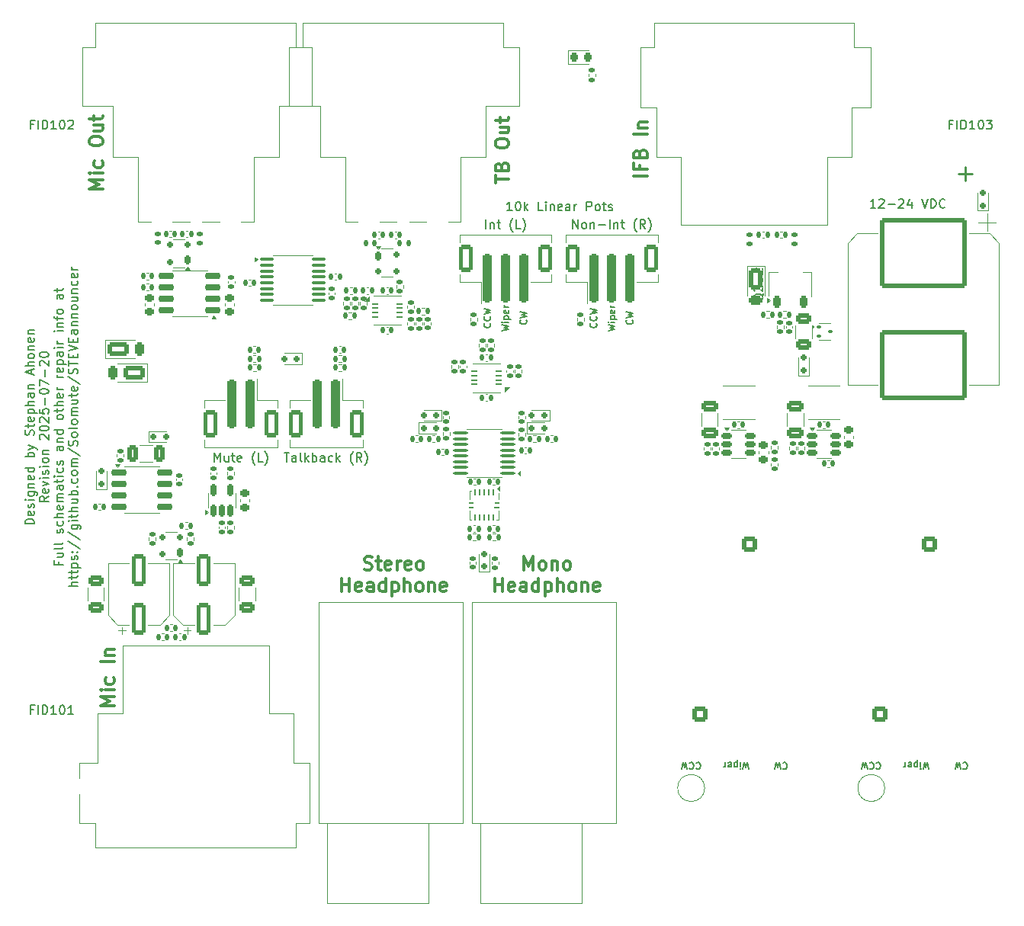
<source format=gbr>
%TF.GenerationSoftware,KiCad,Pcbnew,9.0.3*%
%TF.CreationDate,2025-07-20T02:02:08-05:00*%
%TF.ProjectId,STEVEannouncer,53544556-4561-46e6-9e6f-756e6365722e,rev?*%
%TF.SameCoordinates,PX52f83c0PY90f5600*%
%TF.FileFunction,Legend,Top*%
%TF.FilePolarity,Positive*%
%FSLAX46Y46*%
G04 Gerber Fmt 4.6, Leading zero omitted, Abs format (unit mm)*
G04 Created by KiCad (PCBNEW 9.0.3) date 2025-07-20 02:02:08*
%MOMM*%
%LPD*%
G01*
G04 APERTURE LIST*
G04 Aperture macros list*
%AMRoundRect*
0 Rectangle with rounded corners*
0 $1 Rounding radius*
0 $2 $3 $4 $5 $6 $7 $8 $9 X,Y pos of 4 corners*
0 Add a 4 corners polygon primitive as box body*
4,1,4,$2,$3,$4,$5,$6,$7,$8,$9,$2,$3,0*
0 Add four circle primitives for the rounded corners*
1,1,$1+$1,$2,$3*
1,1,$1+$1,$4,$5*
1,1,$1+$1,$6,$7*
1,1,$1+$1,$8,$9*
0 Add four rect primitives between the rounded corners*
20,1,$1+$1,$2,$3,$4,$5,0*
20,1,$1+$1,$4,$5,$6,$7,0*
20,1,$1+$1,$6,$7,$8,$9,0*
20,1,$1+$1,$8,$9,$2,$3,0*%
%AMFreePoly0*
4,1,9,3.862500,-0.866500,0.737500,-0.866500,0.737500,-0.450000,-0.737500,-0.450000,-0.737500,0.450000,0.737500,0.450000,0.737500,0.866500,3.862500,0.866500,3.862500,-0.866500,3.862500,-0.866500,$1*%
G04 Aperture macros list end*
%ADD10C,0.150000*%
%ADD11C,0.300000*%
%ADD12C,0.250000*%
%ADD13C,0.120000*%
%ADD14C,0.100000*%
%ADD15RoundRect,0.250000X-0.250000X-2.500000X0.250000X-2.500000X0.250000X2.500000X-0.250000X2.500000X0*%
%ADD16RoundRect,0.250000X-0.550000X-1.250000X0.550000X-1.250000X0.550000X1.250000X-0.550000X1.250000X0*%
%ADD17RoundRect,0.250000X-0.600000X-0.600000X0.600000X-0.600000X0.600000X0.600000X-0.600000X0.600000X0*%
%ADD18C,1.700000*%
%ADD19C,2.200000*%
%ADD20RoundRect,0.135000X0.185000X-0.135000X0.185000X0.135000X-0.185000X0.135000X-0.185000X-0.135000X0*%
%ADD21RoundRect,0.135000X-0.185000X0.135000X-0.185000X-0.135000X0.185000X-0.135000X0.185000X0.135000X0*%
%ADD22C,3.700000*%
%ADD23RoundRect,0.140000X0.140000X0.170000X-0.140000X0.170000X-0.140000X-0.170000X0.140000X-0.170000X0*%
%ADD24RoundRect,0.135000X-0.135000X-0.185000X0.135000X-0.185000X0.135000X0.185000X-0.135000X0.185000X0*%
%ADD25RoundRect,0.100000X0.712500X0.100000X-0.712500X0.100000X-0.712500X-0.100000X0.712500X-0.100000X0*%
%ADD26RoundRect,0.135000X0.135000X0.185000X-0.135000X0.185000X-0.135000X-0.185000X0.135000X-0.185000X0*%
%ADD27C,1.600000*%
%ADD28C,3.400000*%
%ADD29C,2.900000*%
%ADD30RoundRect,0.140000X-0.140000X-0.170000X0.140000X-0.170000X0.140000X0.170000X-0.140000X0.170000X0*%
%ADD31RoundRect,0.250000X-0.650000X0.325000X-0.650000X-0.325000X0.650000X-0.325000X0.650000X0.325000X0*%
%ADD32C,3.600000*%
%ADD33C,6.400000*%
%ADD34RoundRect,0.150000X0.725000X0.150000X-0.725000X0.150000X-0.725000X-0.150000X0.725000X-0.150000X0*%
%ADD35RoundRect,0.250000X0.250000X2.500000X-0.250000X2.500000X-0.250000X-2.500000X0.250000X-2.500000X0*%
%ADD36RoundRect,0.250000X0.550000X1.250000X-0.550000X1.250000X-0.550000X-1.250000X0.550000X-1.250000X0*%
%ADD37RoundRect,0.100000X0.155000X0.100000X-0.155000X0.100000X-0.155000X-0.100000X0.155000X-0.100000X0*%
%ADD38RoundRect,0.150000X-0.200000X0.150000X-0.200000X-0.150000X0.200000X-0.150000X0.200000X0.150000X0*%
%ADD39RoundRect,0.147500X0.172500X-0.147500X0.172500X0.147500X-0.172500X0.147500X-0.172500X-0.147500X0*%
%ADD40RoundRect,0.140000X-0.170000X0.140000X-0.170000X-0.140000X0.170000X-0.140000X0.170000X0.140000X0*%
%ADD41RoundRect,0.250000X0.950000X0.500000X-0.950000X0.500000X-0.950000X-0.500000X0.950000X-0.500000X0*%
%ADD42RoundRect,0.250000X0.275000X0.500000X-0.275000X0.500000X-0.275000X-0.500000X0.275000X-0.500000X0*%
%ADD43RoundRect,0.140000X0.170000X-0.140000X0.170000X0.140000X-0.170000X0.140000X-0.170000X-0.140000X0*%
%ADD44RoundRect,0.225000X-0.250000X0.225000X-0.250000X-0.225000X0.250000X-0.225000X0.250000X0.225000X0*%
%ADD45RoundRect,0.250000X0.550000X-1.500000X0.550000X1.500000X-0.550000X1.500000X-0.550000X-1.500000X0*%
%ADD46RoundRect,0.050000X-0.075000X0.250000X-0.075000X-0.250000X0.075000X-0.250000X0.075000X0.250000X0*%
%ADD47R,1.050000X0.680000*%
%ADD48RoundRect,0.050000X-0.300000X0.075000X-0.300000X-0.075000X0.300000X-0.075000X0.300000X0.075000X0*%
%ADD49R,2.400000X1.650000*%
%ADD50RoundRect,0.150000X0.150000X0.200000X-0.150000X0.200000X-0.150000X-0.200000X0.150000X-0.200000X0*%
%ADD51RoundRect,0.225000X0.250000X-0.225000X0.250000X0.225000X-0.250000X0.225000X-0.250000X-0.225000X0*%
%ADD52RoundRect,0.150000X-0.150000X-0.200000X0.150000X-0.200000X0.150000X0.200000X-0.150000X0.200000X0*%
%ADD53C,3.000000*%
%ADD54R,1.300000X3.500000*%
%ADD55RoundRect,0.250000X-0.950000X-0.500000X0.950000X-0.500000X0.950000X0.500000X-0.950000X0.500000X0*%
%ADD56RoundRect,0.250000X-0.275000X-0.500000X0.275000X-0.500000X0.275000X0.500000X-0.275000X0.500000X0*%
%ADD57RoundRect,0.150000X0.150000X-0.512500X0.150000X0.512500X-0.150000X0.512500X-0.150000X-0.512500X0*%
%ADD58RoundRect,0.147500X-0.147500X-0.172500X0.147500X-0.172500X0.147500X0.172500X-0.147500X0.172500X0*%
%ADD59RoundRect,0.250000X-0.625000X0.312500X-0.625000X-0.312500X0.625000X-0.312500X0.625000X0.312500X0*%
%ADD60RoundRect,0.062500X0.287500X0.062500X-0.287500X0.062500X-0.287500X-0.062500X0.287500X-0.062500X0*%
%ADD61R,1.200000X2.000000*%
%ADD62RoundRect,0.150000X-0.450000X-0.150000X0.450000X-0.150000X0.450000X0.150000X-0.450000X0.150000X0*%
%ADD63RoundRect,0.218750X-0.218750X-0.256250X0.218750X-0.256250X0.218750X0.256250X-0.218750X0.256250X0*%
%ADD64RoundRect,0.175000X-0.175000X-0.325000X0.175000X-0.325000X0.175000X0.325000X-0.175000X0.325000X0*%
%ADD65RoundRect,0.150000X-0.200000X-0.150000X0.200000X-0.150000X0.200000X0.150000X-0.200000X0.150000X0*%
%ADD66RoundRect,0.147500X-0.172500X0.147500X-0.172500X-0.147500X0.172500X-0.147500X0.172500X0.147500X0*%
%ADD67C,2.000000*%
%ADD68RoundRect,0.100000X-0.637500X-0.100000X0.637500X-0.100000X0.637500X0.100000X-0.637500X0.100000X0*%
%ADD69RoundRect,0.250000X-0.325000X-0.650000X0.325000X-0.650000X0.325000X0.650000X-0.325000X0.650000X0*%
%ADD70RoundRect,0.250000X0.500000X-0.950000X0.500000X0.950000X-0.500000X0.950000X-0.500000X-0.950000X0*%
%ADD71RoundRect,0.250000X0.500000X-0.275000X0.500000X0.275000X-0.500000X0.275000X-0.500000X-0.275000X0*%
%ADD72RoundRect,0.225000X0.225000X-0.425000X0.225000X0.425000X-0.225000X0.425000X-0.225000X-0.425000X0*%
%ADD73FreePoly0,90.000000*%
%ADD74RoundRect,0.175000X0.175000X0.325000X-0.175000X0.325000X-0.175000X-0.325000X0.175000X-0.325000X0*%
%ADD75RoundRect,0.150000X0.200000X0.150000X-0.200000X0.150000X-0.200000X-0.150000X0.200000X-0.150000X0*%
%ADD76RoundRect,0.150000X-0.725000X-0.150000X0.725000X-0.150000X0.725000X0.150000X-0.725000X0.150000X0*%
%ADD77RoundRect,0.147500X0.147500X0.172500X-0.147500X0.172500X-0.147500X-0.172500X0.147500X-0.172500X0*%
%ADD78RoundRect,0.249998X-4.550002X3.650002X-4.550002X-3.650002X4.550002X-3.650002X4.550002X3.650002X0*%
%ADD79RoundRect,0.062500X-0.287500X-0.062500X0.287500X-0.062500X0.287500X0.062500X-0.287500X0.062500X0*%
%ADD80C,5.000000*%
%ADD81RoundRect,0.250000X0.600000X0.600000X-0.600000X0.600000X-0.600000X-0.600000X0.600000X-0.600000X0*%
G04 APERTURE END LIST*
D10*
X53989164Y54607143D02*
X54739164Y54785715D01*
X54739164Y54785715D02*
X54203450Y54928572D01*
X54203450Y54928572D02*
X54739164Y55071429D01*
X54739164Y55071429D02*
X53989164Y55250000D01*
X54739164Y55535715D02*
X54239164Y55535715D01*
X53989164Y55535715D02*
X54024878Y55500001D01*
X54024878Y55500001D02*
X54060592Y55535715D01*
X54060592Y55535715D02*
X54024878Y55571429D01*
X54024878Y55571429D02*
X53989164Y55535715D01*
X53989164Y55535715D02*
X54060592Y55535715D01*
X54239164Y55892858D02*
X54989164Y55892858D01*
X54274878Y55892858D02*
X54239164Y55964286D01*
X54239164Y55964286D02*
X54239164Y56107144D01*
X54239164Y56107144D02*
X54274878Y56178572D01*
X54274878Y56178572D02*
X54310592Y56214286D01*
X54310592Y56214286D02*
X54382021Y56250001D01*
X54382021Y56250001D02*
X54596307Y56250001D01*
X54596307Y56250001D02*
X54667735Y56214286D01*
X54667735Y56214286D02*
X54703450Y56178572D01*
X54703450Y56178572D02*
X54739164Y56107144D01*
X54739164Y56107144D02*
X54739164Y55964286D01*
X54739164Y55964286D02*
X54703450Y55892858D01*
X54703450Y56857143D02*
X54739164Y56785715D01*
X54739164Y56785715D02*
X54739164Y56642857D01*
X54739164Y56642857D02*
X54703450Y56571429D01*
X54703450Y56571429D02*
X54632021Y56535715D01*
X54632021Y56535715D02*
X54346307Y56535715D01*
X54346307Y56535715D02*
X54274878Y56571429D01*
X54274878Y56571429D02*
X54239164Y56642857D01*
X54239164Y56642857D02*
X54239164Y56785715D01*
X54239164Y56785715D02*
X54274878Y56857143D01*
X54274878Y56857143D02*
X54346307Y56892857D01*
X54346307Y56892857D02*
X54417735Y56892857D01*
X54417735Y56892857D02*
X54489164Y56535715D01*
X54739164Y57214286D02*
X54239164Y57214286D01*
X54382021Y57214286D02*
X54310592Y57250000D01*
X54310592Y57250000D02*
X54274878Y57285714D01*
X54274878Y57285714D02*
X54239164Y57357143D01*
X54239164Y57357143D02*
X54239164Y57428572D01*
X64467735Y55428572D02*
X64503450Y55392858D01*
X64503450Y55392858D02*
X64539164Y55285715D01*
X64539164Y55285715D02*
X64539164Y55214287D01*
X64539164Y55214287D02*
X64503450Y55107144D01*
X64503450Y55107144D02*
X64432021Y55035715D01*
X64432021Y55035715D02*
X64360592Y55000001D01*
X64360592Y55000001D02*
X64217735Y54964287D01*
X64217735Y54964287D02*
X64110592Y54964287D01*
X64110592Y54964287D02*
X63967735Y55000001D01*
X63967735Y55000001D02*
X63896307Y55035715D01*
X63896307Y55035715D02*
X63824878Y55107144D01*
X63824878Y55107144D02*
X63789164Y55214287D01*
X63789164Y55214287D02*
X63789164Y55285715D01*
X63789164Y55285715D02*
X63824878Y55392858D01*
X63824878Y55392858D02*
X63860592Y55428572D01*
X64467735Y56178572D02*
X64503450Y56142858D01*
X64503450Y56142858D02*
X64539164Y56035715D01*
X64539164Y56035715D02*
X64539164Y55964287D01*
X64539164Y55964287D02*
X64503450Y55857144D01*
X64503450Y55857144D02*
X64432021Y55785715D01*
X64432021Y55785715D02*
X64360592Y55750001D01*
X64360592Y55750001D02*
X64217735Y55714287D01*
X64217735Y55714287D02*
X64110592Y55714287D01*
X64110592Y55714287D02*
X63967735Y55750001D01*
X63967735Y55750001D02*
X63896307Y55785715D01*
X63896307Y55785715D02*
X63824878Y55857144D01*
X63824878Y55857144D02*
X63789164Y55964287D01*
X63789164Y55964287D02*
X63789164Y56035715D01*
X63789164Y56035715D02*
X63824878Y56142858D01*
X63824878Y56142858D02*
X63860592Y56178572D01*
X63789164Y56428572D02*
X64539164Y56607144D01*
X64539164Y56607144D02*
X64003450Y56750001D01*
X64003450Y56750001D02*
X64539164Y56892858D01*
X64539164Y56892858D02*
X63789164Y57071429D01*
X65789164Y54607143D02*
X66539164Y54785715D01*
X66539164Y54785715D02*
X66003450Y54928572D01*
X66003450Y54928572D02*
X66539164Y55071429D01*
X66539164Y55071429D02*
X65789164Y55250000D01*
X66539164Y55535715D02*
X66039164Y55535715D01*
X65789164Y55535715D02*
X65824878Y55500001D01*
X65824878Y55500001D02*
X65860592Y55535715D01*
X65860592Y55535715D02*
X65824878Y55571429D01*
X65824878Y55571429D02*
X65789164Y55535715D01*
X65789164Y55535715D02*
X65860592Y55535715D01*
X66039164Y55892858D02*
X66789164Y55892858D01*
X66074878Y55892858D02*
X66039164Y55964286D01*
X66039164Y55964286D02*
X66039164Y56107144D01*
X66039164Y56107144D02*
X66074878Y56178572D01*
X66074878Y56178572D02*
X66110592Y56214286D01*
X66110592Y56214286D02*
X66182021Y56250001D01*
X66182021Y56250001D02*
X66396307Y56250001D01*
X66396307Y56250001D02*
X66467735Y56214286D01*
X66467735Y56214286D02*
X66503450Y56178572D01*
X66503450Y56178572D02*
X66539164Y56107144D01*
X66539164Y56107144D02*
X66539164Y55964286D01*
X66539164Y55964286D02*
X66503450Y55892858D01*
X66503450Y56857143D02*
X66539164Y56785715D01*
X66539164Y56785715D02*
X66539164Y56642857D01*
X66539164Y56642857D02*
X66503450Y56571429D01*
X66503450Y56571429D02*
X66432021Y56535715D01*
X66432021Y56535715D02*
X66146307Y56535715D01*
X66146307Y56535715D02*
X66074878Y56571429D01*
X66074878Y56571429D02*
X66039164Y56642857D01*
X66039164Y56642857D02*
X66039164Y56785715D01*
X66039164Y56785715D02*
X66074878Y56857143D01*
X66074878Y56857143D02*
X66146307Y56892857D01*
X66146307Y56892857D02*
X66217735Y56892857D01*
X66217735Y56892857D02*
X66289164Y56535715D01*
X66539164Y57214286D02*
X66039164Y57214286D01*
X66182021Y57214286D02*
X66110592Y57250000D01*
X66110592Y57250000D02*
X66074878Y57285714D01*
X66074878Y57285714D02*
X66039164Y57357143D01*
X66039164Y57357143D02*
X66039164Y57428572D01*
D11*
X70108328Y71790000D02*
X68608328Y71790000D01*
X69322614Y73004286D02*
X69322614Y72504286D01*
X70108328Y72504286D02*
X68608328Y72504286D01*
X68608328Y72504286D02*
X68608328Y73218572D01*
X69322614Y74290000D02*
X69394042Y74504286D01*
X69394042Y74504286D02*
X69465471Y74575715D01*
X69465471Y74575715D02*
X69608328Y74647143D01*
X69608328Y74647143D02*
X69822614Y74647143D01*
X69822614Y74647143D02*
X69965471Y74575715D01*
X69965471Y74575715D02*
X70036900Y74504286D01*
X70036900Y74504286D02*
X70108328Y74361429D01*
X70108328Y74361429D02*
X70108328Y73790000D01*
X70108328Y73790000D02*
X68608328Y73790000D01*
X68608328Y73790000D02*
X68608328Y74290000D01*
X68608328Y74290000D02*
X68679757Y74432857D01*
X68679757Y74432857D02*
X68751185Y74504286D01*
X68751185Y74504286D02*
X68894042Y74575715D01*
X68894042Y74575715D02*
X69036900Y74575715D01*
X69036900Y74575715D02*
X69179757Y74504286D01*
X69179757Y74504286D02*
X69251185Y74432857D01*
X69251185Y74432857D02*
X69322614Y74290000D01*
X69322614Y74290000D02*
X69322614Y73790000D01*
X70108328Y76432857D02*
X68608328Y76432857D01*
X69108328Y77147143D02*
X70108328Y77147143D01*
X69251185Y77147143D02*
X69179757Y77218572D01*
X69179757Y77218572D02*
X69108328Y77361429D01*
X69108328Y77361429D02*
X69108328Y77575715D01*
X69108328Y77575715D02*
X69179757Y77718572D01*
X69179757Y77718572D02*
X69322614Y77790000D01*
X69322614Y77790000D02*
X70108328Y77790000D01*
D10*
X22047618Y40045181D02*
X22047618Y41045181D01*
X22047618Y41045181D02*
X22380951Y40330896D01*
X22380951Y40330896D02*
X22714284Y41045181D01*
X22714284Y41045181D02*
X22714284Y40045181D01*
X23619046Y40711848D02*
X23619046Y40045181D01*
X23190475Y40711848D02*
X23190475Y40188039D01*
X23190475Y40188039D02*
X23238094Y40092800D01*
X23238094Y40092800D02*
X23333332Y40045181D01*
X23333332Y40045181D02*
X23476189Y40045181D01*
X23476189Y40045181D02*
X23571427Y40092800D01*
X23571427Y40092800D02*
X23619046Y40140420D01*
X23952380Y40711848D02*
X24333332Y40711848D01*
X24095237Y41045181D02*
X24095237Y40188039D01*
X24095237Y40188039D02*
X24142856Y40092800D01*
X24142856Y40092800D02*
X24238094Y40045181D01*
X24238094Y40045181D02*
X24333332Y40045181D01*
X25047618Y40092800D02*
X24952380Y40045181D01*
X24952380Y40045181D02*
X24761904Y40045181D01*
X24761904Y40045181D02*
X24666666Y40092800D01*
X24666666Y40092800D02*
X24619047Y40188039D01*
X24619047Y40188039D02*
X24619047Y40568991D01*
X24619047Y40568991D02*
X24666666Y40664229D01*
X24666666Y40664229D02*
X24761904Y40711848D01*
X24761904Y40711848D02*
X24952380Y40711848D01*
X24952380Y40711848D02*
X25047618Y40664229D01*
X25047618Y40664229D02*
X25095237Y40568991D01*
X25095237Y40568991D02*
X25095237Y40473753D01*
X25095237Y40473753D02*
X24619047Y40378515D01*
X26571428Y39664229D02*
X26523809Y39711848D01*
X26523809Y39711848D02*
X26428571Y39854705D01*
X26428571Y39854705D02*
X26380952Y39949943D01*
X26380952Y39949943D02*
X26333333Y40092800D01*
X26333333Y40092800D02*
X26285714Y40330896D01*
X26285714Y40330896D02*
X26285714Y40521372D01*
X26285714Y40521372D02*
X26333333Y40759467D01*
X26333333Y40759467D02*
X26380952Y40902324D01*
X26380952Y40902324D02*
X26428571Y40997562D01*
X26428571Y40997562D02*
X26523809Y41140420D01*
X26523809Y41140420D02*
X26571428Y41188039D01*
X27428571Y40045181D02*
X26952381Y40045181D01*
X26952381Y40045181D02*
X26952381Y41045181D01*
X27666667Y39664229D02*
X27714286Y39711848D01*
X27714286Y39711848D02*
X27809524Y39854705D01*
X27809524Y39854705D02*
X27857143Y39949943D01*
X27857143Y39949943D02*
X27904762Y40092800D01*
X27904762Y40092800D02*
X27952381Y40330896D01*
X27952381Y40330896D02*
X27952381Y40521372D01*
X27952381Y40521372D02*
X27904762Y40759467D01*
X27904762Y40759467D02*
X27857143Y40902324D01*
X27857143Y40902324D02*
X27809524Y40997562D01*
X27809524Y40997562D02*
X27714286Y41140420D01*
X27714286Y41140420D02*
X27666667Y41188039D01*
X56667735Y55803572D02*
X56703450Y55767858D01*
X56703450Y55767858D02*
X56739164Y55660715D01*
X56739164Y55660715D02*
X56739164Y55589287D01*
X56739164Y55589287D02*
X56703450Y55482144D01*
X56703450Y55482144D02*
X56632021Y55410715D01*
X56632021Y55410715D02*
X56560592Y55375001D01*
X56560592Y55375001D02*
X56417735Y55339287D01*
X56417735Y55339287D02*
X56310592Y55339287D01*
X56310592Y55339287D02*
X56167735Y55375001D01*
X56167735Y55375001D02*
X56096307Y55410715D01*
X56096307Y55410715D02*
X56024878Y55482144D01*
X56024878Y55482144D02*
X55989164Y55589287D01*
X55989164Y55589287D02*
X55989164Y55660715D01*
X55989164Y55660715D02*
X56024878Y55767858D01*
X56024878Y55767858D02*
X56060592Y55803572D01*
X55989164Y56053572D02*
X56739164Y56232144D01*
X56739164Y56232144D02*
X56203450Y56375001D01*
X56203450Y56375001D02*
X56739164Y56517858D01*
X56739164Y56517858D02*
X55989164Y56696429D01*
D11*
X9688328Y70365714D02*
X8188328Y70365714D01*
X8188328Y70365714D02*
X9259757Y70865714D01*
X9259757Y70865714D02*
X8188328Y71365714D01*
X8188328Y71365714D02*
X9688328Y71365714D01*
X9688328Y72080000D02*
X8688328Y72080000D01*
X8188328Y72080000D02*
X8259757Y72008572D01*
X8259757Y72008572D02*
X8331185Y72080000D01*
X8331185Y72080000D02*
X8259757Y72151429D01*
X8259757Y72151429D02*
X8188328Y72080000D01*
X8188328Y72080000D02*
X8331185Y72080000D01*
X9616900Y73437143D02*
X9688328Y73294286D01*
X9688328Y73294286D02*
X9688328Y73008572D01*
X9688328Y73008572D02*
X9616900Y72865715D01*
X9616900Y72865715D02*
X9545471Y72794286D01*
X9545471Y72794286D02*
X9402614Y72722858D01*
X9402614Y72722858D02*
X8974042Y72722858D01*
X8974042Y72722858D02*
X8831185Y72794286D01*
X8831185Y72794286D02*
X8759757Y72865715D01*
X8759757Y72865715D02*
X8688328Y73008572D01*
X8688328Y73008572D02*
X8688328Y73294286D01*
X8688328Y73294286D02*
X8759757Y73437143D01*
X8188328Y75508572D02*
X8188328Y75794286D01*
X8188328Y75794286D02*
X8259757Y75937143D01*
X8259757Y75937143D02*
X8402614Y76080000D01*
X8402614Y76080000D02*
X8688328Y76151429D01*
X8688328Y76151429D02*
X9188328Y76151429D01*
X9188328Y76151429D02*
X9474042Y76080000D01*
X9474042Y76080000D02*
X9616900Y75937143D01*
X9616900Y75937143D02*
X9688328Y75794286D01*
X9688328Y75794286D02*
X9688328Y75508572D01*
X9688328Y75508572D02*
X9616900Y75365714D01*
X9616900Y75365714D02*
X9474042Y75222857D01*
X9474042Y75222857D02*
X9188328Y75151429D01*
X9188328Y75151429D02*
X8688328Y75151429D01*
X8688328Y75151429D02*
X8402614Y75222857D01*
X8402614Y75222857D02*
X8259757Y75365714D01*
X8259757Y75365714D02*
X8188328Y75508572D01*
X8688328Y77437143D02*
X9688328Y77437143D01*
X8688328Y76794286D02*
X9474042Y76794286D01*
X9474042Y76794286D02*
X9616900Y76865715D01*
X9616900Y76865715D02*
X9688328Y77008572D01*
X9688328Y77008572D02*
X9688328Y77222858D01*
X9688328Y77222858D02*
X9616900Y77365715D01*
X9616900Y77365715D02*
X9545471Y77437143D01*
X8688328Y77937144D02*
X8688328Y78508572D01*
X8188328Y78151429D02*
X9474042Y78151429D01*
X9474042Y78151429D02*
X9616900Y78222858D01*
X9616900Y78222858D02*
X9688328Y78365715D01*
X9688328Y78365715D02*
X9688328Y78508572D01*
X10918328Y12972857D02*
X9418328Y12972857D01*
X9418328Y12972857D02*
X10489757Y13472857D01*
X10489757Y13472857D02*
X9418328Y13972857D01*
X9418328Y13972857D02*
X10918328Y13972857D01*
X10918328Y14687143D02*
X9918328Y14687143D01*
X9418328Y14687143D02*
X9489757Y14615715D01*
X9489757Y14615715D02*
X9561185Y14687143D01*
X9561185Y14687143D02*
X9489757Y14758572D01*
X9489757Y14758572D02*
X9418328Y14687143D01*
X9418328Y14687143D02*
X9561185Y14687143D01*
X10846900Y16044286D02*
X10918328Y15901429D01*
X10918328Y15901429D02*
X10918328Y15615715D01*
X10918328Y15615715D02*
X10846900Y15472858D01*
X10846900Y15472858D02*
X10775471Y15401429D01*
X10775471Y15401429D02*
X10632614Y15330001D01*
X10632614Y15330001D02*
X10204042Y15330001D01*
X10204042Y15330001D02*
X10061185Y15401429D01*
X10061185Y15401429D02*
X9989757Y15472858D01*
X9989757Y15472858D02*
X9918328Y15615715D01*
X9918328Y15615715D02*
X9918328Y15901429D01*
X9918328Y15901429D02*
X9989757Y16044286D01*
X10918328Y17830000D02*
X9418328Y17830000D01*
X9918328Y18544286D02*
X10918328Y18544286D01*
X10061185Y18544286D02*
X9989757Y18615715D01*
X9989757Y18615715D02*
X9918328Y18758572D01*
X9918328Y18758572D02*
X9918328Y18972858D01*
X9918328Y18972858D02*
X9989757Y19115715D01*
X9989757Y19115715D02*
X10132614Y19187143D01*
X10132614Y19187143D02*
X10918328Y19187143D01*
D12*
X104640663Y72019667D02*
X106164473Y72019667D01*
X105402568Y71257762D02*
X105402568Y72781572D01*
D11*
X56464285Y28029130D02*
X56464285Y29529130D01*
X56464285Y29529130D02*
X56964285Y28457701D01*
X56964285Y28457701D02*
X57464285Y29529130D01*
X57464285Y29529130D02*
X57464285Y28029130D01*
X58392857Y28029130D02*
X58250000Y28100558D01*
X58250000Y28100558D02*
X58178571Y28171987D01*
X58178571Y28171987D02*
X58107143Y28314844D01*
X58107143Y28314844D02*
X58107143Y28743416D01*
X58107143Y28743416D02*
X58178571Y28886273D01*
X58178571Y28886273D02*
X58250000Y28957701D01*
X58250000Y28957701D02*
X58392857Y29029130D01*
X58392857Y29029130D02*
X58607143Y29029130D01*
X58607143Y29029130D02*
X58750000Y28957701D01*
X58750000Y28957701D02*
X58821429Y28886273D01*
X58821429Y28886273D02*
X58892857Y28743416D01*
X58892857Y28743416D02*
X58892857Y28314844D01*
X58892857Y28314844D02*
X58821429Y28171987D01*
X58821429Y28171987D02*
X58750000Y28100558D01*
X58750000Y28100558D02*
X58607143Y28029130D01*
X58607143Y28029130D02*
X58392857Y28029130D01*
X59535714Y29029130D02*
X59535714Y28029130D01*
X59535714Y28886273D02*
X59607143Y28957701D01*
X59607143Y28957701D02*
X59750000Y29029130D01*
X59750000Y29029130D02*
X59964286Y29029130D01*
X59964286Y29029130D02*
X60107143Y28957701D01*
X60107143Y28957701D02*
X60178572Y28814844D01*
X60178572Y28814844D02*
X60178572Y28029130D01*
X61107143Y28029130D02*
X60964286Y28100558D01*
X60964286Y28100558D02*
X60892857Y28171987D01*
X60892857Y28171987D02*
X60821429Y28314844D01*
X60821429Y28314844D02*
X60821429Y28743416D01*
X60821429Y28743416D02*
X60892857Y28886273D01*
X60892857Y28886273D02*
X60964286Y28957701D01*
X60964286Y28957701D02*
X61107143Y29029130D01*
X61107143Y29029130D02*
X61321429Y29029130D01*
X61321429Y29029130D02*
X61464286Y28957701D01*
X61464286Y28957701D02*
X61535715Y28886273D01*
X61535715Y28886273D02*
X61607143Y28743416D01*
X61607143Y28743416D02*
X61607143Y28314844D01*
X61607143Y28314844D02*
X61535715Y28171987D01*
X61535715Y28171987D02*
X61464286Y28100558D01*
X61464286Y28100558D02*
X61321429Y28029130D01*
X61321429Y28029130D02*
X61107143Y28029130D01*
X53214285Y25614214D02*
X53214285Y27114214D01*
X53214285Y26399928D02*
X54071428Y26399928D01*
X54071428Y25614214D02*
X54071428Y27114214D01*
X55357143Y25685642D02*
X55214286Y25614214D01*
X55214286Y25614214D02*
X54928572Y25614214D01*
X54928572Y25614214D02*
X54785714Y25685642D01*
X54785714Y25685642D02*
X54714286Y25828500D01*
X54714286Y25828500D02*
X54714286Y26399928D01*
X54714286Y26399928D02*
X54785714Y26542785D01*
X54785714Y26542785D02*
X54928572Y26614214D01*
X54928572Y26614214D02*
X55214286Y26614214D01*
X55214286Y26614214D02*
X55357143Y26542785D01*
X55357143Y26542785D02*
X55428572Y26399928D01*
X55428572Y26399928D02*
X55428572Y26257071D01*
X55428572Y26257071D02*
X54714286Y26114214D01*
X56714286Y25614214D02*
X56714286Y26399928D01*
X56714286Y26399928D02*
X56642857Y26542785D01*
X56642857Y26542785D02*
X56500000Y26614214D01*
X56500000Y26614214D02*
X56214286Y26614214D01*
X56214286Y26614214D02*
X56071428Y26542785D01*
X56714286Y25685642D02*
X56571428Y25614214D01*
X56571428Y25614214D02*
X56214286Y25614214D01*
X56214286Y25614214D02*
X56071428Y25685642D01*
X56071428Y25685642D02*
X56000000Y25828500D01*
X56000000Y25828500D02*
X56000000Y25971357D01*
X56000000Y25971357D02*
X56071428Y26114214D01*
X56071428Y26114214D02*
X56214286Y26185642D01*
X56214286Y26185642D02*
X56571428Y26185642D01*
X56571428Y26185642D02*
X56714286Y26257071D01*
X58071429Y25614214D02*
X58071429Y27114214D01*
X58071429Y25685642D02*
X57928571Y25614214D01*
X57928571Y25614214D02*
X57642857Y25614214D01*
X57642857Y25614214D02*
X57500000Y25685642D01*
X57500000Y25685642D02*
X57428571Y25757071D01*
X57428571Y25757071D02*
X57357143Y25899928D01*
X57357143Y25899928D02*
X57357143Y26328500D01*
X57357143Y26328500D02*
X57428571Y26471357D01*
X57428571Y26471357D02*
X57500000Y26542785D01*
X57500000Y26542785D02*
X57642857Y26614214D01*
X57642857Y26614214D02*
X57928571Y26614214D01*
X57928571Y26614214D02*
X58071429Y26542785D01*
X58785714Y26614214D02*
X58785714Y25114214D01*
X58785714Y26542785D02*
X58928572Y26614214D01*
X58928572Y26614214D02*
X59214286Y26614214D01*
X59214286Y26614214D02*
X59357143Y26542785D01*
X59357143Y26542785D02*
X59428572Y26471357D01*
X59428572Y26471357D02*
X59500000Y26328500D01*
X59500000Y26328500D02*
X59500000Y25899928D01*
X59500000Y25899928D02*
X59428572Y25757071D01*
X59428572Y25757071D02*
X59357143Y25685642D01*
X59357143Y25685642D02*
X59214286Y25614214D01*
X59214286Y25614214D02*
X58928572Y25614214D01*
X58928572Y25614214D02*
X58785714Y25685642D01*
X60142857Y25614214D02*
X60142857Y27114214D01*
X60785715Y25614214D02*
X60785715Y26399928D01*
X60785715Y26399928D02*
X60714286Y26542785D01*
X60714286Y26542785D02*
X60571429Y26614214D01*
X60571429Y26614214D02*
X60357143Y26614214D01*
X60357143Y26614214D02*
X60214286Y26542785D01*
X60214286Y26542785D02*
X60142857Y26471357D01*
X61714286Y25614214D02*
X61571429Y25685642D01*
X61571429Y25685642D02*
X61500000Y25757071D01*
X61500000Y25757071D02*
X61428572Y25899928D01*
X61428572Y25899928D02*
X61428572Y26328500D01*
X61428572Y26328500D02*
X61500000Y26471357D01*
X61500000Y26471357D02*
X61571429Y26542785D01*
X61571429Y26542785D02*
X61714286Y26614214D01*
X61714286Y26614214D02*
X61928572Y26614214D01*
X61928572Y26614214D02*
X62071429Y26542785D01*
X62071429Y26542785D02*
X62142858Y26471357D01*
X62142858Y26471357D02*
X62214286Y26328500D01*
X62214286Y26328500D02*
X62214286Y25899928D01*
X62214286Y25899928D02*
X62142858Y25757071D01*
X62142858Y25757071D02*
X62071429Y25685642D01*
X62071429Y25685642D02*
X61928572Y25614214D01*
X61928572Y25614214D02*
X61714286Y25614214D01*
X62857143Y26614214D02*
X62857143Y25614214D01*
X62857143Y26471357D02*
X62928572Y26542785D01*
X62928572Y26542785D02*
X63071429Y26614214D01*
X63071429Y26614214D02*
X63285715Y26614214D01*
X63285715Y26614214D02*
X63428572Y26542785D01*
X63428572Y26542785D02*
X63500001Y26399928D01*
X63500001Y26399928D02*
X63500001Y25614214D01*
X64785715Y25685642D02*
X64642858Y25614214D01*
X64642858Y25614214D02*
X64357144Y25614214D01*
X64357144Y25614214D02*
X64214286Y25685642D01*
X64214286Y25685642D02*
X64142858Y25828500D01*
X64142858Y25828500D02*
X64142858Y26399928D01*
X64142858Y26399928D02*
X64214286Y26542785D01*
X64214286Y26542785D02*
X64357144Y26614214D01*
X64357144Y26614214D02*
X64642858Y26614214D01*
X64642858Y26614214D02*
X64785715Y26542785D01*
X64785715Y26542785D02*
X64857144Y26399928D01*
X64857144Y26399928D02*
X64857144Y26257071D01*
X64857144Y26257071D02*
X64142858Y26114214D01*
X53258328Y70997144D02*
X53258328Y71854286D01*
X54758328Y71425715D02*
X53258328Y71425715D01*
X53972614Y72854286D02*
X54044042Y73068572D01*
X54044042Y73068572D02*
X54115471Y73140001D01*
X54115471Y73140001D02*
X54258328Y73211429D01*
X54258328Y73211429D02*
X54472614Y73211429D01*
X54472614Y73211429D02*
X54615471Y73140001D01*
X54615471Y73140001D02*
X54686900Y73068572D01*
X54686900Y73068572D02*
X54758328Y72925715D01*
X54758328Y72925715D02*
X54758328Y72354286D01*
X54758328Y72354286D02*
X53258328Y72354286D01*
X53258328Y72354286D02*
X53258328Y72854286D01*
X53258328Y72854286D02*
X53329757Y72997143D01*
X53329757Y72997143D02*
X53401185Y73068572D01*
X53401185Y73068572D02*
X53544042Y73140001D01*
X53544042Y73140001D02*
X53686900Y73140001D01*
X53686900Y73140001D02*
X53829757Y73068572D01*
X53829757Y73068572D02*
X53901185Y72997143D01*
X53901185Y72997143D02*
X53972614Y72854286D01*
X53972614Y72854286D02*
X53972614Y72354286D01*
X53258328Y75282858D02*
X53258328Y75568572D01*
X53258328Y75568572D02*
X53329757Y75711429D01*
X53329757Y75711429D02*
X53472614Y75854286D01*
X53472614Y75854286D02*
X53758328Y75925715D01*
X53758328Y75925715D02*
X54258328Y75925715D01*
X54258328Y75925715D02*
X54544042Y75854286D01*
X54544042Y75854286D02*
X54686900Y75711429D01*
X54686900Y75711429D02*
X54758328Y75568572D01*
X54758328Y75568572D02*
X54758328Y75282858D01*
X54758328Y75282858D02*
X54686900Y75140000D01*
X54686900Y75140000D02*
X54544042Y74997143D01*
X54544042Y74997143D02*
X54258328Y74925715D01*
X54258328Y74925715D02*
X53758328Y74925715D01*
X53758328Y74925715D02*
X53472614Y74997143D01*
X53472614Y74997143D02*
X53329757Y75140000D01*
X53329757Y75140000D02*
X53258328Y75282858D01*
X53758328Y77211429D02*
X54758328Y77211429D01*
X53758328Y76568572D02*
X54544042Y76568572D01*
X54544042Y76568572D02*
X54686900Y76640001D01*
X54686900Y76640001D02*
X54758328Y76782858D01*
X54758328Y76782858D02*
X54758328Y76997144D01*
X54758328Y76997144D02*
X54686900Y77140001D01*
X54686900Y77140001D02*
X54615471Y77211429D01*
X53758328Y77711430D02*
X53758328Y78282858D01*
X53258328Y77925715D02*
X54544042Y77925715D01*
X54544042Y77925715D02*
X54686900Y77997144D01*
X54686900Y77997144D02*
X54758328Y78140001D01*
X54758328Y78140001D02*
X54758328Y78282858D01*
D10*
X29809523Y41045181D02*
X30380951Y41045181D01*
X30095237Y40045181D02*
X30095237Y41045181D01*
X31142856Y40045181D02*
X31142856Y40568991D01*
X31142856Y40568991D02*
X31095237Y40664229D01*
X31095237Y40664229D02*
X30999999Y40711848D01*
X30999999Y40711848D02*
X30809523Y40711848D01*
X30809523Y40711848D02*
X30714285Y40664229D01*
X31142856Y40092800D02*
X31047618Y40045181D01*
X31047618Y40045181D02*
X30809523Y40045181D01*
X30809523Y40045181D02*
X30714285Y40092800D01*
X30714285Y40092800D02*
X30666666Y40188039D01*
X30666666Y40188039D02*
X30666666Y40283277D01*
X30666666Y40283277D02*
X30714285Y40378515D01*
X30714285Y40378515D02*
X30809523Y40426134D01*
X30809523Y40426134D02*
X31047618Y40426134D01*
X31047618Y40426134D02*
X31142856Y40473753D01*
X31761904Y40045181D02*
X31666666Y40092800D01*
X31666666Y40092800D02*
X31619047Y40188039D01*
X31619047Y40188039D02*
X31619047Y41045181D01*
X32142857Y40045181D02*
X32142857Y41045181D01*
X32238095Y40426134D02*
X32523809Y40045181D01*
X32523809Y40711848D02*
X32142857Y40330896D01*
X32952381Y40045181D02*
X32952381Y41045181D01*
X32952381Y40664229D02*
X33047619Y40711848D01*
X33047619Y40711848D02*
X33238095Y40711848D01*
X33238095Y40711848D02*
X33333333Y40664229D01*
X33333333Y40664229D02*
X33380952Y40616610D01*
X33380952Y40616610D02*
X33428571Y40521372D01*
X33428571Y40521372D02*
X33428571Y40235658D01*
X33428571Y40235658D02*
X33380952Y40140420D01*
X33380952Y40140420D02*
X33333333Y40092800D01*
X33333333Y40092800D02*
X33238095Y40045181D01*
X33238095Y40045181D02*
X33047619Y40045181D01*
X33047619Y40045181D02*
X32952381Y40092800D01*
X34285714Y40045181D02*
X34285714Y40568991D01*
X34285714Y40568991D02*
X34238095Y40664229D01*
X34238095Y40664229D02*
X34142857Y40711848D01*
X34142857Y40711848D02*
X33952381Y40711848D01*
X33952381Y40711848D02*
X33857143Y40664229D01*
X34285714Y40092800D02*
X34190476Y40045181D01*
X34190476Y40045181D02*
X33952381Y40045181D01*
X33952381Y40045181D02*
X33857143Y40092800D01*
X33857143Y40092800D02*
X33809524Y40188039D01*
X33809524Y40188039D02*
X33809524Y40283277D01*
X33809524Y40283277D02*
X33857143Y40378515D01*
X33857143Y40378515D02*
X33952381Y40426134D01*
X33952381Y40426134D02*
X34190476Y40426134D01*
X34190476Y40426134D02*
X34285714Y40473753D01*
X35190476Y40092800D02*
X35095238Y40045181D01*
X35095238Y40045181D02*
X34904762Y40045181D01*
X34904762Y40045181D02*
X34809524Y40092800D01*
X34809524Y40092800D02*
X34761905Y40140420D01*
X34761905Y40140420D02*
X34714286Y40235658D01*
X34714286Y40235658D02*
X34714286Y40521372D01*
X34714286Y40521372D02*
X34761905Y40616610D01*
X34761905Y40616610D02*
X34809524Y40664229D01*
X34809524Y40664229D02*
X34904762Y40711848D01*
X34904762Y40711848D02*
X35095238Y40711848D01*
X35095238Y40711848D02*
X35190476Y40664229D01*
X35619048Y40045181D02*
X35619048Y41045181D01*
X35714286Y40426134D02*
X36000000Y40045181D01*
X36000000Y40711848D02*
X35619048Y40330896D01*
X37476191Y39664229D02*
X37428572Y39711848D01*
X37428572Y39711848D02*
X37333334Y39854705D01*
X37333334Y39854705D02*
X37285715Y39949943D01*
X37285715Y39949943D02*
X37238096Y40092800D01*
X37238096Y40092800D02*
X37190477Y40330896D01*
X37190477Y40330896D02*
X37190477Y40521372D01*
X37190477Y40521372D02*
X37238096Y40759467D01*
X37238096Y40759467D02*
X37285715Y40902324D01*
X37285715Y40902324D02*
X37333334Y40997562D01*
X37333334Y40997562D02*
X37428572Y41140420D01*
X37428572Y41140420D02*
X37476191Y41188039D01*
X38428572Y40045181D02*
X38095239Y40521372D01*
X37857144Y40045181D02*
X37857144Y41045181D01*
X37857144Y41045181D02*
X38238096Y41045181D01*
X38238096Y41045181D02*
X38333334Y40997562D01*
X38333334Y40997562D02*
X38380953Y40949943D01*
X38380953Y40949943D02*
X38428572Y40854705D01*
X38428572Y40854705D02*
X38428572Y40711848D01*
X38428572Y40711848D02*
X38380953Y40616610D01*
X38380953Y40616610D02*
X38333334Y40568991D01*
X38333334Y40568991D02*
X38238096Y40521372D01*
X38238096Y40521372D02*
X37857144Y40521372D01*
X38761906Y39664229D02*
X38809525Y39711848D01*
X38809525Y39711848D02*
X38904763Y39854705D01*
X38904763Y39854705D02*
X38952382Y39949943D01*
X38952382Y39949943D02*
X39000001Y40092800D01*
X39000001Y40092800D02*
X39047620Y40330896D01*
X39047620Y40330896D02*
X39047620Y40521372D01*
X39047620Y40521372D02*
X39000001Y40759467D01*
X39000001Y40759467D02*
X38952382Y40902324D01*
X38952382Y40902324D02*
X38904763Y40997562D01*
X38904763Y40997562D02*
X38809525Y41140420D01*
X38809525Y41140420D02*
X38761906Y41188039D01*
X52667735Y55428572D02*
X52703450Y55392858D01*
X52703450Y55392858D02*
X52739164Y55285715D01*
X52739164Y55285715D02*
X52739164Y55214287D01*
X52739164Y55214287D02*
X52703450Y55107144D01*
X52703450Y55107144D02*
X52632021Y55035715D01*
X52632021Y55035715D02*
X52560592Y55000001D01*
X52560592Y55000001D02*
X52417735Y54964287D01*
X52417735Y54964287D02*
X52310592Y54964287D01*
X52310592Y54964287D02*
X52167735Y55000001D01*
X52167735Y55000001D02*
X52096307Y55035715D01*
X52096307Y55035715D02*
X52024878Y55107144D01*
X52024878Y55107144D02*
X51989164Y55214287D01*
X51989164Y55214287D02*
X51989164Y55285715D01*
X51989164Y55285715D02*
X52024878Y55392858D01*
X52024878Y55392858D02*
X52060592Y55428572D01*
X52667735Y56178572D02*
X52703450Y56142858D01*
X52703450Y56142858D02*
X52739164Y56035715D01*
X52739164Y56035715D02*
X52739164Y55964287D01*
X52739164Y55964287D02*
X52703450Y55857144D01*
X52703450Y55857144D02*
X52632021Y55785715D01*
X52632021Y55785715D02*
X52560592Y55750001D01*
X52560592Y55750001D02*
X52417735Y55714287D01*
X52417735Y55714287D02*
X52310592Y55714287D01*
X52310592Y55714287D02*
X52167735Y55750001D01*
X52167735Y55750001D02*
X52096307Y55785715D01*
X52096307Y55785715D02*
X52024878Y55857144D01*
X52024878Y55857144D02*
X51989164Y55964287D01*
X51989164Y55964287D02*
X51989164Y56035715D01*
X51989164Y56035715D02*
X52024878Y56142858D01*
X52024878Y56142858D02*
X52060592Y56178572D01*
X51989164Y56428572D02*
X52739164Y56607144D01*
X52739164Y56607144D02*
X52203450Y56750001D01*
X52203450Y56750001D02*
X52739164Y56892858D01*
X52739164Y56892858D02*
X51989164Y57071429D01*
X52209523Y65945181D02*
X52209523Y66945181D01*
X52685713Y66611848D02*
X52685713Y65945181D01*
X52685713Y66516610D02*
X52733332Y66564229D01*
X52733332Y66564229D02*
X52828570Y66611848D01*
X52828570Y66611848D02*
X52971427Y66611848D01*
X52971427Y66611848D02*
X53066665Y66564229D01*
X53066665Y66564229D02*
X53114284Y66468991D01*
X53114284Y66468991D02*
X53114284Y65945181D01*
X53447618Y66611848D02*
X53828570Y66611848D01*
X53590475Y66945181D02*
X53590475Y66088039D01*
X53590475Y66088039D02*
X53638094Y65992800D01*
X53638094Y65992800D02*
X53733332Y65945181D01*
X53733332Y65945181D02*
X53828570Y65945181D01*
X55209523Y65564229D02*
X55161904Y65611848D01*
X55161904Y65611848D02*
X55066666Y65754705D01*
X55066666Y65754705D02*
X55019047Y65849943D01*
X55019047Y65849943D02*
X54971428Y65992800D01*
X54971428Y65992800D02*
X54923809Y66230896D01*
X54923809Y66230896D02*
X54923809Y66421372D01*
X54923809Y66421372D02*
X54971428Y66659467D01*
X54971428Y66659467D02*
X55019047Y66802324D01*
X55019047Y66802324D02*
X55066666Y66897562D01*
X55066666Y66897562D02*
X55161904Y67040420D01*
X55161904Y67040420D02*
X55209523Y67088039D01*
X56066666Y65945181D02*
X55590476Y65945181D01*
X55590476Y65945181D02*
X55590476Y66945181D01*
X56304762Y65564229D02*
X56352381Y65611848D01*
X56352381Y65611848D02*
X56447619Y65754705D01*
X56447619Y65754705D02*
X56495238Y65849943D01*
X56495238Y65849943D02*
X56542857Y65992800D01*
X56542857Y65992800D02*
X56590476Y66230896D01*
X56590476Y66230896D02*
X56590476Y66421372D01*
X56590476Y66421372D02*
X56542857Y66659467D01*
X56542857Y66659467D02*
X56495238Y66802324D01*
X56495238Y66802324D02*
X56447619Y66897562D01*
X56447619Y66897562D02*
X56352381Y67040420D01*
X56352381Y67040420D02*
X56304762Y67088039D01*
D11*
X38714286Y28100558D02*
X38928572Y28029130D01*
X38928572Y28029130D02*
X39285714Y28029130D01*
X39285714Y28029130D02*
X39428572Y28100558D01*
X39428572Y28100558D02*
X39500000Y28171987D01*
X39500000Y28171987D02*
X39571429Y28314844D01*
X39571429Y28314844D02*
X39571429Y28457701D01*
X39571429Y28457701D02*
X39500000Y28600558D01*
X39500000Y28600558D02*
X39428572Y28671987D01*
X39428572Y28671987D02*
X39285714Y28743416D01*
X39285714Y28743416D02*
X39000000Y28814844D01*
X39000000Y28814844D02*
X38857143Y28886273D01*
X38857143Y28886273D02*
X38785714Y28957701D01*
X38785714Y28957701D02*
X38714286Y29100558D01*
X38714286Y29100558D02*
X38714286Y29243416D01*
X38714286Y29243416D02*
X38785714Y29386273D01*
X38785714Y29386273D02*
X38857143Y29457701D01*
X38857143Y29457701D02*
X39000000Y29529130D01*
X39000000Y29529130D02*
X39357143Y29529130D01*
X39357143Y29529130D02*
X39571429Y29457701D01*
X40000000Y29029130D02*
X40571428Y29029130D01*
X40214285Y29529130D02*
X40214285Y28243416D01*
X40214285Y28243416D02*
X40285714Y28100558D01*
X40285714Y28100558D02*
X40428571Y28029130D01*
X40428571Y28029130D02*
X40571428Y28029130D01*
X41642857Y28100558D02*
X41500000Y28029130D01*
X41500000Y28029130D02*
X41214286Y28029130D01*
X41214286Y28029130D02*
X41071428Y28100558D01*
X41071428Y28100558D02*
X41000000Y28243416D01*
X41000000Y28243416D02*
X41000000Y28814844D01*
X41000000Y28814844D02*
X41071428Y28957701D01*
X41071428Y28957701D02*
X41214286Y29029130D01*
X41214286Y29029130D02*
X41500000Y29029130D01*
X41500000Y29029130D02*
X41642857Y28957701D01*
X41642857Y28957701D02*
X41714286Y28814844D01*
X41714286Y28814844D02*
X41714286Y28671987D01*
X41714286Y28671987D02*
X41000000Y28529130D01*
X42357142Y28029130D02*
X42357142Y29029130D01*
X42357142Y28743416D02*
X42428571Y28886273D01*
X42428571Y28886273D02*
X42500000Y28957701D01*
X42500000Y28957701D02*
X42642857Y29029130D01*
X42642857Y29029130D02*
X42785714Y29029130D01*
X43857142Y28100558D02*
X43714285Y28029130D01*
X43714285Y28029130D02*
X43428571Y28029130D01*
X43428571Y28029130D02*
X43285713Y28100558D01*
X43285713Y28100558D02*
X43214285Y28243416D01*
X43214285Y28243416D02*
X43214285Y28814844D01*
X43214285Y28814844D02*
X43285713Y28957701D01*
X43285713Y28957701D02*
X43428571Y29029130D01*
X43428571Y29029130D02*
X43714285Y29029130D01*
X43714285Y29029130D02*
X43857142Y28957701D01*
X43857142Y28957701D02*
X43928571Y28814844D01*
X43928571Y28814844D02*
X43928571Y28671987D01*
X43928571Y28671987D02*
X43214285Y28529130D01*
X44785713Y28029130D02*
X44642856Y28100558D01*
X44642856Y28100558D02*
X44571427Y28171987D01*
X44571427Y28171987D02*
X44499999Y28314844D01*
X44499999Y28314844D02*
X44499999Y28743416D01*
X44499999Y28743416D02*
X44571427Y28886273D01*
X44571427Y28886273D02*
X44642856Y28957701D01*
X44642856Y28957701D02*
X44785713Y29029130D01*
X44785713Y29029130D02*
X44999999Y29029130D01*
X44999999Y29029130D02*
X45142856Y28957701D01*
X45142856Y28957701D02*
X45214285Y28886273D01*
X45214285Y28886273D02*
X45285713Y28743416D01*
X45285713Y28743416D02*
X45285713Y28314844D01*
X45285713Y28314844D02*
X45214285Y28171987D01*
X45214285Y28171987D02*
X45142856Y28100558D01*
X45142856Y28100558D02*
X44999999Y28029130D01*
X44999999Y28029130D02*
X44785713Y28029130D01*
X36214285Y25614214D02*
X36214285Y27114214D01*
X36214285Y26399928D02*
X37071428Y26399928D01*
X37071428Y25614214D02*
X37071428Y27114214D01*
X38357143Y25685642D02*
X38214286Y25614214D01*
X38214286Y25614214D02*
X37928572Y25614214D01*
X37928572Y25614214D02*
X37785714Y25685642D01*
X37785714Y25685642D02*
X37714286Y25828500D01*
X37714286Y25828500D02*
X37714286Y26399928D01*
X37714286Y26399928D02*
X37785714Y26542785D01*
X37785714Y26542785D02*
X37928572Y26614214D01*
X37928572Y26614214D02*
X38214286Y26614214D01*
X38214286Y26614214D02*
X38357143Y26542785D01*
X38357143Y26542785D02*
X38428572Y26399928D01*
X38428572Y26399928D02*
X38428572Y26257071D01*
X38428572Y26257071D02*
X37714286Y26114214D01*
X39714286Y25614214D02*
X39714286Y26399928D01*
X39714286Y26399928D02*
X39642857Y26542785D01*
X39642857Y26542785D02*
X39500000Y26614214D01*
X39500000Y26614214D02*
X39214286Y26614214D01*
X39214286Y26614214D02*
X39071428Y26542785D01*
X39714286Y25685642D02*
X39571428Y25614214D01*
X39571428Y25614214D02*
X39214286Y25614214D01*
X39214286Y25614214D02*
X39071428Y25685642D01*
X39071428Y25685642D02*
X39000000Y25828500D01*
X39000000Y25828500D02*
X39000000Y25971357D01*
X39000000Y25971357D02*
X39071428Y26114214D01*
X39071428Y26114214D02*
X39214286Y26185642D01*
X39214286Y26185642D02*
X39571428Y26185642D01*
X39571428Y26185642D02*
X39714286Y26257071D01*
X41071429Y25614214D02*
X41071429Y27114214D01*
X41071429Y25685642D02*
X40928571Y25614214D01*
X40928571Y25614214D02*
X40642857Y25614214D01*
X40642857Y25614214D02*
X40500000Y25685642D01*
X40500000Y25685642D02*
X40428571Y25757071D01*
X40428571Y25757071D02*
X40357143Y25899928D01*
X40357143Y25899928D02*
X40357143Y26328500D01*
X40357143Y26328500D02*
X40428571Y26471357D01*
X40428571Y26471357D02*
X40500000Y26542785D01*
X40500000Y26542785D02*
X40642857Y26614214D01*
X40642857Y26614214D02*
X40928571Y26614214D01*
X40928571Y26614214D02*
X41071429Y26542785D01*
X41785714Y26614214D02*
X41785714Y25114214D01*
X41785714Y26542785D02*
X41928572Y26614214D01*
X41928572Y26614214D02*
X42214286Y26614214D01*
X42214286Y26614214D02*
X42357143Y26542785D01*
X42357143Y26542785D02*
X42428572Y26471357D01*
X42428572Y26471357D02*
X42500000Y26328500D01*
X42500000Y26328500D02*
X42500000Y25899928D01*
X42500000Y25899928D02*
X42428572Y25757071D01*
X42428572Y25757071D02*
X42357143Y25685642D01*
X42357143Y25685642D02*
X42214286Y25614214D01*
X42214286Y25614214D02*
X41928572Y25614214D01*
X41928572Y25614214D02*
X41785714Y25685642D01*
X43142857Y25614214D02*
X43142857Y27114214D01*
X43785715Y25614214D02*
X43785715Y26399928D01*
X43785715Y26399928D02*
X43714286Y26542785D01*
X43714286Y26542785D02*
X43571429Y26614214D01*
X43571429Y26614214D02*
X43357143Y26614214D01*
X43357143Y26614214D02*
X43214286Y26542785D01*
X43214286Y26542785D02*
X43142857Y26471357D01*
X44714286Y25614214D02*
X44571429Y25685642D01*
X44571429Y25685642D02*
X44500000Y25757071D01*
X44500000Y25757071D02*
X44428572Y25899928D01*
X44428572Y25899928D02*
X44428572Y26328500D01*
X44428572Y26328500D02*
X44500000Y26471357D01*
X44500000Y26471357D02*
X44571429Y26542785D01*
X44571429Y26542785D02*
X44714286Y26614214D01*
X44714286Y26614214D02*
X44928572Y26614214D01*
X44928572Y26614214D02*
X45071429Y26542785D01*
X45071429Y26542785D02*
X45142858Y26471357D01*
X45142858Y26471357D02*
X45214286Y26328500D01*
X45214286Y26328500D02*
X45214286Y25899928D01*
X45214286Y25899928D02*
X45142858Y25757071D01*
X45142858Y25757071D02*
X45071429Y25685642D01*
X45071429Y25685642D02*
X44928572Y25614214D01*
X44928572Y25614214D02*
X44714286Y25614214D01*
X45857143Y26614214D02*
X45857143Y25614214D01*
X45857143Y26471357D02*
X45928572Y26542785D01*
X45928572Y26542785D02*
X46071429Y26614214D01*
X46071429Y26614214D02*
X46285715Y26614214D01*
X46285715Y26614214D02*
X46428572Y26542785D01*
X46428572Y26542785D02*
X46500001Y26399928D01*
X46500001Y26399928D02*
X46500001Y25614214D01*
X47785715Y25685642D02*
X47642858Y25614214D01*
X47642858Y25614214D02*
X47357144Y25614214D01*
X47357144Y25614214D02*
X47214286Y25685642D01*
X47214286Y25685642D02*
X47142858Y25828500D01*
X47142858Y25828500D02*
X47142858Y26399928D01*
X47142858Y26399928D02*
X47214286Y26542785D01*
X47214286Y26542785D02*
X47357144Y26614214D01*
X47357144Y26614214D02*
X47642858Y26614214D01*
X47642858Y26614214D02*
X47785715Y26542785D01*
X47785715Y26542785D02*
X47857144Y26399928D01*
X47857144Y26399928D02*
X47857144Y26257071D01*
X47857144Y26257071D02*
X47142858Y26114214D01*
D10*
X55114284Y67945181D02*
X54542856Y67945181D01*
X54828570Y67945181D02*
X54828570Y68945181D01*
X54828570Y68945181D02*
X54733332Y68802324D01*
X54733332Y68802324D02*
X54638094Y68707086D01*
X54638094Y68707086D02*
X54542856Y68659467D01*
X55733332Y68945181D02*
X55828570Y68945181D01*
X55828570Y68945181D02*
X55923808Y68897562D01*
X55923808Y68897562D02*
X55971427Y68849943D01*
X55971427Y68849943D02*
X56019046Y68754705D01*
X56019046Y68754705D02*
X56066665Y68564229D01*
X56066665Y68564229D02*
X56066665Y68326134D01*
X56066665Y68326134D02*
X56019046Y68135658D01*
X56019046Y68135658D02*
X55971427Y68040420D01*
X55971427Y68040420D02*
X55923808Y67992800D01*
X55923808Y67992800D02*
X55828570Y67945181D01*
X55828570Y67945181D02*
X55733332Y67945181D01*
X55733332Y67945181D02*
X55638094Y67992800D01*
X55638094Y67992800D02*
X55590475Y68040420D01*
X55590475Y68040420D02*
X55542856Y68135658D01*
X55542856Y68135658D02*
X55495237Y68326134D01*
X55495237Y68326134D02*
X55495237Y68564229D01*
X55495237Y68564229D02*
X55542856Y68754705D01*
X55542856Y68754705D02*
X55590475Y68849943D01*
X55590475Y68849943D02*
X55638094Y68897562D01*
X55638094Y68897562D02*
X55733332Y68945181D01*
X56495237Y67945181D02*
X56495237Y68945181D01*
X56590475Y68326134D02*
X56876189Y67945181D01*
X56876189Y68611848D02*
X56495237Y68230896D01*
X58542856Y67945181D02*
X58066666Y67945181D01*
X58066666Y67945181D02*
X58066666Y68945181D01*
X58876190Y67945181D02*
X58876190Y68611848D01*
X58876190Y68945181D02*
X58828571Y68897562D01*
X58828571Y68897562D02*
X58876190Y68849943D01*
X58876190Y68849943D02*
X58923809Y68897562D01*
X58923809Y68897562D02*
X58876190Y68945181D01*
X58876190Y68945181D02*
X58876190Y68849943D01*
X59352380Y68611848D02*
X59352380Y67945181D01*
X59352380Y68516610D02*
X59399999Y68564229D01*
X59399999Y68564229D02*
X59495237Y68611848D01*
X59495237Y68611848D02*
X59638094Y68611848D01*
X59638094Y68611848D02*
X59733332Y68564229D01*
X59733332Y68564229D02*
X59780951Y68468991D01*
X59780951Y68468991D02*
X59780951Y67945181D01*
X60638094Y67992800D02*
X60542856Y67945181D01*
X60542856Y67945181D02*
X60352380Y67945181D01*
X60352380Y67945181D02*
X60257142Y67992800D01*
X60257142Y67992800D02*
X60209523Y68088039D01*
X60209523Y68088039D02*
X60209523Y68468991D01*
X60209523Y68468991D02*
X60257142Y68564229D01*
X60257142Y68564229D02*
X60352380Y68611848D01*
X60352380Y68611848D02*
X60542856Y68611848D01*
X60542856Y68611848D02*
X60638094Y68564229D01*
X60638094Y68564229D02*
X60685713Y68468991D01*
X60685713Y68468991D02*
X60685713Y68373753D01*
X60685713Y68373753D02*
X60209523Y68278515D01*
X61542856Y67945181D02*
X61542856Y68468991D01*
X61542856Y68468991D02*
X61495237Y68564229D01*
X61495237Y68564229D02*
X61399999Y68611848D01*
X61399999Y68611848D02*
X61209523Y68611848D01*
X61209523Y68611848D02*
X61114285Y68564229D01*
X61542856Y67992800D02*
X61447618Y67945181D01*
X61447618Y67945181D02*
X61209523Y67945181D01*
X61209523Y67945181D02*
X61114285Y67992800D01*
X61114285Y67992800D02*
X61066666Y68088039D01*
X61066666Y68088039D02*
X61066666Y68183277D01*
X61066666Y68183277D02*
X61114285Y68278515D01*
X61114285Y68278515D02*
X61209523Y68326134D01*
X61209523Y68326134D02*
X61447618Y68326134D01*
X61447618Y68326134D02*
X61542856Y68373753D01*
X62019047Y67945181D02*
X62019047Y68611848D01*
X62019047Y68421372D02*
X62066666Y68516610D01*
X62066666Y68516610D02*
X62114285Y68564229D01*
X62114285Y68564229D02*
X62209523Y68611848D01*
X62209523Y68611848D02*
X62304761Y68611848D01*
X63400000Y67945181D02*
X63400000Y68945181D01*
X63400000Y68945181D02*
X63780952Y68945181D01*
X63780952Y68945181D02*
X63876190Y68897562D01*
X63876190Y68897562D02*
X63923809Y68849943D01*
X63923809Y68849943D02*
X63971428Y68754705D01*
X63971428Y68754705D02*
X63971428Y68611848D01*
X63971428Y68611848D02*
X63923809Y68516610D01*
X63923809Y68516610D02*
X63876190Y68468991D01*
X63876190Y68468991D02*
X63780952Y68421372D01*
X63780952Y68421372D02*
X63400000Y68421372D01*
X64542857Y67945181D02*
X64447619Y67992800D01*
X64447619Y67992800D02*
X64400000Y68040420D01*
X64400000Y68040420D02*
X64352381Y68135658D01*
X64352381Y68135658D02*
X64352381Y68421372D01*
X64352381Y68421372D02*
X64400000Y68516610D01*
X64400000Y68516610D02*
X64447619Y68564229D01*
X64447619Y68564229D02*
X64542857Y68611848D01*
X64542857Y68611848D02*
X64685714Y68611848D01*
X64685714Y68611848D02*
X64780952Y68564229D01*
X64780952Y68564229D02*
X64828571Y68516610D01*
X64828571Y68516610D02*
X64876190Y68421372D01*
X64876190Y68421372D02*
X64876190Y68135658D01*
X64876190Y68135658D02*
X64828571Y68040420D01*
X64828571Y68040420D02*
X64780952Y67992800D01*
X64780952Y67992800D02*
X64685714Y67945181D01*
X64685714Y67945181D02*
X64542857Y67945181D01*
X65161905Y68611848D02*
X65542857Y68611848D01*
X65304762Y68945181D02*
X65304762Y68088039D01*
X65304762Y68088039D02*
X65352381Y67992800D01*
X65352381Y67992800D02*
X65447619Y67945181D01*
X65447619Y67945181D02*
X65542857Y67945181D01*
X65828572Y67992800D02*
X65923810Y67945181D01*
X65923810Y67945181D02*
X66114286Y67945181D01*
X66114286Y67945181D02*
X66209524Y67992800D01*
X66209524Y67992800D02*
X66257143Y68088039D01*
X66257143Y68088039D02*
X66257143Y68135658D01*
X66257143Y68135658D02*
X66209524Y68230896D01*
X66209524Y68230896D02*
X66114286Y68278515D01*
X66114286Y68278515D02*
X65971429Y68278515D01*
X65971429Y68278515D02*
X65876191Y68326134D01*
X65876191Y68326134D02*
X65828572Y68421372D01*
X65828572Y68421372D02*
X65828572Y68468991D01*
X65828572Y68468991D02*
X65876191Y68564229D01*
X65876191Y68564229D02*
X65971429Y68611848D01*
X65971429Y68611848D02*
X66114286Y68611848D01*
X66114286Y68611848D02*
X66209524Y68564229D01*
X61866666Y65945181D02*
X61866666Y66945181D01*
X61866666Y66945181D02*
X62438094Y65945181D01*
X62438094Y65945181D02*
X62438094Y66945181D01*
X63057142Y65945181D02*
X62961904Y65992800D01*
X62961904Y65992800D02*
X62914285Y66040420D01*
X62914285Y66040420D02*
X62866666Y66135658D01*
X62866666Y66135658D02*
X62866666Y66421372D01*
X62866666Y66421372D02*
X62914285Y66516610D01*
X62914285Y66516610D02*
X62961904Y66564229D01*
X62961904Y66564229D02*
X63057142Y66611848D01*
X63057142Y66611848D02*
X63199999Y66611848D01*
X63199999Y66611848D02*
X63295237Y66564229D01*
X63295237Y66564229D02*
X63342856Y66516610D01*
X63342856Y66516610D02*
X63390475Y66421372D01*
X63390475Y66421372D02*
X63390475Y66135658D01*
X63390475Y66135658D02*
X63342856Y66040420D01*
X63342856Y66040420D02*
X63295237Y65992800D01*
X63295237Y65992800D02*
X63199999Y65945181D01*
X63199999Y65945181D02*
X63057142Y65945181D01*
X63819047Y66611848D02*
X63819047Y65945181D01*
X63819047Y66516610D02*
X63866666Y66564229D01*
X63866666Y66564229D02*
X63961904Y66611848D01*
X63961904Y66611848D02*
X64104761Y66611848D01*
X64104761Y66611848D02*
X64199999Y66564229D01*
X64199999Y66564229D02*
X64247618Y66468991D01*
X64247618Y66468991D02*
X64247618Y65945181D01*
X64723809Y66326134D02*
X65485714Y66326134D01*
X65961904Y65945181D02*
X65961904Y66945181D01*
X66438094Y66611848D02*
X66438094Y65945181D01*
X66438094Y66516610D02*
X66485713Y66564229D01*
X66485713Y66564229D02*
X66580951Y66611848D01*
X66580951Y66611848D02*
X66723808Y66611848D01*
X66723808Y66611848D02*
X66819046Y66564229D01*
X66819046Y66564229D02*
X66866665Y66468991D01*
X66866665Y66468991D02*
X66866665Y65945181D01*
X67199999Y66611848D02*
X67580951Y66611848D01*
X67342856Y66945181D02*
X67342856Y66088039D01*
X67342856Y66088039D02*
X67390475Y65992800D01*
X67390475Y65992800D02*
X67485713Y65945181D01*
X67485713Y65945181D02*
X67580951Y65945181D01*
X68961904Y65564229D02*
X68914285Y65611848D01*
X68914285Y65611848D02*
X68819047Y65754705D01*
X68819047Y65754705D02*
X68771428Y65849943D01*
X68771428Y65849943D02*
X68723809Y65992800D01*
X68723809Y65992800D02*
X68676190Y66230896D01*
X68676190Y66230896D02*
X68676190Y66421372D01*
X68676190Y66421372D02*
X68723809Y66659467D01*
X68723809Y66659467D02*
X68771428Y66802324D01*
X68771428Y66802324D02*
X68819047Y66897562D01*
X68819047Y66897562D02*
X68914285Y67040420D01*
X68914285Y67040420D02*
X68961904Y67088039D01*
X69914285Y65945181D02*
X69580952Y66421372D01*
X69342857Y65945181D02*
X69342857Y66945181D01*
X69342857Y66945181D02*
X69723809Y66945181D01*
X69723809Y66945181D02*
X69819047Y66897562D01*
X69819047Y66897562D02*
X69866666Y66849943D01*
X69866666Y66849943D02*
X69914285Y66754705D01*
X69914285Y66754705D02*
X69914285Y66611848D01*
X69914285Y66611848D02*
X69866666Y66516610D01*
X69866666Y66516610D02*
X69819047Y66468991D01*
X69819047Y66468991D02*
X69723809Y66421372D01*
X69723809Y66421372D02*
X69342857Y66421372D01*
X70247619Y65564229D02*
X70295238Y65611848D01*
X70295238Y65611848D02*
X70390476Y65754705D01*
X70390476Y65754705D02*
X70438095Y65849943D01*
X70438095Y65849943D02*
X70485714Y65992800D01*
X70485714Y65992800D02*
X70533333Y66230896D01*
X70533333Y66230896D02*
X70533333Y66421372D01*
X70533333Y66421372D02*
X70485714Y66659467D01*
X70485714Y66659467D02*
X70438095Y66802324D01*
X70438095Y66802324D02*
X70390476Y66897562D01*
X70390476Y66897562D02*
X70295238Y67040420D01*
X70295238Y67040420D02*
X70247619Y67088039D01*
X95478571Y68235181D02*
X94907143Y68235181D01*
X95192857Y68235181D02*
X95192857Y69235181D01*
X95192857Y69235181D02*
X95097619Y69092324D01*
X95097619Y69092324D02*
X95002381Y68997086D01*
X95002381Y68997086D02*
X94907143Y68949467D01*
X95859524Y69139943D02*
X95907143Y69187562D01*
X95907143Y69187562D02*
X96002381Y69235181D01*
X96002381Y69235181D02*
X96240476Y69235181D01*
X96240476Y69235181D02*
X96335714Y69187562D01*
X96335714Y69187562D02*
X96383333Y69139943D01*
X96383333Y69139943D02*
X96430952Y69044705D01*
X96430952Y69044705D02*
X96430952Y68949467D01*
X96430952Y68949467D02*
X96383333Y68806610D01*
X96383333Y68806610D02*
X95811905Y68235181D01*
X95811905Y68235181D02*
X96430952Y68235181D01*
X96859524Y68616134D02*
X97621429Y68616134D01*
X98050000Y69139943D02*
X98097619Y69187562D01*
X98097619Y69187562D02*
X98192857Y69235181D01*
X98192857Y69235181D02*
X98430952Y69235181D01*
X98430952Y69235181D02*
X98526190Y69187562D01*
X98526190Y69187562D02*
X98573809Y69139943D01*
X98573809Y69139943D02*
X98621428Y69044705D01*
X98621428Y69044705D02*
X98621428Y68949467D01*
X98621428Y68949467D02*
X98573809Y68806610D01*
X98573809Y68806610D02*
X98002381Y68235181D01*
X98002381Y68235181D02*
X98621428Y68235181D01*
X99478571Y68901848D02*
X99478571Y68235181D01*
X99240476Y69282800D02*
X99002381Y68568515D01*
X99002381Y68568515D02*
X99621428Y68568515D01*
X100621429Y69235181D02*
X100954762Y68235181D01*
X100954762Y68235181D02*
X101288095Y69235181D01*
X101621429Y68235181D02*
X101621429Y69235181D01*
X101621429Y69235181D02*
X101859524Y69235181D01*
X101859524Y69235181D02*
X102002381Y69187562D01*
X102002381Y69187562D02*
X102097619Y69092324D01*
X102097619Y69092324D02*
X102145238Y68997086D01*
X102145238Y68997086D02*
X102192857Y68806610D01*
X102192857Y68806610D02*
X102192857Y68663753D01*
X102192857Y68663753D02*
X102145238Y68473277D01*
X102145238Y68473277D02*
X102097619Y68378039D01*
X102097619Y68378039D02*
X102002381Y68282800D01*
X102002381Y68282800D02*
X101859524Y68235181D01*
X101859524Y68235181D02*
X101621429Y68235181D01*
X103192857Y68330420D02*
X103145238Y68282800D01*
X103145238Y68282800D02*
X103002381Y68235181D01*
X103002381Y68235181D02*
X102907143Y68235181D01*
X102907143Y68235181D02*
X102764286Y68282800D01*
X102764286Y68282800D02*
X102669048Y68378039D01*
X102669048Y68378039D02*
X102621429Y68473277D01*
X102621429Y68473277D02*
X102573810Y68663753D01*
X102573810Y68663753D02*
X102573810Y68806610D01*
X102573810Y68806610D02*
X102621429Y68997086D01*
X102621429Y68997086D02*
X102669048Y69092324D01*
X102669048Y69092324D02*
X102764286Y69187562D01*
X102764286Y69187562D02*
X102907143Y69235181D01*
X102907143Y69235181D02*
X103002381Y69235181D01*
X103002381Y69235181D02*
X103145238Y69187562D01*
X103145238Y69187562D02*
X103192857Y69139943D01*
X68467735Y55803572D02*
X68503450Y55767858D01*
X68503450Y55767858D02*
X68539164Y55660715D01*
X68539164Y55660715D02*
X68539164Y55589287D01*
X68539164Y55589287D02*
X68503450Y55482144D01*
X68503450Y55482144D02*
X68432021Y55410715D01*
X68432021Y55410715D02*
X68360592Y55375001D01*
X68360592Y55375001D02*
X68217735Y55339287D01*
X68217735Y55339287D02*
X68110592Y55339287D01*
X68110592Y55339287D02*
X67967735Y55375001D01*
X67967735Y55375001D02*
X67896307Y55410715D01*
X67896307Y55410715D02*
X67824878Y55482144D01*
X67824878Y55482144D02*
X67789164Y55589287D01*
X67789164Y55589287D02*
X67789164Y55660715D01*
X67789164Y55660715D02*
X67824878Y55767858D01*
X67824878Y55767858D02*
X67860592Y55803572D01*
X67789164Y56053572D02*
X68539164Y56232144D01*
X68539164Y56232144D02*
X68003450Y56375001D01*
X68003450Y56375001D02*
X68539164Y56517858D01*
X68539164Y56517858D02*
X67789164Y56696429D01*
X2039903Y33138095D02*
X1039903Y33138095D01*
X1039903Y33138095D02*
X1039903Y33376190D01*
X1039903Y33376190D02*
X1087522Y33519047D01*
X1087522Y33519047D02*
X1182760Y33614285D01*
X1182760Y33614285D02*
X1277998Y33661904D01*
X1277998Y33661904D02*
X1468474Y33709523D01*
X1468474Y33709523D02*
X1611331Y33709523D01*
X1611331Y33709523D02*
X1801807Y33661904D01*
X1801807Y33661904D02*
X1897045Y33614285D01*
X1897045Y33614285D02*
X1992284Y33519047D01*
X1992284Y33519047D02*
X2039903Y33376190D01*
X2039903Y33376190D02*
X2039903Y33138095D01*
X1992284Y34519047D02*
X2039903Y34423809D01*
X2039903Y34423809D02*
X2039903Y34233333D01*
X2039903Y34233333D02*
X1992284Y34138095D01*
X1992284Y34138095D02*
X1897045Y34090476D01*
X1897045Y34090476D02*
X1516093Y34090476D01*
X1516093Y34090476D02*
X1420855Y34138095D01*
X1420855Y34138095D02*
X1373236Y34233333D01*
X1373236Y34233333D02*
X1373236Y34423809D01*
X1373236Y34423809D02*
X1420855Y34519047D01*
X1420855Y34519047D02*
X1516093Y34566666D01*
X1516093Y34566666D02*
X1611331Y34566666D01*
X1611331Y34566666D02*
X1706569Y34090476D01*
X1992284Y34947619D02*
X2039903Y35042857D01*
X2039903Y35042857D02*
X2039903Y35233333D01*
X2039903Y35233333D02*
X1992284Y35328571D01*
X1992284Y35328571D02*
X1897045Y35376190D01*
X1897045Y35376190D02*
X1849426Y35376190D01*
X1849426Y35376190D02*
X1754188Y35328571D01*
X1754188Y35328571D02*
X1706569Y35233333D01*
X1706569Y35233333D02*
X1706569Y35090476D01*
X1706569Y35090476D02*
X1658950Y34995238D01*
X1658950Y34995238D02*
X1563712Y34947619D01*
X1563712Y34947619D02*
X1516093Y34947619D01*
X1516093Y34947619D02*
X1420855Y34995238D01*
X1420855Y34995238D02*
X1373236Y35090476D01*
X1373236Y35090476D02*
X1373236Y35233333D01*
X1373236Y35233333D02*
X1420855Y35328571D01*
X2039903Y35804762D02*
X1373236Y35804762D01*
X1039903Y35804762D02*
X1087522Y35757143D01*
X1087522Y35757143D02*
X1135141Y35804762D01*
X1135141Y35804762D02*
X1087522Y35852381D01*
X1087522Y35852381D02*
X1039903Y35804762D01*
X1039903Y35804762D02*
X1135141Y35804762D01*
X1373236Y36709523D02*
X2182760Y36709523D01*
X2182760Y36709523D02*
X2277998Y36661904D01*
X2277998Y36661904D02*
X2325617Y36614285D01*
X2325617Y36614285D02*
X2373236Y36519047D01*
X2373236Y36519047D02*
X2373236Y36376190D01*
X2373236Y36376190D02*
X2325617Y36280952D01*
X1992284Y36709523D02*
X2039903Y36614285D01*
X2039903Y36614285D02*
X2039903Y36423809D01*
X2039903Y36423809D02*
X1992284Y36328571D01*
X1992284Y36328571D02*
X1944664Y36280952D01*
X1944664Y36280952D02*
X1849426Y36233333D01*
X1849426Y36233333D02*
X1563712Y36233333D01*
X1563712Y36233333D02*
X1468474Y36280952D01*
X1468474Y36280952D02*
X1420855Y36328571D01*
X1420855Y36328571D02*
X1373236Y36423809D01*
X1373236Y36423809D02*
X1373236Y36614285D01*
X1373236Y36614285D02*
X1420855Y36709523D01*
X1373236Y37185714D02*
X2039903Y37185714D01*
X1468474Y37185714D02*
X1420855Y37233333D01*
X1420855Y37233333D02*
X1373236Y37328571D01*
X1373236Y37328571D02*
X1373236Y37471428D01*
X1373236Y37471428D02*
X1420855Y37566666D01*
X1420855Y37566666D02*
X1516093Y37614285D01*
X1516093Y37614285D02*
X2039903Y37614285D01*
X1992284Y38471428D02*
X2039903Y38376190D01*
X2039903Y38376190D02*
X2039903Y38185714D01*
X2039903Y38185714D02*
X1992284Y38090476D01*
X1992284Y38090476D02*
X1897045Y38042857D01*
X1897045Y38042857D02*
X1516093Y38042857D01*
X1516093Y38042857D02*
X1420855Y38090476D01*
X1420855Y38090476D02*
X1373236Y38185714D01*
X1373236Y38185714D02*
X1373236Y38376190D01*
X1373236Y38376190D02*
X1420855Y38471428D01*
X1420855Y38471428D02*
X1516093Y38519047D01*
X1516093Y38519047D02*
X1611331Y38519047D01*
X1611331Y38519047D02*
X1706569Y38042857D01*
X2039903Y39376190D02*
X1039903Y39376190D01*
X1992284Y39376190D02*
X2039903Y39280952D01*
X2039903Y39280952D02*
X2039903Y39090476D01*
X2039903Y39090476D02*
X1992284Y38995238D01*
X1992284Y38995238D02*
X1944664Y38947619D01*
X1944664Y38947619D02*
X1849426Y38900000D01*
X1849426Y38900000D02*
X1563712Y38900000D01*
X1563712Y38900000D02*
X1468474Y38947619D01*
X1468474Y38947619D02*
X1420855Y38995238D01*
X1420855Y38995238D02*
X1373236Y39090476D01*
X1373236Y39090476D02*
X1373236Y39280952D01*
X1373236Y39280952D02*
X1420855Y39376190D01*
X2039903Y40614286D02*
X1039903Y40614286D01*
X1420855Y40614286D02*
X1373236Y40709524D01*
X1373236Y40709524D02*
X1373236Y40900000D01*
X1373236Y40900000D02*
X1420855Y40995238D01*
X1420855Y40995238D02*
X1468474Y41042857D01*
X1468474Y41042857D02*
X1563712Y41090476D01*
X1563712Y41090476D02*
X1849426Y41090476D01*
X1849426Y41090476D02*
X1944664Y41042857D01*
X1944664Y41042857D02*
X1992284Y40995238D01*
X1992284Y40995238D02*
X2039903Y40900000D01*
X2039903Y40900000D02*
X2039903Y40709524D01*
X2039903Y40709524D02*
X1992284Y40614286D01*
X1373236Y41423810D02*
X2039903Y41661905D01*
X1373236Y41900000D02*
X2039903Y41661905D01*
X2039903Y41661905D02*
X2277998Y41566667D01*
X2277998Y41566667D02*
X2325617Y41519048D01*
X2325617Y41519048D02*
X2373236Y41423810D01*
X1992284Y42995239D02*
X2039903Y43138096D01*
X2039903Y43138096D02*
X2039903Y43376191D01*
X2039903Y43376191D02*
X1992284Y43471429D01*
X1992284Y43471429D02*
X1944664Y43519048D01*
X1944664Y43519048D02*
X1849426Y43566667D01*
X1849426Y43566667D02*
X1754188Y43566667D01*
X1754188Y43566667D02*
X1658950Y43519048D01*
X1658950Y43519048D02*
X1611331Y43471429D01*
X1611331Y43471429D02*
X1563712Y43376191D01*
X1563712Y43376191D02*
X1516093Y43185715D01*
X1516093Y43185715D02*
X1468474Y43090477D01*
X1468474Y43090477D02*
X1420855Y43042858D01*
X1420855Y43042858D02*
X1325617Y42995239D01*
X1325617Y42995239D02*
X1230379Y42995239D01*
X1230379Y42995239D02*
X1135141Y43042858D01*
X1135141Y43042858D02*
X1087522Y43090477D01*
X1087522Y43090477D02*
X1039903Y43185715D01*
X1039903Y43185715D02*
X1039903Y43423810D01*
X1039903Y43423810D02*
X1087522Y43566667D01*
X1373236Y43852382D02*
X1373236Y44233334D01*
X1039903Y43995239D02*
X1897045Y43995239D01*
X1897045Y43995239D02*
X1992284Y44042858D01*
X1992284Y44042858D02*
X2039903Y44138096D01*
X2039903Y44138096D02*
X2039903Y44233334D01*
X1992284Y44947620D02*
X2039903Y44852382D01*
X2039903Y44852382D02*
X2039903Y44661906D01*
X2039903Y44661906D02*
X1992284Y44566668D01*
X1992284Y44566668D02*
X1897045Y44519049D01*
X1897045Y44519049D02*
X1516093Y44519049D01*
X1516093Y44519049D02*
X1420855Y44566668D01*
X1420855Y44566668D02*
X1373236Y44661906D01*
X1373236Y44661906D02*
X1373236Y44852382D01*
X1373236Y44852382D02*
X1420855Y44947620D01*
X1420855Y44947620D02*
X1516093Y44995239D01*
X1516093Y44995239D02*
X1611331Y44995239D01*
X1611331Y44995239D02*
X1706569Y44519049D01*
X1373236Y45423811D02*
X2373236Y45423811D01*
X1420855Y45423811D02*
X1373236Y45519049D01*
X1373236Y45519049D02*
X1373236Y45709525D01*
X1373236Y45709525D02*
X1420855Y45804763D01*
X1420855Y45804763D02*
X1468474Y45852382D01*
X1468474Y45852382D02*
X1563712Y45900001D01*
X1563712Y45900001D02*
X1849426Y45900001D01*
X1849426Y45900001D02*
X1944664Y45852382D01*
X1944664Y45852382D02*
X1992284Y45804763D01*
X1992284Y45804763D02*
X2039903Y45709525D01*
X2039903Y45709525D02*
X2039903Y45519049D01*
X2039903Y45519049D02*
X1992284Y45423811D01*
X2039903Y46328573D02*
X1039903Y46328573D01*
X2039903Y46757144D02*
X1516093Y46757144D01*
X1516093Y46757144D02*
X1420855Y46709525D01*
X1420855Y46709525D02*
X1373236Y46614287D01*
X1373236Y46614287D02*
X1373236Y46471430D01*
X1373236Y46471430D02*
X1420855Y46376192D01*
X1420855Y46376192D02*
X1468474Y46328573D01*
X2039903Y47661906D02*
X1516093Y47661906D01*
X1516093Y47661906D02*
X1420855Y47614287D01*
X1420855Y47614287D02*
X1373236Y47519049D01*
X1373236Y47519049D02*
X1373236Y47328573D01*
X1373236Y47328573D02*
X1420855Y47233335D01*
X1992284Y47661906D02*
X2039903Y47566668D01*
X2039903Y47566668D02*
X2039903Y47328573D01*
X2039903Y47328573D02*
X1992284Y47233335D01*
X1992284Y47233335D02*
X1897045Y47185716D01*
X1897045Y47185716D02*
X1801807Y47185716D01*
X1801807Y47185716D02*
X1706569Y47233335D01*
X1706569Y47233335D02*
X1658950Y47328573D01*
X1658950Y47328573D02*
X1658950Y47566668D01*
X1658950Y47566668D02*
X1611331Y47661906D01*
X1373236Y48138097D02*
X2039903Y48138097D01*
X1468474Y48138097D02*
X1420855Y48185716D01*
X1420855Y48185716D02*
X1373236Y48280954D01*
X1373236Y48280954D02*
X1373236Y48423811D01*
X1373236Y48423811D02*
X1420855Y48519049D01*
X1420855Y48519049D02*
X1516093Y48566668D01*
X1516093Y48566668D02*
X2039903Y48566668D01*
X1754188Y49757145D02*
X1754188Y50233335D01*
X2039903Y49661907D02*
X1039903Y49995240D01*
X1039903Y49995240D02*
X2039903Y50328573D01*
X2039903Y50661907D02*
X1039903Y50661907D01*
X2039903Y51090478D02*
X1516093Y51090478D01*
X1516093Y51090478D02*
X1420855Y51042859D01*
X1420855Y51042859D02*
X1373236Y50947621D01*
X1373236Y50947621D02*
X1373236Y50804764D01*
X1373236Y50804764D02*
X1420855Y50709526D01*
X1420855Y50709526D02*
X1468474Y50661907D01*
X2039903Y51709526D02*
X1992284Y51614288D01*
X1992284Y51614288D02*
X1944664Y51566669D01*
X1944664Y51566669D02*
X1849426Y51519050D01*
X1849426Y51519050D02*
X1563712Y51519050D01*
X1563712Y51519050D02*
X1468474Y51566669D01*
X1468474Y51566669D02*
X1420855Y51614288D01*
X1420855Y51614288D02*
X1373236Y51709526D01*
X1373236Y51709526D02*
X1373236Y51852383D01*
X1373236Y51852383D02*
X1420855Y51947621D01*
X1420855Y51947621D02*
X1468474Y51995240D01*
X1468474Y51995240D02*
X1563712Y52042859D01*
X1563712Y52042859D02*
X1849426Y52042859D01*
X1849426Y52042859D02*
X1944664Y51995240D01*
X1944664Y51995240D02*
X1992284Y51947621D01*
X1992284Y51947621D02*
X2039903Y51852383D01*
X2039903Y51852383D02*
X2039903Y51709526D01*
X1373236Y52471431D02*
X2039903Y52471431D01*
X1468474Y52471431D02*
X1420855Y52519050D01*
X1420855Y52519050D02*
X1373236Y52614288D01*
X1373236Y52614288D02*
X1373236Y52757145D01*
X1373236Y52757145D02*
X1420855Y52852383D01*
X1420855Y52852383D02*
X1516093Y52900002D01*
X1516093Y52900002D02*
X2039903Y52900002D01*
X1992284Y53757145D02*
X2039903Y53661907D01*
X2039903Y53661907D02*
X2039903Y53471431D01*
X2039903Y53471431D02*
X1992284Y53376193D01*
X1992284Y53376193D02*
X1897045Y53328574D01*
X1897045Y53328574D02*
X1516093Y53328574D01*
X1516093Y53328574D02*
X1420855Y53376193D01*
X1420855Y53376193D02*
X1373236Y53471431D01*
X1373236Y53471431D02*
X1373236Y53661907D01*
X1373236Y53661907D02*
X1420855Y53757145D01*
X1420855Y53757145D02*
X1516093Y53804764D01*
X1516093Y53804764D02*
X1611331Y53804764D01*
X1611331Y53804764D02*
X1706569Y53328574D01*
X1373236Y54233336D02*
X2039903Y54233336D01*
X1468474Y54233336D02*
X1420855Y54280955D01*
X1420855Y54280955D02*
X1373236Y54376193D01*
X1373236Y54376193D02*
X1373236Y54519050D01*
X1373236Y54519050D02*
X1420855Y54614288D01*
X1420855Y54614288D02*
X1516093Y54661907D01*
X1516093Y54661907D02*
X2039903Y54661907D01*
X3649847Y36185715D02*
X3173656Y35852382D01*
X3649847Y35614287D02*
X2649847Y35614287D01*
X2649847Y35614287D02*
X2649847Y35995239D01*
X2649847Y35995239D02*
X2697466Y36090477D01*
X2697466Y36090477D02*
X2745085Y36138096D01*
X2745085Y36138096D02*
X2840323Y36185715D01*
X2840323Y36185715D02*
X2983180Y36185715D01*
X2983180Y36185715D02*
X3078418Y36138096D01*
X3078418Y36138096D02*
X3126037Y36090477D01*
X3126037Y36090477D02*
X3173656Y35995239D01*
X3173656Y35995239D02*
X3173656Y35614287D01*
X3602228Y36995239D02*
X3649847Y36900001D01*
X3649847Y36900001D02*
X3649847Y36709525D01*
X3649847Y36709525D02*
X3602228Y36614287D01*
X3602228Y36614287D02*
X3506989Y36566668D01*
X3506989Y36566668D02*
X3126037Y36566668D01*
X3126037Y36566668D02*
X3030799Y36614287D01*
X3030799Y36614287D02*
X2983180Y36709525D01*
X2983180Y36709525D02*
X2983180Y36900001D01*
X2983180Y36900001D02*
X3030799Y36995239D01*
X3030799Y36995239D02*
X3126037Y37042858D01*
X3126037Y37042858D02*
X3221275Y37042858D01*
X3221275Y37042858D02*
X3316513Y36566668D01*
X2983180Y37376192D02*
X3649847Y37614287D01*
X3649847Y37614287D02*
X2983180Y37852382D01*
X3649847Y38233335D02*
X2983180Y38233335D01*
X2649847Y38233335D02*
X2697466Y38185716D01*
X2697466Y38185716D02*
X2745085Y38233335D01*
X2745085Y38233335D02*
X2697466Y38280954D01*
X2697466Y38280954D02*
X2649847Y38233335D01*
X2649847Y38233335D02*
X2745085Y38233335D01*
X3602228Y38661906D02*
X3649847Y38757144D01*
X3649847Y38757144D02*
X3649847Y38947620D01*
X3649847Y38947620D02*
X3602228Y39042858D01*
X3602228Y39042858D02*
X3506989Y39090477D01*
X3506989Y39090477D02*
X3459370Y39090477D01*
X3459370Y39090477D02*
X3364132Y39042858D01*
X3364132Y39042858D02*
X3316513Y38947620D01*
X3316513Y38947620D02*
X3316513Y38804763D01*
X3316513Y38804763D02*
X3268894Y38709525D01*
X3268894Y38709525D02*
X3173656Y38661906D01*
X3173656Y38661906D02*
X3126037Y38661906D01*
X3126037Y38661906D02*
X3030799Y38709525D01*
X3030799Y38709525D02*
X2983180Y38804763D01*
X2983180Y38804763D02*
X2983180Y38947620D01*
X2983180Y38947620D02*
X3030799Y39042858D01*
X3649847Y39519049D02*
X2983180Y39519049D01*
X2649847Y39519049D02*
X2697466Y39471430D01*
X2697466Y39471430D02*
X2745085Y39519049D01*
X2745085Y39519049D02*
X2697466Y39566668D01*
X2697466Y39566668D02*
X2649847Y39519049D01*
X2649847Y39519049D02*
X2745085Y39519049D01*
X3649847Y40138096D02*
X3602228Y40042858D01*
X3602228Y40042858D02*
X3554608Y39995239D01*
X3554608Y39995239D02*
X3459370Y39947620D01*
X3459370Y39947620D02*
X3173656Y39947620D01*
X3173656Y39947620D02*
X3078418Y39995239D01*
X3078418Y39995239D02*
X3030799Y40042858D01*
X3030799Y40042858D02*
X2983180Y40138096D01*
X2983180Y40138096D02*
X2983180Y40280953D01*
X2983180Y40280953D02*
X3030799Y40376191D01*
X3030799Y40376191D02*
X3078418Y40423810D01*
X3078418Y40423810D02*
X3173656Y40471429D01*
X3173656Y40471429D02*
X3459370Y40471429D01*
X3459370Y40471429D02*
X3554608Y40423810D01*
X3554608Y40423810D02*
X3602228Y40376191D01*
X3602228Y40376191D02*
X3649847Y40280953D01*
X3649847Y40280953D02*
X3649847Y40138096D01*
X2983180Y40900001D02*
X3649847Y40900001D01*
X3078418Y40900001D02*
X3030799Y40947620D01*
X3030799Y40947620D02*
X2983180Y41042858D01*
X2983180Y41042858D02*
X2983180Y41185715D01*
X2983180Y41185715D02*
X3030799Y41280953D01*
X3030799Y41280953D02*
X3126037Y41328572D01*
X3126037Y41328572D02*
X3649847Y41328572D01*
X2745085Y42519049D02*
X2697466Y42566668D01*
X2697466Y42566668D02*
X2649847Y42661906D01*
X2649847Y42661906D02*
X2649847Y42900001D01*
X2649847Y42900001D02*
X2697466Y42995239D01*
X2697466Y42995239D02*
X2745085Y43042858D01*
X2745085Y43042858D02*
X2840323Y43090477D01*
X2840323Y43090477D02*
X2935561Y43090477D01*
X2935561Y43090477D02*
X3078418Y43042858D01*
X3078418Y43042858D02*
X3649847Y42471430D01*
X3649847Y42471430D02*
X3649847Y43090477D01*
X2649847Y43709525D02*
X2649847Y43804763D01*
X2649847Y43804763D02*
X2697466Y43900001D01*
X2697466Y43900001D02*
X2745085Y43947620D01*
X2745085Y43947620D02*
X2840323Y43995239D01*
X2840323Y43995239D02*
X3030799Y44042858D01*
X3030799Y44042858D02*
X3268894Y44042858D01*
X3268894Y44042858D02*
X3459370Y43995239D01*
X3459370Y43995239D02*
X3554608Y43947620D01*
X3554608Y43947620D02*
X3602228Y43900001D01*
X3602228Y43900001D02*
X3649847Y43804763D01*
X3649847Y43804763D02*
X3649847Y43709525D01*
X3649847Y43709525D02*
X3602228Y43614287D01*
X3602228Y43614287D02*
X3554608Y43566668D01*
X3554608Y43566668D02*
X3459370Y43519049D01*
X3459370Y43519049D02*
X3268894Y43471430D01*
X3268894Y43471430D02*
X3030799Y43471430D01*
X3030799Y43471430D02*
X2840323Y43519049D01*
X2840323Y43519049D02*
X2745085Y43566668D01*
X2745085Y43566668D02*
X2697466Y43614287D01*
X2697466Y43614287D02*
X2649847Y43709525D01*
X2745085Y44423811D02*
X2697466Y44471430D01*
X2697466Y44471430D02*
X2649847Y44566668D01*
X2649847Y44566668D02*
X2649847Y44804763D01*
X2649847Y44804763D02*
X2697466Y44900001D01*
X2697466Y44900001D02*
X2745085Y44947620D01*
X2745085Y44947620D02*
X2840323Y44995239D01*
X2840323Y44995239D02*
X2935561Y44995239D01*
X2935561Y44995239D02*
X3078418Y44947620D01*
X3078418Y44947620D02*
X3649847Y44376192D01*
X3649847Y44376192D02*
X3649847Y44995239D01*
X2649847Y45900001D02*
X2649847Y45423811D01*
X2649847Y45423811D02*
X3126037Y45376192D01*
X3126037Y45376192D02*
X3078418Y45423811D01*
X3078418Y45423811D02*
X3030799Y45519049D01*
X3030799Y45519049D02*
X3030799Y45757144D01*
X3030799Y45757144D02*
X3078418Y45852382D01*
X3078418Y45852382D02*
X3126037Y45900001D01*
X3126037Y45900001D02*
X3221275Y45947620D01*
X3221275Y45947620D02*
X3459370Y45947620D01*
X3459370Y45947620D02*
X3554608Y45900001D01*
X3554608Y45900001D02*
X3602228Y45852382D01*
X3602228Y45852382D02*
X3649847Y45757144D01*
X3649847Y45757144D02*
X3649847Y45519049D01*
X3649847Y45519049D02*
X3602228Y45423811D01*
X3602228Y45423811D02*
X3554608Y45376192D01*
X3268894Y46376192D02*
X3268894Y47138096D01*
X2649847Y47804763D02*
X2649847Y47900001D01*
X2649847Y47900001D02*
X2697466Y47995239D01*
X2697466Y47995239D02*
X2745085Y48042858D01*
X2745085Y48042858D02*
X2840323Y48090477D01*
X2840323Y48090477D02*
X3030799Y48138096D01*
X3030799Y48138096D02*
X3268894Y48138096D01*
X3268894Y48138096D02*
X3459370Y48090477D01*
X3459370Y48090477D02*
X3554608Y48042858D01*
X3554608Y48042858D02*
X3602228Y47995239D01*
X3602228Y47995239D02*
X3649847Y47900001D01*
X3649847Y47900001D02*
X3649847Y47804763D01*
X3649847Y47804763D02*
X3602228Y47709525D01*
X3602228Y47709525D02*
X3554608Y47661906D01*
X3554608Y47661906D02*
X3459370Y47614287D01*
X3459370Y47614287D02*
X3268894Y47566668D01*
X3268894Y47566668D02*
X3030799Y47566668D01*
X3030799Y47566668D02*
X2840323Y47614287D01*
X2840323Y47614287D02*
X2745085Y47661906D01*
X2745085Y47661906D02*
X2697466Y47709525D01*
X2697466Y47709525D02*
X2649847Y47804763D01*
X2649847Y48471430D02*
X2649847Y49138096D01*
X2649847Y49138096D02*
X3649847Y48709525D01*
X3268894Y49519049D02*
X3268894Y50280953D01*
X2745085Y50709525D02*
X2697466Y50757144D01*
X2697466Y50757144D02*
X2649847Y50852382D01*
X2649847Y50852382D02*
X2649847Y51090477D01*
X2649847Y51090477D02*
X2697466Y51185715D01*
X2697466Y51185715D02*
X2745085Y51233334D01*
X2745085Y51233334D02*
X2840323Y51280953D01*
X2840323Y51280953D02*
X2935561Y51280953D01*
X2935561Y51280953D02*
X3078418Y51233334D01*
X3078418Y51233334D02*
X3649847Y50661906D01*
X3649847Y50661906D02*
X3649847Y51280953D01*
X2649847Y51900001D02*
X2649847Y51995239D01*
X2649847Y51995239D02*
X2697466Y52090477D01*
X2697466Y52090477D02*
X2745085Y52138096D01*
X2745085Y52138096D02*
X2840323Y52185715D01*
X2840323Y52185715D02*
X3030799Y52233334D01*
X3030799Y52233334D02*
X3268894Y52233334D01*
X3268894Y52233334D02*
X3459370Y52185715D01*
X3459370Y52185715D02*
X3554608Y52138096D01*
X3554608Y52138096D02*
X3602228Y52090477D01*
X3602228Y52090477D02*
X3649847Y51995239D01*
X3649847Y51995239D02*
X3649847Y51900001D01*
X3649847Y51900001D02*
X3602228Y51804763D01*
X3602228Y51804763D02*
X3554608Y51757144D01*
X3554608Y51757144D02*
X3459370Y51709525D01*
X3459370Y51709525D02*
X3268894Y51661906D01*
X3268894Y51661906D02*
X3030799Y51661906D01*
X3030799Y51661906D02*
X2840323Y51709525D01*
X2840323Y51709525D02*
X2745085Y51757144D01*
X2745085Y51757144D02*
X2697466Y51804763D01*
X2697466Y51804763D02*
X2649847Y51900001D01*
X4735981Y28947617D02*
X4735981Y28614284D01*
X5259791Y28614284D02*
X4259791Y28614284D01*
X4259791Y28614284D02*
X4259791Y29090474D01*
X4593124Y29899998D02*
X5259791Y29899998D01*
X4593124Y29471427D02*
X5116933Y29471427D01*
X5116933Y29471427D02*
X5212172Y29519046D01*
X5212172Y29519046D02*
X5259791Y29614284D01*
X5259791Y29614284D02*
X5259791Y29757141D01*
X5259791Y29757141D02*
X5212172Y29852379D01*
X5212172Y29852379D02*
X5164552Y29899998D01*
X5259791Y30519046D02*
X5212172Y30423808D01*
X5212172Y30423808D02*
X5116933Y30376189D01*
X5116933Y30376189D02*
X4259791Y30376189D01*
X5259791Y31042856D02*
X5212172Y30947618D01*
X5212172Y30947618D02*
X5116933Y30899999D01*
X5116933Y30899999D02*
X4259791Y30899999D01*
X5212172Y32138095D02*
X5259791Y32233333D01*
X5259791Y32233333D02*
X5259791Y32423809D01*
X5259791Y32423809D02*
X5212172Y32519047D01*
X5212172Y32519047D02*
X5116933Y32566666D01*
X5116933Y32566666D02*
X5069314Y32566666D01*
X5069314Y32566666D02*
X4974076Y32519047D01*
X4974076Y32519047D02*
X4926457Y32423809D01*
X4926457Y32423809D02*
X4926457Y32280952D01*
X4926457Y32280952D02*
X4878838Y32185714D01*
X4878838Y32185714D02*
X4783600Y32138095D01*
X4783600Y32138095D02*
X4735981Y32138095D01*
X4735981Y32138095D02*
X4640743Y32185714D01*
X4640743Y32185714D02*
X4593124Y32280952D01*
X4593124Y32280952D02*
X4593124Y32423809D01*
X4593124Y32423809D02*
X4640743Y32519047D01*
X5212172Y33423809D02*
X5259791Y33328571D01*
X5259791Y33328571D02*
X5259791Y33138095D01*
X5259791Y33138095D02*
X5212172Y33042857D01*
X5212172Y33042857D02*
X5164552Y32995238D01*
X5164552Y32995238D02*
X5069314Y32947619D01*
X5069314Y32947619D02*
X4783600Y32947619D01*
X4783600Y32947619D02*
X4688362Y32995238D01*
X4688362Y32995238D02*
X4640743Y33042857D01*
X4640743Y33042857D02*
X4593124Y33138095D01*
X4593124Y33138095D02*
X4593124Y33328571D01*
X4593124Y33328571D02*
X4640743Y33423809D01*
X5259791Y33852381D02*
X4259791Y33852381D01*
X5259791Y34280952D02*
X4735981Y34280952D01*
X4735981Y34280952D02*
X4640743Y34233333D01*
X4640743Y34233333D02*
X4593124Y34138095D01*
X4593124Y34138095D02*
X4593124Y33995238D01*
X4593124Y33995238D02*
X4640743Y33900000D01*
X4640743Y33900000D02*
X4688362Y33852381D01*
X5212172Y35138095D02*
X5259791Y35042857D01*
X5259791Y35042857D02*
X5259791Y34852381D01*
X5259791Y34852381D02*
X5212172Y34757143D01*
X5212172Y34757143D02*
X5116933Y34709524D01*
X5116933Y34709524D02*
X4735981Y34709524D01*
X4735981Y34709524D02*
X4640743Y34757143D01*
X4640743Y34757143D02*
X4593124Y34852381D01*
X4593124Y34852381D02*
X4593124Y35042857D01*
X4593124Y35042857D02*
X4640743Y35138095D01*
X4640743Y35138095D02*
X4735981Y35185714D01*
X4735981Y35185714D02*
X4831219Y35185714D01*
X4831219Y35185714D02*
X4926457Y34709524D01*
X5259791Y35614286D02*
X4593124Y35614286D01*
X4688362Y35614286D02*
X4640743Y35661905D01*
X4640743Y35661905D02*
X4593124Y35757143D01*
X4593124Y35757143D02*
X4593124Y35900000D01*
X4593124Y35900000D02*
X4640743Y35995238D01*
X4640743Y35995238D02*
X4735981Y36042857D01*
X4735981Y36042857D02*
X5259791Y36042857D01*
X4735981Y36042857D02*
X4640743Y36090476D01*
X4640743Y36090476D02*
X4593124Y36185714D01*
X4593124Y36185714D02*
X4593124Y36328571D01*
X4593124Y36328571D02*
X4640743Y36423810D01*
X4640743Y36423810D02*
X4735981Y36471429D01*
X4735981Y36471429D02*
X5259791Y36471429D01*
X5259791Y37376190D02*
X4735981Y37376190D01*
X4735981Y37376190D02*
X4640743Y37328571D01*
X4640743Y37328571D02*
X4593124Y37233333D01*
X4593124Y37233333D02*
X4593124Y37042857D01*
X4593124Y37042857D02*
X4640743Y36947619D01*
X5212172Y37376190D02*
X5259791Y37280952D01*
X5259791Y37280952D02*
X5259791Y37042857D01*
X5259791Y37042857D02*
X5212172Y36947619D01*
X5212172Y36947619D02*
X5116933Y36900000D01*
X5116933Y36900000D02*
X5021695Y36900000D01*
X5021695Y36900000D02*
X4926457Y36947619D01*
X4926457Y36947619D02*
X4878838Y37042857D01*
X4878838Y37042857D02*
X4878838Y37280952D01*
X4878838Y37280952D02*
X4831219Y37376190D01*
X4593124Y37709524D02*
X4593124Y38090476D01*
X4259791Y37852381D02*
X5116933Y37852381D01*
X5116933Y37852381D02*
X5212172Y37900000D01*
X5212172Y37900000D02*
X5259791Y37995238D01*
X5259791Y37995238D02*
X5259791Y38090476D01*
X5259791Y38423810D02*
X4593124Y38423810D01*
X4259791Y38423810D02*
X4307410Y38376191D01*
X4307410Y38376191D02*
X4355029Y38423810D01*
X4355029Y38423810D02*
X4307410Y38471429D01*
X4307410Y38471429D02*
X4259791Y38423810D01*
X4259791Y38423810D02*
X4355029Y38423810D01*
X5212172Y39328571D02*
X5259791Y39233333D01*
X5259791Y39233333D02*
X5259791Y39042857D01*
X5259791Y39042857D02*
X5212172Y38947619D01*
X5212172Y38947619D02*
X5164552Y38900000D01*
X5164552Y38900000D02*
X5069314Y38852381D01*
X5069314Y38852381D02*
X4783600Y38852381D01*
X4783600Y38852381D02*
X4688362Y38900000D01*
X4688362Y38900000D02*
X4640743Y38947619D01*
X4640743Y38947619D02*
X4593124Y39042857D01*
X4593124Y39042857D02*
X4593124Y39233333D01*
X4593124Y39233333D02*
X4640743Y39328571D01*
X5212172Y39709524D02*
X5259791Y39804762D01*
X5259791Y39804762D02*
X5259791Y39995238D01*
X5259791Y39995238D02*
X5212172Y40090476D01*
X5212172Y40090476D02*
X5116933Y40138095D01*
X5116933Y40138095D02*
X5069314Y40138095D01*
X5069314Y40138095D02*
X4974076Y40090476D01*
X4974076Y40090476D02*
X4926457Y39995238D01*
X4926457Y39995238D02*
X4926457Y39852381D01*
X4926457Y39852381D02*
X4878838Y39757143D01*
X4878838Y39757143D02*
X4783600Y39709524D01*
X4783600Y39709524D02*
X4735981Y39709524D01*
X4735981Y39709524D02*
X4640743Y39757143D01*
X4640743Y39757143D02*
X4593124Y39852381D01*
X4593124Y39852381D02*
X4593124Y39995238D01*
X4593124Y39995238D02*
X4640743Y40090476D01*
X5259791Y41757143D02*
X4735981Y41757143D01*
X4735981Y41757143D02*
X4640743Y41709524D01*
X4640743Y41709524D02*
X4593124Y41614286D01*
X4593124Y41614286D02*
X4593124Y41423810D01*
X4593124Y41423810D02*
X4640743Y41328572D01*
X5212172Y41757143D02*
X5259791Y41661905D01*
X5259791Y41661905D02*
X5259791Y41423810D01*
X5259791Y41423810D02*
X5212172Y41328572D01*
X5212172Y41328572D02*
X5116933Y41280953D01*
X5116933Y41280953D02*
X5021695Y41280953D01*
X5021695Y41280953D02*
X4926457Y41328572D01*
X4926457Y41328572D02*
X4878838Y41423810D01*
X4878838Y41423810D02*
X4878838Y41661905D01*
X4878838Y41661905D02*
X4831219Y41757143D01*
X4593124Y42233334D02*
X5259791Y42233334D01*
X4688362Y42233334D02*
X4640743Y42280953D01*
X4640743Y42280953D02*
X4593124Y42376191D01*
X4593124Y42376191D02*
X4593124Y42519048D01*
X4593124Y42519048D02*
X4640743Y42614286D01*
X4640743Y42614286D02*
X4735981Y42661905D01*
X4735981Y42661905D02*
X5259791Y42661905D01*
X5259791Y43566667D02*
X4259791Y43566667D01*
X5212172Y43566667D02*
X5259791Y43471429D01*
X5259791Y43471429D02*
X5259791Y43280953D01*
X5259791Y43280953D02*
X5212172Y43185715D01*
X5212172Y43185715D02*
X5164552Y43138096D01*
X5164552Y43138096D02*
X5069314Y43090477D01*
X5069314Y43090477D02*
X4783600Y43090477D01*
X4783600Y43090477D02*
X4688362Y43138096D01*
X4688362Y43138096D02*
X4640743Y43185715D01*
X4640743Y43185715D02*
X4593124Y43280953D01*
X4593124Y43280953D02*
X4593124Y43471429D01*
X4593124Y43471429D02*
X4640743Y43566667D01*
X5259791Y44947620D02*
X5212172Y44852382D01*
X5212172Y44852382D02*
X5164552Y44804763D01*
X5164552Y44804763D02*
X5069314Y44757144D01*
X5069314Y44757144D02*
X4783600Y44757144D01*
X4783600Y44757144D02*
X4688362Y44804763D01*
X4688362Y44804763D02*
X4640743Y44852382D01*
X4640743Y44852382D02*
X4593124Y44947620D01*
X4593124Y44947620D02*
X4593124Y45090477D01*
X4593124Y45090477D02*
X4640743Y45185715D01*
X4640743Y45185715D02*
X4688362Y45233334D01*
X4688362Y45233334D02*
X4783600Y45280953D01*
X4783600Y45280953D02*
X5069314Y45280953D01*
X5069314Y45280953D02*
X5164552Y45233334D01*
X5164552Y45233334D02*
X5212172Y45185715D01*
X5212172Y45185715D02*
X5259791Y45090477D01*
X5259791Y45090477D02*
X5259791Y44947620D01*
X4593124Y45566668D02*
X4593124Y45947620D01*
X4259791Y45709525D02*
X5116933Y45709525D01*
X5116933Y45709525D02*
X5212172Y45757144D01*
X5212172Y45757144D02*
X5259791Y45852382D01*
X5259791Y45852382D02*
X5259791Y45947620D01*
X5259791Y46280954D02*
X4259791Y46280954D01*
X5259791Y46709525D02*
X4735981Y46709525D01*
X4735981Y46709525D02*
X4640743Y46661906D01*
X4640743Y46661906D02*
X4593124Y46566668D01*
X4593124Y46566668D02*
X4593124Y46423811D01*
X4593124Y46423811D02*
X4640743Y46328573D01*
X4640743Y46328573D02*
X4688362Y46280954D01*
X5212172Y47566668D02*
X5259791Y47471430D01*
X5259791Y47471430D02*
X5259791Y47280954D01*
X5259791Y47280954D02*
X5212172Y47185716D01*
X5212172Y47185716D02*
X5116933Y47138097D01*
X5116933Y47138097D02*
X4735981Y47138097D01*
X4735981Y47138097D02*
X4640743Y47185716D01*
X4640743Y47185716D02*
X4593124Y47280954D01*
X4593124Y47280954D02*
X4593124Y47471430D01*
X4593124Y47471430D02*
X4640743Y47566668D01*
X4640743Y47566668D02*
X4735981Y47614287D01*
X4735981Y47614287D02*
X4831219Y47614287D01*
X4831219Y47614287D02*
X4926457Y47138097D01*
X5259791Y48042859D02*
X4593124Y48042859D01*
X4783600Y48042859D02*
X4688362Y48090478D01*
X4688362Y48090478D02*
X4640743Y48138097D01*
X4640743Y48138097D02*
X4593124Y48233335D01*
X4593124Y48233335D02*
X4593124Y48328573D01*
X5259791Y49423812D02*
X4593124Y49423812D01*
X4783600Y49423812D02*
X4688362Y49471431D01*
X4688362Y49471431D02*
X4640743Y49519050D01*
X4640743Y49519050D02*
X4593124Y49614288D01*
X4593124Y49614288D02*
X4593124Y49709526D01*
X5212172Y50423812D02*
X5259791Y50328574D01*
X5259791Y50328574D02*
X5259791Y50138098D01*
X5259791Y50138098D02*
X5212172Y50042860D01*
X5212172Y50042860D02*
X5116933Y49995241D01*
X5116933Y49995241D02*
X4735981Y49995241D01*
X4735981Y49995241D02*
X4640743Y50042860D01*
X4640743Y50042860D02*
X4593124Y50138098D01*
X4593124Y50138098D02*
X4593124Y50328574D01*
X4593124Y50328574D02*
X4640743Y50423812D01*
X4640743Y50423812D02*
X4735981Y50471431D01*
X4735981Y50471431D02*
X4831219Y50471431D01*
X4831219Y50471431D02*
X4926457Y49995241D01*
X4593124Y50900003D02*
X5593124Y50900003D01*
X4640743Y50900003D02*
X4593124Y50995241D01*
X4593124Y50995241D02*
X4593124Y51185717D01*
X4593124Y51185717D02*
X4640743Y51280955D01*
X4640743Y51280955D02*
X4688362Y51328574D01*
X4688362Y51328574D02*
X4783600Y51376193D01*
X4783600Y51376193D02*
X5069314Y51376193D01*
X5069314Y51376193D02*
X5164552Y51328574D01*
X5164552Y51328574D02*
X5212172Y51280955D01*
X5212172Y51280955D02*
X5259791Y51185717D01*
X5259791Y51185717D02*
X5259791Y50995241D01*
X5259791Y50995241D02*
X5212172Y50900003D01*
X5259791Y52233336D02*
X4735981Y52233336D01*
X4735981Y52233336D02*
X4640743Y52185717D01*
X4640743Y52185717D02*
X4593124Y52090479D01*
X4593124Y52090479D02*
X4593124Y51900003D01*
X4593124Y51900003D02*
X4640743Y51804765D01*
X5212172Y52233336D02*
X5259791Y52138098D01*
X5259791Y52138098D02*
X5259791Y51900003D01*
X5259791Y51900003D02*
X5212172Y51804765D01*
X5212172Y51804765D02*
X5116933Y51757146D01*
X5116933Y51757146D02*
X5021695Y51757146D01*
X5021695Y51757146D02*
X4926457Y51804765D01*
X4926457Y51804765D02*
X4878838Y51900003D01*
X4878838Y51900003D02*
X4878838Y52138098D01*
X4878838Y52138098D02*
X4831219Y52233336D01*
X5259791Y52709527D02*
X4593124Y52709527D01*
X4259791Y52709527D02*
X4307410Y52661908D01*
X4307410Y52661908D02*
X4355029Y52709527D01*
X4355029Y52709527D02*
X4307410Y52757146D01*
X4307410Y52757146D02*
X4259791Y52709527D01*
X4259791Y52709527D02*
X4355029Y52709527D01*
X5259791Y53185717D02*
X4593124Y53185717D01*
X4783600Y53185717D02*
X4688362Y53233336D01*
X4688362Y53233336D02*
X4640743Y53280955D01*
X4640743Y53280955D02*
X4593124Y53376193D01*
X4593124Y53376193D02*
X4593124Y53471431D01*
X5259791Y54566670D02*
X4593124Y54566670D01*
X4259791Y54566670D02*
X4307410Y54519051D01*
X4307410Y54519051D02*
X4355029Y54566670D01*
X4355029Y54566670D02*
X4307410Y54614289D01*
X4307410Y54614289D02*
X4259791Y54566670D01*
X4259791Y54566670D02*
X4355029Y54566670D01*
X4593124Y55042860D02*
X5259791Y55042860D01*
X4688362Y55042860D02*
X4640743Y55090479D01*
X4640743Y55090479D02*
X4593124Y55185717D01*
X4593124Y55185717D02*
X4593124Y55328574D01*
X4593124Y55328574D02*
X4640743Y55423812D01*
X4640743Y55423812D02*
X4735981Y55471431D01*
X4735981Y55471431D02*
X5259791Y55471431D01*
X4593124Y55804765D02*
X4593124Y56185717D01*
X5259791Y55947622D02*
X4402648Y55947622D01*
X4402648Y55947622D02*
X4307410Y55995241D01*
X4307410Y55995241D02*
X4259791Y56090479D01*
X4259791Y56090479D02*
X4259791Y56185717D01*
X5259791Y56661908D02*
X5212172Y56566670D01*
X5212172Y56566670D02*
X5164552Y56519051D01*
X5164552Y56519051D02*
X5069314Y56471432D01*
X5069314Y56471432D02*
X4783600Y56471432D01*
X4783600Y56471432D02*
X4688362Y56519051D01*
X4688362Y56519051D02*
X4640743Y56566670D01*
X4640743Y56566670D02*
X4593124Y56661908D01*
X4593124Y56661908D02*
X4593124Y56804765D01*
X4593124Y56804765D02*
X4640743Y56900003D01*
X4640743Y56900003D02*
X4688362Y56947622D01*
X4688362Y56947622D02*
X4783600Y56995241D01*
X4783600Y56995241D02*
X5069314Y56995241D01*
X5069314Y56995241D02*
X5164552Y56947622D01*
X5164552Y56947622D02*
X5212172Y56900003D01*
X5212172Y56900003D02*
X5259791Y56804765D01*
X5259791Y56804765D02*
X5259791Y56661908D01*
X5259791Y58614289D02*
X4735981Y58614289D01*
X4735981Y58614289D02*
X4640743Y58566670D01*
X4640743Y58566670D02*
X4593124Y58471432D01*
X4593124Y58471432D02*
X4593124Y58280956D01*
X4593124Y58280956D02*
X4640743Y58185718D01*
X5212172Y58614289D02*
X5259791Y58519051D01*
X5259791Y58519051D02*
X5259791Y58280956D01*
X5259791Y58280956D02*
X5212172Y58185718D01*
X5212172Y58185718D02*
X5116933Y58138099D01*
X5116933Y58138099D02*
X5021695Y58138099D01*
X5021695Y58138099D02*
X4926457Y58185718D01*
X4926457Y58185718D02*
X4878838Y58280956D01*
X4878838Y58280956D02*
X4878838Y58519051D01*
X4878838Y58519051D02*
X4831219Y58614289D01*
X4593124Y58947623D02*
X4593124Y59328575D01*
X4259791Y59090480D02*
X5116933Y59090480D01*
X5116933Y59090480D02*
X5212172Y59138099D01*
X5212172Y59138099D02*
X5259791Y59233337D01*
X5259791Y59233337D02*
X5259791Y59328575D01*
X6869735Y26257142D02*
X5869735Y26257142D01*
X6869735Y26685713D02*
X6345925Y26685713D01*
X6345925Y26685713D02*
X6250687Y26638094D01*
X6250687Y26638094D02*
X6203068Y26542856D01*
X6203068Y26542856D02*
X6203068Y26399999D01*
X6203068Y26399999D02*
X6250687Y26304761D01*
X6250687Y26304761D02*
X6298306Y26257142D01*
X6203068Y27019047D02*
X6203068Y27399999D01*
X5869735Y27161904D02*
X6726877Y27161904D01*
X6726877Y27161904D02*
X6822116Y27209523D01*
X6822116Y27209523D02*
X6869735Y27304761D01*
X6869735Y27304761D02*
X6869735Y27399999D01*
X6203068Y27590476D02*
X6203068Y27971428D01*
X5869735Y27733333D02*
X6726877Y27733333D01*
X6726877Y27733333D02*
X6822116Y27780952D01*
X6822116Y27780952D02*
X6869735Y27876190D01*
X6869735Y27876190D02*
X6869735Y27971428D01*
X6203068Y28304762D02*
X7203068Y28304762D01*
X6250687Y28304762D02*
X6203068Y28400000D01*
X6203068Y28400000D02*
X6203068Y28590476D01*
X6203068Y28590476D02*
X6250687Y28685714D01*
X6250687Y28685714D02*
X6298306Y28733333D01*
X6298306Y28733333D02*
X6393544Y28780952D01*
X6393544Y28780952D02*
X6679258Y28780952D01*
X6679258Y28780952D02*
X6774496Y28733333D01*
X6774496Y28733333D02*
X6822116Y28685714D01*
X6822116Y28685714D02*
X6869735Y28590476D01*
X6869735Y28590476D02*
X6869735Y28400000D01*
X6869735Y28400000D02*
X6822116Y28304762D01*
X6822116Y29161905D02*
X6869735Y29257143D01*
X6869735Y29257143D02*
X6869735Y29447619D01*
X6869735Y29447619D02*
X6822116Y29542857D01*
X6822116Y29542857D02*
X6726877Y29590476D01*
X6726877Y29590476D02*
X6679258Y29590476D01*
X6679258Y29590476D02*
X6584020Y29542857D01*
X6584020Y29542857D02*
X6536401Y29447619D01*
X6536401Y29447619D02*
X6536401Y29304762D01*
X6536401Y29304762D02*
X6488782Y29209524D01*
X6488782Y29209524D02*
X6393544Y29161905D01*
X6393544Y29161905D02*
X6345925Y29161905D01*
X6345925Y29161905D02*
X6250687Y29209524D01*
X6250687Y29209524D02*
X6203068Y29304762D01*
X6203068Y29304762D02*
X6203068Y29447619D01*
X6203068Y29447619D02*
X6250687Y29542857D01*
X6774496Y30019048D02*
X6822116Y30066667D01*
X6822116Y30066667D02*
X6869735Y30019048D01*
X6869735Y30019048D02*
X6822116Y29971429D01*
X6822116Y29971429D02*
X6774496Y30019048D01*
X6774496Y30019048D02*
X6869735Y30019048D01*
X6250687Y30019048D02*
X6298306Y30066667D01*
X6298306Y30066667D02*
X6345925Y30019048D01*
X6345925Y30019048D02*
X6298306Y29971429D01*
X6298306Y29971429D02*
X6250687Y30019048D01*
X6250687Y30019048D02*
X6345925Y30019048D01*
X5822116Y31209523D02*
X7107830Y30352381D01*
X5822116Y32257142D02*
X7107830Y31400000D01*
X6203068Y33019047D02*
X7012592Y33019047D01*
X7012592Y33019047D02*
X7107830Y32971428D01*
X7107830Y32971428D02*
X7155449Y32923809D01*
X7155449Y32923809D02*
X7203068Y32828571D01*
X7203068Y32828571D02*
X7203068Y32685714D01*
X7203068Y32685714D02*
X7155449Y32590476D01*
X6822116Y33019047D02*
X6869735Y32923809D01*
X6869735Y32923809D02*
X6869735Y32733333D01*
X6869735Y32733333D02*
X6822116Y32638095D01*
X6822116Y32638095D02*
X6774496Y32590476D01*
X6774496Y32590476D02*
X6679258Y32542857D01*
X6679258Y32542857D02*
X6393544Y32542857D01*
X6393544Y32542857D02*
X6298306Y32590476D01*
X6298306Y32590476D02*
X6250687Y32638095D01*
X6250687Y32638095D02*
X6203068Y32733333D01*
X6203068Y32733333D02*
X6203068Y32923809D01*
X6203068Y32923809D02*
X6250687Y33019047D01*
X6869735Y33495238D02*
X6203068Y33495238D01*
X5869735Y33495238D02*
X5917354Y33447619D01*
X5917354Y33447619D02*
X5964973Y33495238D01*
X5964973Y33495238D02*
X5917354Y33542857D01*
X5917354Y33542857D02*
X5869735Y33495238D01*
X5869735Y33495238D02*
X5964973Y33495238D01*
X6203068Y33828571D02*
X6203068Y34209523D01*
X5869735Y33971428D02*
X6726877Y33971428D01*
X6726877Y33971428D02*
X6822116Y34019047D01*
X6822116Y34019047D02*
X6869735Y34114285D01*
X6869735Y34114285D02*
X6869735Y34209523D01*
X6869735Y34542857D02*
X5869735Y34542857D01*
X6869735Y34971428D02*
X6345925Y34971428D01*
X6345925Y34971428D02*
X6250687Y34923809D01*
X6250687Y34923809D02*
X6203068Y34828571D01*
X6203068Y34828571D02*
X6203068Y34685714D01*
X6203068Y34685714D02*
X6250687Y34590476D01*
X6250687Y34590476D02*
X6298306Y34542857D01*
X6203068Y35876190D02*
X6869735Y35876190D01*
X6203068Y35447619D02*
X6726877Y35447619D01*
X6726877Y35447619D02*
X6822116Y35495238D01*
X6822116Y35495238D02*
X6869735Y35590476D01*
X6869735Y35590476D02*
X6869735Y35733333D01*
X6869735Y35733333D02*
X6822116Y35828571D01*
X6822116Y35828571D02*
X6774496Y35876190D01*
X6869735Y36352381D02*
X5869735Y36352381D01*
X6250687Y36352381D02*
X6203068Y36447619D01*
X6203068Y36447619D02*
X6203068Y36638095D01*
X6203068Y36638095D02*
X6250687Y36733333D01*
X6250687Y36733333D02*
X6298306Y36780952D01*
X6298306Y36780952D02*
X6393544Y36828571D01*
X6393544Y36828571D02*
X6679258Y36828571D01*
X6679258Y36828571D02*
X6774496Y36780952D01*
X6774496Y36780952D02*
X6822116Y36733333D01*
X6822116Y36733333D02*
X6869735Y36638095D01*
X6869735Y36638095D02*
X6869735Y36447619D01*
X6869735Y36447619D02*
X6822116Y36352381D01*
X6774496Y37257143D02*
X6822116Y37304762D01*
X6822116Y37304762D02*
X6869735Y37257143D01*
X6869735Y37257143D02*
X6822116Y37209524D01*
X6822116Y37209524D02*
X6774496Y37257143D01*
X6774496Y37257143D02*
X6869735Y37257143D01*
X6822116Y38161904D02*
X6869735Y38066666D01*
X6869735Y38066666D02*
X6869735Y37876190D01*
X6869735Y37876190D02*
X6822116Y37780952D01*
X6822116Y37780952D02*
X6774496Y37733333D01*
X6774496Y37733333D02*
X6679258Y37685714D01*
X6679258Y37685714D02*
X6393544Y37685714D01*
X6393544Y37685714D02*
X6298306Y37733333D01*
X6298306Y37733333D02*
X6250687Y37780952D01*
X6250687Y37780952D02*
X6203068Y37876190D01*
X6203068Y37876190D02*
X6203068Y38066666D01*
X6203068Y38066666D02*
X6250687Y38161904D01*
X6869735Y38733333D02*
X6822116Y38638095D01*
X6822116Y38638095D02*
X6774496Y38590476D01*
X6774496Y38590476D02*
X6679258Y38542857D01*
X6679258Y38542857D02*
X6393544Y38542857D01*
X6393544Y38542857D02*
X6298306Y38590476D01*
X6298306Y38590476D02*
X6250687Y38638095D01*
X6250687Y38638095D02*
X6203068Y38733333D01*
X6203068Y38733333D02*
X6203068Y38876190D01*
X6203068Y38876190D02*
X6250687Y38971428D01*
X6250687Y38971428D02*
X6298306Y39019047D01*
X6298306Y39019047D02*
X6393544Y39066666D01*
X6393544Y39066666D02*
X6679258Y39066666D01*
X6679258Y39066666D02*
X6774496Y39019047D01*
X6774496Y39019047D02*
X6822116Y38971428D01*
X6822116Y38971428D02*
X6869735Y38876190D01*
X6869735Y38876190D02*
X6869735Y38733333D01*
X6869735Y39495238D02*
X6203068Y39495238D01*
X6298306Y39495238D02*
X6250687Y39542857D01*
X6250687Y39542857D02*
X6203068Y39638095D01*
X6203068Y39638095D02*
X6203068Y39780952D01*
X6203068Y39780952D02*
X6250687Y39876190D01*
X6250687Y39876190D02*
X6345925Y39923809D01*
X6345925Y39923809D02*
X6869735Y39923809D01*
X6345925Y39923809D02*
X6250687Y39971428D01*
X6250687Y39971428D02*
X6203068Y40066666D01*
X6203068Y40066666D02*
X6203068Y40209523D01*
X6203068Y40209523D02*
X6250687Y40304762D01*
X6250687Y40304762D02*
X6345925Y40352381D01*
X6345925Y40352381D02*
X6869735Y40352381D01*
X5822116Y41542856D02*
X7107830Y40685714D01*
X6822116Y41828571D02*
X6869735Y41971428D01*
X6869735Y41971428D02*
X6869735Y42209523D01*
X6869735Y42209523D02*
X6822116Y42304761D01*
X6822116Y42304761D02*
X6774496Y42352380D01*
X6774496Y42352380D02*
X6679258Y42399999D01*
X6679258Y42399999D02*
X6584020Y42399999D01*
X6584020Y42399999D02*
X6488782Y42352380D01*
X6488782Y42352380D02*
X6441163Y42304761D01*
X6441163Y42304761D02*
X6393544Y42209523D01*
X6393544Y42209523D02*
X6345925Y42019047D01*
X6345925Y42019047D02*
X6298306Y41923809D01*
X6298306Y41923809D02*
X6250687Y41876190D01*
X6250687Y41876190D02*
X6155449Y41828571D01*
X6155449Y41828571D02*
X6060211Y41828571D01*
X6060211Y41828571D02*
X5964973Y41876190D01*
X5964973Y41876190D02*
X5917354Y41923809D01*
X5917354Y41923809D02*
X5869735Y42019047D01*
X5869735Y42019047D02*
X5869735Y42257142D01*
X5869735Y42257142D02*
X5917354Y42399999D01*
X6869735Y42971428D02*
X6822116Y42876190D01*
X6822116Y42876190D02*
X6774496Y42828571D01*
X6774496Y42828571D02*
X6679258Y42780952D01*
X6679258Y42780952D02*
X6393544Y42780952D01*
X6393544Y42780952D02*
X6298306Y42828571D01*
X6298306Y42828571D02*
X6250687Y42876190D01*
X6250687Y42876190D02*
X6203068Y42971428D01*
X6203068Y42971428D02*
X6203068Y43114285D01*
X6203068Y43114285D02*
X6250687Y43209523D01*
X6250687Y43209523D02*
X6298306Y43257142D01*
X6298306Y43257142D02*
X6393544Y43304761D01*
X6393544Y43304761D02*
X6679258Y43304761D01*
X6679258Y43304761D02*
X6774496Y43257142D01*
X6774496Y43257142D02*
X6822116Y43209523D01*
X6822116Y43209523D02*
X6869735Y43114285D01*
X6869735Y43114285D02*
X6869735Y42971428D01*
X6869735Y43876190D02*
X6822116Y43780952D01*
X6822116Y43780952D02*
X6726877Y43733333D01*
X6726877Y43733333D02*
X5869735Y43733333D01*
X6869735Y44400000D02*
X6822116Y44304762D01*
X6822116Y44304762D02*
X6774496Y44257143D01*
X6774496Y44257143D02*
X6679258Y44209524D01*
X6679258Y44209524D02*
X6393544Y44209524D01*
X6393544Y44209524D02*
X6298306Y44257143D01*
X6298306Y44257143D02*
X6250687Y44304762D01*
X6250687Y44304762D02*
X6203068Y44400000D01*
X6203068Y44400000D02*
X6203068Y44542857D01*
X6203068Y44542857D02*
X6250687Y44638095D01*
X6250687Y44638095D02*
X6298306Y44685714D01*
X6298306Y44685714D02*
X6393544Y44733333D01*
X6393544Y44733333D02*
X6679258Y44733333D01*
X6679258Y44733333D02*
X6774496Y44685714D01*
X6774496Y44685714D02*
X6822116Y44638095D01*
X6822116Y44638095D02*
X6869735Y44542857D01*
X6869735Y44542857D02*
X6869735Y44400000D01*
X6869735Y45161905D02*
X6203068Y45161905D01*
X6298306Y45161905D02*
X6250687Y45209524D01*
X6250687Y45209524D02*
X6203068Y45304762D01*
X6203068Y45304762D02*
X6203068Y45447619D01*
X6203068Y45447619D02*
X6250687Y45542857D01*
X6250687Y45542857D02*
X6345925Y45590476D01*
X6345925Y45590476D02*
X6869735Y45590476D01*
X6345925Y45590476D02*
X6250687Y45638095D01*
X6250687Y45638095D02*
X6203068Y45733333D01*
X6203068Y45733333D02*
X6203068Y45876190D01*
X6203068Y45876190D02*
X6250687Y45971429D01*
X6250687Y45971429D02*
X6345925Y46019048D01*
X6345925Y46019048D02*
X6869735Y46019048D01*
X6203068Y46923809D02*
X6869735Y46923809D01*
X6203068Y46495238D02*
X6726877Y46495238D01*
X6726877Y46495238D02*
X6822116Y46542857D01*
X6822116Y46542857D02*
X6869735Y46638095D01*
X6869735Y46638095D02*
X6869735Y46780952D01*
X6869735Y46780952D02*
X6822116Y46876190D01*
X6822116Y46876190D02*
X6774496Y46923809D01*
X6203068Y47257143D02*
X6203068Y47638095D01*
X5869735Y47400000D02*
X6726877Y47400000D01*
X6726877Y47400000D02*
X6822116Y47447619D01*
X6822116Y47447619D02*
X6869735Y47542857D01*
X6869735Y47542857D02*
X6869735Y47638095D01*
X6822116Y48352381D02*
X6869735Y48257143D01*
X6869735Y48257143D02*
X6869735Y48066667D01*
X6869735Y48066667D02*
X6822116Y47971429D01*
X6822116Y47971429D02*
X6726877Y47923810D01*
X6726877Y47923810D02*
X6345925Y47923810D01*
X6345925Y47923810D02*
X6250687Y47971429D01*
X6250687Y47971429D02*
X6203068Y48066667D01*
X6203068Y48066667D02*
X6203068Y48257143D01*
X6203068Y48257143D02*
X6250687Y48352381D01*
X6250687Y48352381D02*
X6345925Y48400000D01*
X6345925Y48400000D02*
X6441163Y48400000D01*
X6441163Y48400000D02*
X6536401Y47923810D01*
X5822116Y49542857D02*
X7107830Y48685715D01*
X6822116Y49828572D02*
X6869735Y49971429D01*
X6869735Y49971429D02*
X6869735Y50209524D01*
X6869735Y50209524D02*
X6822116Y50304762D01*
X6822116Y50304762D02*
X6774496Y50352381D01*
X6774496Y50352381D02*
X6679258Y50400000D01*
X6679258Y50400000D02*
X6584020Y50400000D01*
X6584020Y50400000D02*
X6488782Y50352381D01*
X6488782Y50352381D02*
X6441163Y50304762D01*
X6441163Y50304762D02*
X6393544Y50209524D01*
X6393544Y50209524D02*
X6345925Y50019048D01*
X6345925Y50019048D02*
X6298306Y49923810D01*
X6298306Y49923810D02*
X6250687Y49876191D01*
X6250687Y49876191D02*
X6155449Y49828572D01*
X6155449Y49828572D02*
X6060211Y49828572D01*
X6060211Y49828572D02*
X5964973Y49876191D01*
X5964973Y49876191D02*
X5917354Y49923810D01*
X5917354Y49923810D02*
X5869735Y50019048D01*
X5869735Y50019048D02*
X5869735Y50257143D01*
X5869735Y50257143D02*
X5917354Y50400000D01*
X5869735Y50685715D02*
X5869735Y51257143D01*
X6869735Y50971429D02*
X5869735Y50971429D01*
X6345925Y51590477D02*
X6345925Y51923810D01*
X6869735Y52066667D02*
X6869735Y51590477D01*
X6869735Y51590477D02*
X5869735Y51590477D01*
X5869735Y51590477D02*
X5869735Y52066667D01*
X5869735Y52352382D02*
X6869735Y52685715D01*
X6869735Y52685715D02*
X5869735Y53019048D01*
X6345925Y53352382D02*
X6345925Y53685715D01*
X6869735Y53828572D02*
X6869735Y53352382D01*
X6869735Y53352382D02*
X5869735Y53352382D01*
X5869735Y53352382D02*
X5869735Y53828572D01*
X6869735Y54685715D02*
X6345925Y54685715D01*
X6345925Y54685715D02*
X6250687Y54638096D01*
X6250687Y54638096D02*
X6203068Y54542858D01*
X6203068Y54542858D02*
X6203068Y54352382D01*
X6203068Y54352382D02*
X6250687Y54257144D01*
X6822116Y54685715D02*
X6869735Y54590477D01*
X6869735Y54590477D02*
X6869735Y54352382D01*
X6869735Y54352382D02*
X6822116Y54257144D01*
X6822116Y54257144D02*
X6726877Y54209525D01*
X6726877Y54209525D02*
X6631639Y54209525D01*
X6631639Y54209525D02*
X6536401Y54257144D01*
X6536401Y54257144D02*
X6488782Y54352382D01*
X6488782Y54352382D02*
X6488782Y54590477D01*
X6488782Y54590477D02*
X6441163Y54685715D01*
X6203068Y55161906D02*
X6869735Y55161906D01*
X6298306Y55161906D02*
X6250687Y55209525D01*
X6250687Y55209525D02*
X6203068Y55304763D01*
X6203068Y55304763D02*
X6203068Y55447620D01*
X6203068Y55447620D02*
X6250687Y55542858D01*
X6250687Y55542858D02*
X6345925Y55590477D01*
X6345925Y55590477D02*
X6869735Y55590477D01*
X6203068Y56066668D02*
X6869735Y56066668D01*
X6298306Y56066668D02*
X6250687Y56114287D01*
X6250687Y56114287D02*
X6203068Y56209525D01*
X6203068Y56209525D02*
X6203068Y56352382D01*
X6203068Y56352382D02*
X6250687Y56447620D01*
X6250687Y56447620D02*
X6345925Y56495239D01*
X6345925Y56495239D02*
X6869735Y56495239D01*
X6869735Y57114287D02*
X6822116Y57019049D01*
X6822116Y57019049D02*
X6774496Y56971430D01*
X6774496Y56971430D02*
X6679258Y56923811D01*
X6679258Y56923811D02*
X6393544Y56923811D01*
X6393544Y56923811D02*
X6298306Y56971430D01*
X6298306Y56971430D02*
X6250687Y57019049D01*
X6250687Y57019049D02*
X6203068Y57114287D01*
X6203068Y57114287D02*
X6203068Y57257144D01*
X6203068Y57257144D02*
X6250687Y57352382D01*
X6250687Y57352382D02*
X6298306Y57400001D01*
X6298306Y57400001D02*
X6393544Y57447620D01*
X6393544Y57447620D02*
X6679258Y57447620D01*
X6679258Y57447620D02*
X6774496Y57400001D01*
X6774496Y57400001D02*
X6822116Y57352382D01*
X6822116Y57352382D02*
X6869735Y57257144D01*
X6869735Y57257144D02*
X6869735Y57114287D01*
X6203068Y58304763D02*
X6869735Y58304763D01*
X6203068Y57876192D02*
X6726877Y57876192D01*
X6726877Y57876192D02*
X6822116Y57923811D01*
X6822116Y57923811D02*
X6869735Y58019049D01*
X6869735Y58019049D02*
X6869735Y58161906D01*
X6869735Y58161906D02*
X6822116Y58257144D01*
X6822116Y58257144D02*
X6774496Y58304763D01*
X6203068Y58780954D02*
X6869735Y58780954D01*
X6298306Y58780954D02*
X6250687Y58828573D01*
X6250687Y58828573D02*
X6203068Y58923811D01*
X6203068Y58923811D02*
X6203068Y59066668D01*
X6203068Y59066668D02*
X6250687Y59161906D01*
X6250687Y59161906D02*
X6345925Y59209525D01*
X6345925Y59209525D02*
X6869735Y59209525D01*
X6822116Y60114287D02*
X6869735Y60019049D01*
X6869735Y60019049D02*
X6869735Y59828573D01*
X6869735Y59828573D02*
X6822116Y59733335D01*
X6822116Y59733335D02*
X6774496Y59685716D01*
X6774496Y59685716D02*
X6679258Y59638097D01*
X6679258Y59638097D02*
X6393544Y59638097D01*
X6393544Y59638097D02*
X6298306Y59685716D01*
X6298306Y59685716D02*
X6250687Y59733335D01*
X6250687Y59733335D02*
X6203068Y59828573D01*
X6203068Y59828573D02*
X6203068Y60019049D01*
X6203068Y60019049D02*
X6250687Y60114287D01*
X6822116Y60923811D02*
X6869735Y60828573D01*
X6869735Y60828573D02*
X6869735Y60638097D01*
X6869735Y60638097D02*
X6822116Y60542859D01*
X6822116Y60542859D02*
X6726877Y60495240D01*
X6726877Y60495240D02*
X6345925Y60495240D01*
X6345925Y60495240D02*
X6250687Y60542859D01*
X6250687Y60542859D02*
X6203068Y60638097D01*
X6203068Y60638097D02*
X6203068Y60828573D01*
X6203068Y60828573D02*
X6250687Y60923811D01*
X6250687Y60923811D02*
X6345925Y60971430D01*
X6345925Y60971430D02*
X6441163Y60971430D01*
X6441163Y60971430D02*
X6536401Y60495240D01*
X6869735Y61400002D02*
X6203068Y61400002D01*
X6393544Y61400002D02*
X6298306Y61447621D01*
X6298306Y61447621D02*
X6250687Y61495240D01*
X6250687Y61495240D02*
X6203068Y61590478D01*
X6203068Y61590478D02*
X6203068Y61685716D01*
X95571428Y6567736D02*
X95607142Y6603450D01*
X95607142Y6603450D02*
X95714285Y6639165D01*
X95714285Y6639165D02*
X95785713Y6639165D01*
X95785713Y6639165D02*
X95892856Y6603450D01*
X95892856Y6603450D02*
X95964285Y6532022D01*
X95964285Y6532022D02*
X95999999Y6460593D01*
X95999999Y6460593D02*
X96035713Y6317736D01*
X96035713Y6317736D02*
X96035713Y6210593D01*
X96035713Y6210593D02*
X95999999Y6067736D01*
X95999999Y6067736D02*
X95964285Y5996308D01*
X95964285Y5996308D02*
X95892856Y5924879D01*
X95892856Y5924879D02*
X95785713Y5889165D01*
X95785713Y5889165D02*
X95714285Y5889165D01*
X95714285Y5889165D02*
X95607142Y5924879D01*
X95607142Y5924879D02*
X95571428Y5960593D01*
X94821428Y6567736D02*
X94857142Y6603450D01*
X94857142Y6603450D02*
X94964285Y6639165D01*
X94964285Y6639165D02*
X95035713Y6639165D01*
X95035713Y6639165D02*
X95142856Y6603450D01*
X95142856Y6603450D02*
X95214285Y6532022D01*
X95214285Y6532022D02*
X95249999Y6460593D01*
X95249999Y6460593D02*
X95285713Y6317736D01*
X95285713Y6317736D02*
X95285713Y6210593D01*
X95285713Y6210593D02*
X95249999Y6067736D01*
X95249999Y6067736D02*
X95214285Y5996308D01*
X95214285Y5996308D02*
X95142856Y5924879D01*
X95142856Y5924879D02*
X95035713Y5889165D01*
X95035713Y5889165D02*
X94964285Y5889165D01*
X94964285Y5889165D02*
X94857142Y5924879D01*
X94857142Y5924879D02*
X94821428Y5960593D01*
X94571428Y5889165D02*
X94392856Y6639165D01*
X94392856Y6639165D02*
X94249999Y6103450D01*
X94249999Y6103450D02*
X94107142Y6639165D01*
X94107142Y6639165D02*
X93928571Y5889165D01*
X105196428Y6567736D02*
X105232142Y6603450D01*
X105232142Y6603450D02*
X105339285Y6639165D01*
X105339285Y6639165D02*
X105410713Y6639165D01*
X105410713Y6639165D02*
X105517856Y6603450D01*
X105517856Y6603450D02*
X105589285Y6532022D01*
X105589285Y6532022D02*
X105624999Y6460593D01*
X105624999Y6460593D02*
X105660713Y6317736D01*
X105660713Y6317736D02*
X105660713Y6210593D01*
X105660713Y6210593D02*
X105624999Y6067736D01*
X105624999Y6067736D02*
X105589285Y5996308D01*
X105589285Y5996308D02*
X105517856Y5924879D01*
X105517856Y5924879D02*
X105410713Y5889165D01*
X105410713Y5889165D02*
X105339285Y5889165D01*
X105339285Y5889165D02*
X105232142Y5924879D01*
X105232142Y5924879D02*
X105196428Y5960593D01*
X104946428Y5889165D02*
X104767856Y6639165D01*
X104767856Y6639165D02*
X104624999Y6103450D01*
X104624999Y6103450D02*
X104482142Y6639165D01*
X104482142Y6639165D02*
X104303571Y5889165D01*
X101392857Y5889165D02*
X101214285Y6639165D01*
X101214285Y6639165D02*
X101071428Y6103450D01*
X101071428Y6103450D02*
X100928571Y6639165D01*
X100928571Y6639165D02*
X100750000Y5889165D01*
X100464285Y6639165D02*
X100464285Y6139165D01*
X100464285Y5889165D02*
X100499999Y5924879D01*
X100499999Y5924879D02*
X100464285Y5960593D01*
X100464285Y5960593D02*
X100428571Y5924879D01*
X100428571Y5924879D02*
X100464285Y5889165D01*
X100464285Y5889165D02*
X100464285Y5960593D01*
X100107142Y6139165D02*
X100107142Y6889165D01*
X100107142Y6174879D02*
X100035714Y6139165D01*
X100035714Y6139165D02*
X99892856Y6139165D01*
X99892856Y6139165D02*
X99821428Y6174879D01*
X99821428Y6174879D02*
X99785714Y6210593D01*
X99785714Y6210593D02*
X99749999Y6282022D01*
X99749999Y6282022D02*
X99749999Y6496308D01*
X99749999Y6496308D02*
X99785714Y6567736D01*
X99785714Y6567736D02*
X99821428Y6603450D01*
X99821428Y6603450D02*
X99892856Y6639165D01*
X99892856Y6639165D02*
X100035714Y6639165D01*
X100035714Y6639165D02*
X100107142Y6603450D01*
X99142857Y6603450D02*
X99214285Y6639165D01*
X99214285Y6639165D02*
X99357143Y6639165D01*
X99357143Y6639165D02*
X99428571Y6603450D01*
X99428571Y6603450D02*
X99464285Y6532022D01*
X99464285Y6532022D02*
X99464285Y6246308D01*
X99464285Y6246308D02*
X99428571Y6174879D01*
X99428571Y6174879D02*
X99357143Y6139165D01*
X99357143Y6139165D02*
X99214285Y6139165D01*
X99214285Y6139165D02*
X99142857Y6174879D01*
X99142857Y6174879D02*
X99107143Y6246308D01*
X99107143Y6246308D02*
X99107143Y6317736D01*
X99107143Y6317736D02*
X99464285Y6389165D01*
X98785714Y6639165D02*
X98785714Y6139165D01*
X98785714Y6282022D02*
X98750000Y6210593D01*
X98750000Y6210593D02*
X98714286Y6174879D01*
X98714286Y6174879D02*
X98642857Y6139165D01*
X98642857Y6139165D02*
X98571428Y6139165D01*
X75571428Y6567736D02*
X75607142Y6603450D01*
X75607142Y6603450D02*
X75714285Y6639165D01*
X75714285Y6639165D02*
X75785713Y6639165D01*
X75785713Y6639165D02*
X75892856Y6603450D01*
X75892856Y6603450D02*
X75964285Y6532022D01*
X75964285Y6532022D02*
X75999999Y6460593D01*
X75999999Y6460593D02*
X76035713Y6317736D01*
X76035713Y6317736D02*
X76035713Y6210593D01*
X76035713Y6210593D02*
X75999999Y6067736D01*
X75999999Y6067736D02*
X75964285Y5996308D01*
X75964285Y5996308D02*
X75892856Y5924879D01*
X75892856Y5924879D02*
X75785713Y5889165D01*
X75785713Y5889165D02*
X75714285Y5889165D01*
X75714285Y5889165D02*
X75607142Y5924879D01*
X75607142Y5924879D02*
X75571428Y5960593D01*
X74821428Y6567736D02*
X74857142Y6603450D01*
X74857142Y6603450D02*
X74964285Y6639165D01*
X74964285Y6639165D02*
X75035713Y6639165D01*
X75035713Y6639165D02*
X75142856Y6603450D01*
X75142856Y6603450D02*
X75214285Y6532022D01*
X75214285Y6532022D02*
X75249999Y6460593D01*
X75249999Y6460593D02*
X75285713Y6317736D01*
X75285713Y6317736D02*
X75285713Y6210593D01*
X75285713Y6210593D02*
X75249999Y6067736D01*
X75249999Y6067736D02*
X75214285Y5996308D01*
X75214285Y5996308D02*
X75142856Y5924879D01*
X75142856Y5924879D02*
X75035713Y5889165D01*
X75035713Y5889165D02*
X74964285Y5889165D01*
X74964285Y5889165D02*
X74857142Y5924879D01*
X74857142Y5924879D02*
X74821428Y5960593D01*
X74571428Y5889165D02*
X74392856Y6639165D01*
X74392856Y6639165D02*
X74249999Y6103450D01*
X74249999Y6103450D02*
X74107142Y6639165D01*
X74107142Y6639165D02*
X73928571Y5889165D01*
X85196428Y6567736D02*
X85232142Y6603450D01*
X85232142Y6603450D02*
X85339285Y6639165D01*
X85339285Y6639165D02*
X85410713Y6639165D01*
X85410713Y6639165D02*
X85517856Y6603450D01*
X85517856Y6603450D02*
X85589285Y6532022D01*
X85589285Y6532022D02*
X85624999Y6460593D01*
X85624999Y6460593D02*
X85660713Y6317736D01*
X85660713Y6317736D02*
X85660713Y6210593D01*
X85660713Y6210593D02*
X85624999Y6067736D01*
X85624999Y6067736D02*
X85589285Y5996308D01*
X85589285Y5996308D02*
X85517856Y5924879D01*
X85517856Y5924879D02*
X85410713Y5889165D01*
X85410713Y5889165D02*
X85339285Y5889165D01*
X85339285Y5889165D02*
X85232142Y5924879D01*
X85232142Y5924879D02*
X85196428Y5960593D01*
X84946428Y5889165D02*
X84767856Y6639165D01*
X84767856Y6639165D02*
X84624999Y6103450D01*
X84624999Y6103450D02*
X84482142Y6639165D01*
X84482142Y6639165D02*
X84303571Y5889165D01*
X81392857Y5889165D02*
X81214285Y6639165D01*
X81214285Y6639165D02*
X81071428Y6103450D01*
X81071428Y6103450D02*
X80928571Y6639165D01*
X80928571Y6639165D02*
X80750000Y5889165D01*
X80464285Y6639165D02*
X80464285Y6139165D01*
X80464285Y5889165D02*
X80499999Y5924879D01*
X80499999Y5924879D02*
X80464285Y5960593D01*
X80464285Y5960593D02*
X80428571Y5924879D01*
X80428571Y5924879D02*
X80464285Y5889165D01*
X80464285Y5889165D02*
X80464285Y5960593D01*
X80107142Y6139165D02*
X80107142Y6889165D01*
X80107142Y6174879D02*
X80035714Y6139165D01*
X80035714Y6139165D02*
X79892856Y6139165D01*
X79892856Y6139165D02*
X79821428Y6174879D01*
X79821428Y6174879D02*
X79785714Y6210593D01*
X79785714Y6210593D02*
X79749999Y6282022D01*
X79749999Y6282022D02*
X79749999Y6496308D01*
X79749999Y6496308D02*
X79785714Y6567736D01*
X79785714Y6567736D02*
X79821428Y6603450D01*
X79821428Y6603450D02*
X79892856Y6639165D01*
X79892856Y6639165D02*
X80035714Y6639165D01*
X80035714Y6639165D02*
X80107142Y6603450D01*
X79142857Y6603450D02*
X79214285Y6639165D01*
X79214285Y6639165D02*
X79357143Y6639165D01*
X79357143Y6639165D02*
X79428571Y6603450D01*
X79428571Y6603450D02*
X79464285Y6532022D01*
X79464285Y6532022D02*
X79464285Y6246308D01*
X79464285Y6246308D02*
X79428571Y6174879D01*
X79428571Y6174879D02*
X79357143Y6139165D01*
X79357143Y6139165D02*
X79214285Y6139165D01*
X79214285Y6139165D02*
X79142857Y6174879D01*
X79142857Y6174879D02*
X79107143Y6246308D01*
X79107143Y6246308D02*
X79107143Y6317736D01*
X79107143Y6317736D02*
X79464285Y6389165D01*
X78785714Y6639165D02*
X78785714Y6139165D01*
X78785714Y6282022D02*
X78750000Y6210593D01*
X78750000Y6210593D02*
X78714286Y6174879D01*
X78714286Y6174879D02*
X78642857Y6139165D01*
X78642857Y6139165D02*
X78571428Y6139165D01*
X103976190Y77518991D02*
X103642857Y77518991D01*
X103642857Y76995181D02*
X103642857Y77995181D01*
X103642857Y77995181D02*
X104119047Y77995181D01*
X104500000Y76995181D02*
X104500000Y77995181D01*
X104976190Y76995181D02*
X104976190Y77995181D01*
X104976190Y77995181D02*
X105214285Y77995181D01*
X105214285Y77995181D02*
X105357142Y77947562D01*
X105357142Y77947562D02*
X105452380Y77852324D01*
X105452380Y77852324D02*
X105499999Y77757086D01*
X105499999Y77757086D02*
X105547618Y77566610D01*
X105547618Y77566610D02*
X105547618Y77423753D01*
X105547618Y77423753D02*
X105499999Y77233277D01*
X105499999Y77233277D02*
X105452380Y77138039D01*
X105452380Y77138039D02*
X105357142Y77042800D01*
X105357142Y77042800D02*
X105214285Y76995181D01*
X105214285Y76995181D02*
X104976190Y76995181D01*
X106499999Y76995181D02*
X105928571Y76995181D01*
X106214285Y76995181D02*
X106214285Y77995181D01*
X106214285Y77995181D02*
X106119047Y77852324D01*
X106119047Y77852324D02*
X106023809Y77757086D01*
X106023809Y77757086D02*
X105928571Y77709467D01*
X107119047Y77995181D02*
X107214285Y77995181D01*
X107214285Y77995181D02*
X107309523Y77947562D01*
X107309523Y77947562D02*
X107357142Y77899943D01*
X107357142Y77899943D02*
X107404761Y77804705D01*
X107404761Y77804705D02*
X107452380Y77614229D01*
X107452380Y77614229D02*
X107452380Y77376134D01*
X107452380Y77376134D02*
X107404761Y77185658D01*
X107404761Y77185658D02*
X107357142Y77090420D01*
X107357142Y77090420D02*
X107309523Y77042800D01*
X107309523Y77042800D02*
X107214285Y76995181D01*
X107214285Y76995181D02*
X107119047Y76995181D01*
X107119047Y76995181D02*
X107023809Y77042800D01*
X107023809Y77042800D02*
X106976190Y77090420D01*
X106976190Y77090420D02*
X106928571Y77185658D01*
X106928571Y77185658D02*
X106880952Y77376134D01*
X106880952Y77376134D02*
X106880952Y77614229D01*
X106880952Y77614229D02*
X106928571Y77804705D01*
X106928571Y77804705D02*
X106976190Y77899943D01*
X106976190Y77899943D02*
X107023809Y77947562D01*
X107023809Y77947562D02*
X107119047Y77995181D01*
X107785714Y77995181D02*
X108404761Y77995181D01*
X108404761Y77995181D02*
X108071428Y77614229D01*
X108071428Y77614229D02*
X108214285Y77614229D01*
X108214285Y77614229D02*
X108309523Y77566610D01*
X108309523Y77566610D02*
X108357142Y77518991D01*
X108357142Y77518991D02*
X108404761Y77423753D01*
X108404761Y77423753D02*
X108404761Y77185658D01*
X108404761Y77185658D02*
X108357142Y77090420D01*
X108357142Y77090420D02*
X108309523Y77042800D01*
X108309523Y77042800D02*
X108214285Y76995181D01*
X108214285Y76995181D02*
X107928571Y76995181D01*
X107928571Y76995181D02*
X107833333Y77042800D01*
X107833333Y77042800D02*
X107785714Y77090420D01*
X1976190Y77518991D02*
X1642857Y77518991D01*
X1642857Y76995181D02*
X1642857Y77995181D01*
X1642857Y77995181D02*
X2119047Y77995181D01*
X2500000Y76995181D02*
X2500000Y77995181D01*
X2976190Y76995181D02*
X2976190Y77995181D01*
X2976190Y77995181D02*
X3214285Y77995181D01*
X3214285Y77995181D02*
X3357142Y77947562D01*
X3357142Y77947562D02*
X3452380Y77852324D01*
X3452380Y77852324D02*
X3499999Y77757086D01*
X3499999Y77757086D02*
X3547618Y77566610D01*
X3547618Y77566610D02*
X3547618Y77423753D01*
X3547618Y77423753D02*
X3499999Y77233277D01*
X3499999Y77233277D02*
X3452380Y77138039D01*
X3452380Y77138039D02*
X3357142Y77042800D01*
X3357142Y77042800D02*
X3214285Y76995181D01*
X3214285Y76995181D02*
X2976190Y76995181D01*
X4499999Y76995181D02*
X3928571Y76995181D01*
X4214285Y76995181D02*
X4214285Y77995181D01*
X4214285Y77995181D02*
X4119047Y77852324D01*
X4119047Y77852324D02*
X4023809Y77757086D01*
X4023809Y77757086D02*
X3928571Y77709467D01*
X5119047Y77995181D02*
X5214285Y77995181D01*
X5214285Y77995181D02*
X5309523Y77947562D01*
X5309523Y77947562D02*
X5357142Y77899943D01*
X5357142Y77899943D02*
X5404761Y77804705D01*
X5404761Y77804705D02*
X5452380Y77614229D01*
X5452380Y77614229D02*
X5452380Y77376134D01*
X5452380Y77376134D02*
X5404761Y77185658D01*
X5404761Y77185658D02*
X5357142Y77090420D01*
X5357142Y77090420D02*
X5309523Y77042800D01*
X5309523Y77042800D02*
X5214285Y76995181D01*
X5214285Y76995181D02*
X5119047Y76995181D01*
X5119047Y76995181D02*
X5023809Y77042800D01*
X5023809Y77042800D02*
X4976190Y77090420D01*
X4976190Y77090420D02*
X4928571Y77185658D01*
X4928571Y77185658D02*
X4880952Y77376134D01*
X4880952Y77376134D02*
X4880952Y77614229D01*
X4880952Y77614229D02*
X4928571Y77804705D01*
X4928571Y77804705D02*
X4976190Y77899943D01*
X4976190Y77899943D02*
X5023809Y77947562D01*
X5023809Y77947562D02*
X5119047Y77995181D01*
X5833333Y77899943D02*
X5880952Y77947562D01*
X5880952Y77947562D02*
X5976190Y77995181D01*
X5976190Y77995181D02*
X6214285Y77995181D01*
X6214285Y77995181D02*
X6309523Y77947562D01*
X6309523Y77947562D02*
X6357142Y77899943D01*
X6357142Y77899943D02*
X6404761Y77804705D01*
X6404761Y77804705D02*
X6404761Y77709467D01*
X6404761Y77709467D02*
X6357142Y77566610D01*
X6357142Y77566610D02*
X5785714Y76995181D01*
X5785714Y76995181D02*
X6404761Y76995181D01*
X83050057Y58702381D02*
X83002438Y58607143D01*
X83002438Y58607143D02*
X82907200Y58511905D01*
X82907200Y58511905D02*
X82764342Y58369048D01*
X82764342Y58369048D02*
X82716723Y58273810D01*
X82716723Y58273810D02*
X82716723Y58178572D01*
X82954819Y58226191D02*
X82907200Y58130953D01*
X82907200Y58130953D02*
X82811961Y58035715D01*
X82811961Y58035715D02*
X82621485Y57988096D01*
X82621485Y57988096D02*
X82288152Y57988096D01*
X82288152Y57988096D02*
X82097676Y58035715D01*
X82097676Y58035715D02*
X82002438Y58130953D01*
X82002438Y58130953D02*
X81954819Y58226191D01*
X81954819Y58226191D02*
X81954819Y58416667D01*
X81954819Y58416667D02*
X82002438Y58511905D01*
X82002438Y58511905D02*
X82097676Y58607143D01*
X82097676Y58607143D02*
X82288152Y58654762D01*
X82288152Y58654762D02*
X82621485Y58654762D01*
X82621485Y58654762D02*
X82811961Y58607143D01*
X82811961Y58607143D02*
X82907200Y58511905D01*
X82907200Y58511905D02*
X82954819Y58416667D01*
X82954819Y58416667D02*
X82954819Y58226191D01*
X82050057Y59035715D02*
X82002438Y59083334D01*
X82002438Y59083334D02*
X81954819Y59178572D01*
X81954819Y59178572D02*
X81954819Y59416667D01*
X81954819Y59416667D02*
X82002438Y59511905D01*
X82002438Y59511905D02*
X82050057Y59559524D01*
X82050057Y59559524D02*
X82145295Y59607143D01*
X82145295Y59607143D02*
X82240533Y59607143D01*
X82240533Y59607143D02*
X82383390Y59559524D01*
X82383390Y59559524D02*
X82954819Y58988096D01*
X82954819Y58988096D02*
X82954819Y59607143D01*
X81954819Y60226191D02*
X81954819Y60321429D01*
X81954819Y60321429D02*
X82002438Y60416667D01*
X82002438Y60416667D02*
X82050057Y60464286D01*
X82050057Y60464286D02*
X82145295Y60511905D01*
X82145295Y60511905D02*
X82335771Y60559524D01*
X82335771Y60559524D02*
X82573866Y60559524D01*
X82573866Y60559524D02*
X82764342Y60511905D01*
X82764342Y60511905D02*
X82859580Y60464286D01*
X82859580Y60464286D02*
X82907200Y60416667D01*
X82907200Y60416667D02*
X82954819Y60321429D01*
X82954819Y60321429D02*
X82954819Y60226191D01*
X82954819Y60226191D02*
X82907200Y60130953D01*
X82907200Y60130953D02*
X82859580Y60083334D01*
X82859580Y60083334D02*
X82764342Y60035715D01*
X82764342Y60035715D02*
X82573866Y59988096D01*
X82573866Y59988096D02*
X82335771Y59988096D01*
X82335771Y59988096D02*
X82145295Y60035715D01*
X82145295Y60035715D02*
X82050057Y60083334D01*
X82050057Y60083334D02*
X82002438Y60130953D01*
X82002438Y60130953D02*
X81954819Y60226191D01*
X82050057Y60940477D02*
X82002438Y60988096D01*
X82002438Y60988096D02*
X81954819Y61083334D01*
X81954819Y61083334D02*
X81954819Y61321429D01*
X81954819Y61321429D02*
X82002438Y61416667D01*
X82002438Y61416667D02*
X82050057Y61464286D01*
X82050057Y61464286D02*
X82145295Y61511905D01*
X82145295Y61511905D02*
X82240533Y61511905D01*
X82240533Y61511905D02*
X82383390Y61464286D01*
X82383390Y61464286D02*
X82954819Y60892858D01*
X82954819Y60892858D02*
X82954819Y61511905D01*
X1976190Y12518991D02*
X1642857Y12518991D01*
X1642857Y11995181D02*
X1642857Y12995181D01*
X1642857Y12995181D02*
X2119047Y12995181D01*
X2500000Y11995181D02*
X2500000Y12995181D01*
X2976190Y11995181D02*
X2976190Y12995181D01*
X2976190Y12995181D02*
X3214285Y12995181D01*
X3214285Y12995181D02*
X3357142Y12947562D01*
X3357142Y12947562D02*
X3452380Y12852324D01*
X3452380Y12852324D02*
X3499999Y12757086D01*
X3499999Y12757086D02*
X3547618Y12566610D01*
X3547618Y12566610D02*
X3547618Y12423753D01*
X3547618Y12423753D02*
X3499999Y12233277D01*
X3499999Y12233277D02*
X3452380Y12138039D01*
X3452380Y12138039D02*
X3357142Y12042800D01*
X3357142Y12042800D02*
X3214285Y11995181D01*
X3214285Y11995181D02*
X2976190Y11995181D01*
X4499999Y11995181D02*
X3928571Y11995181D01*
X4214285Y11995181D02*
X4214285Y12995181D01*
X4214285Y12995181D02*
X4119047Y12852324D01*
X4119047Y12852324D02*
X4023809Y12757086D01*
X4023809Y12757086D02*
X3928571Y12709467D01*
X5119047Y12995181D02*
X5214285Y12995181D01*
X5214285Y12995181D02*
X5309523Y12947562D01*
X5309523Y12947562D02*
X5357142Y12899943D01*
X5357142Y12899943D02*
X5404761Y12804705D01*
X5404761Y12804705D02*
X5452380Y12614229D01*
X5452380Y12614229D02*
X5452380Y12376134D01*
X5452380Y12376134D02*
X5404761Y12185658D01*
X5404761Y12185658D02*
X5357142Y12090420D01*
X5357142Y12090420D02*
X5309523Y12042800D01*
X5309523Y12042800D02*
X5214285Y11995181D01*
X5214285Y11995181D02*
X5119047Y11995181D01*
X5119047Y11995181D02*
X5023809Y12042800D01*
X5023809Y12042800D02*
X4976190Y12090420D01*
X4976190Y12090420D02*
X4928571Y12185658D01*
X4928571Y12185658D02*
X4880952Y12376134D01*
X4880952Y12376134D02*
X4880952Y12614229D01*
X4880952Y12614229D02*
X4928571Y12804705D01*
X4928571Y12804705D02*
X4976190Y12899943D01*
X4976190Y12899943D02*
X5023809Y12947562D01*
X5023809Y12947562D02*
X5119047Y12995181D01*
X6404761Y11995181D02*
X5833333Y11995181D01*
X6119047Y11995181D02*
X6119047Y12995181D01*
X6119047Y12995181D02*
X6023809Y12852324D01*
X6023809Y12852324D02*
X5928571Y12757086D01*
X5928571Y12757086D02*
X5833333Y12709467D01*
D13*
%TO.C,J405*%
X49315000Y65260000D02*
X59485000Y65260000D01*
X49315000Y64410000D02*
X49315000Y65260000D01*
X49315000Y60890000D02*
X49315000Y60040000D01*
X49315000Y60040000D02*
X51640000Y60040000D01*
X51640000Y60040000D02*
X51640000Y57650000D01*
X59485000Y65260000D02*
X59485000Y64410000D01*
X59485000Y60890000D02*
X59485000Y60040000D01*
X59485000Y60040000D02*
X57160000Y60040000D01*
%TO.C,J403*%
X61115000Y65260000D02*
X71285000Y65260000D01*
X61115000Y64410000D02*
X61115000Y65260000D01*
X61115000Y60890000D02*
X61115000Y60040000D01*
X61115000Y60040000D02*
X63440000Y60040000D01*
X63440000Y60040000D02*
X63440000Y57650000D01*
X71285000Y65260000D02*
X71285000Y64410000D01*
X71285000Y60890000D02*
X71285000Y60040000D01*
X71285000Y60040000D02*
X68960000Y60040000D01*
D14*
%TO.C,RV402*%
X96500000Y3800000D02*
G75*
G02*
X93500000Y3800000I-1500000J0D01*
G01*
X93500000Y3800000D02*
G75*
G02*
X96500000Y3800000I1500000J0D01*
G01*
%TO.C,RV401*%
X76500000Y3800000D02*
G75*
G02*
X73500000Y3800000I-1500000J0D01*
G01*
X73500000Y3800000D02*
G75*
G02*
X76500000Y3800000I1500000J0D01*
G01*
D13*
%TO.C,R211*%
X83870000Y39596359D02*
X83870000Y39903641D01*
X84630000Y39596359D02*
X84630000Y39903641D01*
%TO.C,R321*%
X24230000Y38903641D02*
X24230000Y38596359D01*
X23470000Y38903641D02*
X23470000Y38596359D01*
%TO.C,R322*%
X24230000Y32903641D02*
X24230000Y32596359D01*
X23470000Y32903641D02*
X23470000Y32596359D01*
%TO.C,R410*%
X52190000Y53133641D02*
X52190000Y52826359D01*
X51430000Y53133641D02*
X51430000Y52826359D01*
%TO.C,R402*%
X48180000Y43293641D02*
X48180000Y42986359D01*
X47420000Y43293641D02*
X47420000Y42986359D01*
%TO.C,C416*%
X85107836Y64890000D02*
X84892164Y64890000D01*
X85107836Y65610000D02*
X84892164Y65610000D01*
%TO.C,R203*%
X83346359Y56780000D02*
X83653641Y56780000D01*
X83346359Y56020000D02*
X83653641Y56020000D01*
%TO.C,C417*%
X83127836Y64890000D02*
X82912164Y64890000D01*
X83127836Y65610000D02*
X82912164Y65610000D01*
%TO.C,U401*%
X52000000Y38317500D02*
X53950000Y38317500D01*
X52000000Y38317500D02*
X50050000Y38317500D01*
X52000000Y43682500D02*
X53950000Y43682500D01*
X52000000Y43682500D02*
X50050000Y43682500D01*
X56040000Y38537500D02*
X55710000Y38777500D01*
X56040000Y39017500D01*
X56040000Y38537500D01*
G36*
X56040000Y38537500D02*
G01*
X55710000Y38777500D01*
X56040000Y39017500D01*
X56040000Y38537500D01*
G37*
%TO.C,R411*%
X53253641Y31275000D02*
X52946359Y31275000D01*
X53253641Y32035000D02*
X52946359Y32035000D01*
%TO.C,J401*%
X73880000Y66380000D02*
X90120000Y66380000D01*
X71130000Y73880000D02*
X73880000Y73880000D01*
X73880000Y73880000D02*
X73880000Y66380000D01*
X90120000Y73880000D02*
X90120000Y66380000D01*
X90120000Y73880000D02*
X92870000Y73880000D01*
X71130000Y79380000D02*
X71130000Y73880000D01*
X71130000Y79380000D02*
X69380000Y79380000D01*
X92870000Y79380000D02*
X92870000Y73880000D01*
X94920000Y79380000D02*
X92870000Y79380000D01*
X69380000Y86120000D02*
X69380000Y79380000D01*
X69380000Y86120000D02*
X70880000Y86120000D01*
X70880000Y86120000D02*
X70880000Y88820000D01*
X93120000Y86120000D02*
X94920000Y86120000D01*
X93120000Y86120000D02*
X93120000Y88820000D01*
X94920000Y86120000D02*
X94920000Y79380000D01*
X70880000Y88820000D02*
X93120000Y88820000D01*
%TO.C,C322*%
X35412164Y60960000D02*
X35627836Y60960000D01*
X35412164Y60240000D02*
X35627836Y60240000D01*
%TO.C,C303*%
X16217164Y20960000D02*
X16432836Y20960000D01*
X16217164Y20240000D02*
X16432836Y20240000D01*
%TO.C,J306*%
X55920000Y79530000D02*
X52220000Y79530000D01*
X55920000Y86120000D02*
X55920000Y79530000D01*
X54120000Y86120000D02*
X55920000Y86120000D01*
X54120000Y86120000D02*
X54120000Y88820000D01*
X52220000Y79530000D02*
X52220000Y73880000D01*
X49420000Y73880000D02*
X52220000Y73880000D01*
X49420000Y73880000D02*
X49420000Y66680000D01*
X48000000Y66680000D02*
X49420000Y66680000D01*
X43700000Y66680000D02*
X45600000Y66680000D01*
X42300000Y66680000D02*
X40400000Y66680000D01*
X36580000Y66680000D02*
X38000000Y66680000D01*
X36580000Y73880000D02*
X36580000Y66680000D01*
X36580000Y73880000D02*
X33780000Y73880000D01*
X33780000Y79530000D02*
X33780000Y73880000D01*
X33780000Y79530000D02*
X30380000Y79530000D01*
X31880000Y86120000D02*
X31880000Y88820000D01*
X31880000Y88820000D02*
X54120000Y88820000D01*
X30380000Y86120000D02*
X31880000Y86120000D01*
X30380000Y86120000D02*
X30380000Y79530000D01*
%TO.C,C207*%
X77960000Y45451252D02*
X77960000Y44028748D01*
X76140000Y45451252D02*
X76140000Y44028748D01*
%TO.C,C301*%
X26082836Y59565000D02*
X25867164Y59565000D01*
X26082836Y60285000D02*
X25867164Y60285000D01*
%TO.C,U304*%
X19300000Y56190000D02*
X21250000Y56190000D01*
X19300000Y56190000D02*
X17350000Y56190000D01*
X19300000Y61310000D02*
X21250000Y61310000D01*
X19300000Y61310000D02*
X17350000Y61310000D01*
X22240000Y55955000D02*
X21760000Y55955000D01*
X22000000Y56285000D01*
X22240000Y55955000D01*
G36*
X22240000Y55955000D02*
G01*
X21760000Y55955000D01*
X22000000Y56285000D01*
X22240000Y55955000D01*
G37*
%TO.C,J304*%
X29085000Y41640000D02*
X20915000Y41640000D01*
X29085000Y42490000D02*
X29085000Y41640000D01*
X29085000Y46010000D02*
X29085000Y46860000D01*
X29085000Y46860000D02*
X26760000Y46860000D01*
X26760000Y46860000D02*
X26760000Y49250000D01*
X20915000Y41640000D02*
X20915000Y42490000D01*
X20915000Y46010000D02*
X20915000Y46860000D01*
X20915000Y46860000D02*
X23240000Y46860000D01*
%TO.C,R405*%
X55420000Y49956359D02*
X55420000Y50263641D01*
X56180000Y49956359D02*
X56180000Y50263641D01*
%TO.C,Q201*%
X90450000Y55400000D02*
X89150000Y55400000D01*
X90450000Y53600000D02*
X89150000Y53600000D01*
D10*
X88625000Y55010000D02*
G75*
G02*
X88475000Y55010000I-75000J0D01*
G01*
X88475000Y55010000D02*
G75*
G02*
X88625000Y55010000I75000J0D01*
G01*
D13*
%TO.C,C208*%
X87460000Y45471252D02*
X87460000Y44048748D01*
X85640000Y45471252D02*
X85640000Y44048748D01*
%TO.C,D203*%
X106800000Y67940000D02*
X108000000Y67940000D01*
X106800000Y69900000D02*
X106800000Y67940000D01*
X108000000Y69900000D02*
X108000000Y67940000D01*
%TO.C,C201*%
X86260000Y55107836D02*
X86260000Y54892164D01*
X85540000Y55107836D02*
X85540000Y54892164D01*
%TO.C,D302*%
X9955000Y51570000D02*
X9955000Y53590000D01*
X9955000Y51570000D02*
X13265000Y51570000D01*
X13265000Y53590000D02*
X9955000Y53590000D01*
%TO.C,R320*%
X42250000Y59376359D02*
X42250000Y59683641D01*
X43010000Y59376359D02*
X43010000Y59683641D01*
%TO.C,C314*%
X14542164Y59810000D02*
X14757836Y59810000D01*
X14542164Y59090000D02*
X14757836Y59090000D01*
%TO.C,C409*%
X50381552Y28698336D02*
X50381552Y28914008D01*
X51101552Y28698336D02*
X51101552Y28914008D01*
%TO.C,R309*%
X26346359Y51880000D02*
X26653641Y51880000D01*
X26346359Y51120000D02*
X26653641Y51120000D01*
%TO.C,C406*%
X49330000Y50502164D02*
X49330000Y50717836D01*
X50050000Y50502164D02*
X50050000Y50717836D01*
%TO.C,C203*%
X83560000Y41240580D02*
X83560000Y40959420D01*
X82540000Y41240580D02*
X82540000Y40959420D01*
%TO.C,C323*%
X36107836Y52140000D02*
X35892164Y52140000D01*
X36107836Y52860000D02*
X35892164Y52860000D01*
%TO.C,R311*%
X36986359Y56650000D02*
X37293641Y56650000D01*
X36986359Y55890000D02*
X37293641Y55890000D01*
%TO.C,C306*%
X19052500Y20887500D02*
X19052500Y21675000D01*
X18658750Y21281250D02*
X19446250Y21281250D01*
X18554437Y21915000D02*
X19840000Y21915000D01*
X18554437Y21915000D02*
X17490000Y22979437D01*
X23245563Y21915000D02*
X21960000Y21915000D01*
X23245563Y21915000D02*
X24310000Y22979437D01*
X17490000Y22979437D02*
X17490000Y28735000D01*
X24310000Y22979437D02*
X24310000Y28735000D01*
X17490000Y28735000D02*
X19840000Y28735000D01*
X24310000Y28735000D02*
X21960000Y28735000D01*
%TO.C,U403*%
X50375000Y36855000D02*
X50600000Y36855000D01*
X50375000Y36855000D02*
X50375000Y35880000D01*
X53625000Y36550000D02*
X53625000Y35880000D01*
X53625000Y34580000D02*
X53625000Y33605000D01*
X50375000Y34580000D02*
X50375000Y33605000D01*
X53400000Y33605000D02*
X53625000Y33605000D01*
X50600000Y33605000D02*
X50375000Y33605000D01*
X53750000Y36830000D02*
X53420000Y37070000D01*
X53750000Y37310000D01*
X53750000Y36830000D01*
G36*
X53750000Y36830000D02*
G01*
X53420000Y37070000D01*
X53750000Y37310000D01*
X53750000Y36830000D01*
G37*
%TO.C,J301*%
X28120000Y19620000D02*
X11880000Y19620000D01*
X30870000Y12120000D02*
X28120000Y12120000D01*
X28120000Y12120000D02*
X28120000Y19620000D01*
X11880000Y12120000D02*
X11880000Y19620000D01*
X11880000Y12120000D02*
X9130000Y12120000D01*
X30870000Y6620000D02*
X30870000Y12120000D01*
X30870000Y6620000D02*
X32620000Y6620000D01*
X9130000Y6620000D02*
X9130000Y12120000D01*
X7080000Y6620000D02*
X9130000Y6620000D01*
X32620000Y-120000D02*
X32620000Y6620000D01*
X32620000Y-120000D02*
X31120000Y-120000D01*
X31120000Y-120000D02*
X31120000Y-2820000D01*
X8880000Y-120000D02*
X7080000Y-120000D01*
X8880000Y-120000D02*
X8880000Y-2820000D01*
X7080000Y-120000D02*
X7080000Y6620000D01*
X31120000Y-2820000D02*
X8880000Y-2820000D01*
%TO.C,D403*%
X56740000Y44400000D02*
X56740000Y43200000D01*
X58700000Y44400000D02*
X56740000Y44400000D01*
X58700000Y43200000D02*
X56740000Y43200000D01*
%TO.C,C327*%
X25910000Y35890580D02*
X25910000Y35609420D01*
X24890000Y35890580D02*
X24890000Y35609420D01*
%TO.C,C204*%
X92020000Y42634420D02*
X92020000Y42915580D01*
X93040000Y42634420D02*
X93040000Y42915580D01*
%TO.C,R209*%
X63620000Y82846359D02*
X63620000Y83153641D01*
X64380000Y82846359D02*
X64380000Y83153641D01*
%TO.C,C305*%
X11802500Y20887500D02*
X11802500Y21675000D01*
X11408750Y21281250D02*
X12196250Y21281250D01*
X11304437Y21915000D02*
X12590000Y21915000D01*
X11304437Y21915000D02*
X10240000Y22979437D01*
X15995563Y21915000D02*
X14710000Y21915000D01*
X15995563Y21915000D02*
X17060000Y22979437D01*
X10240000Y22979437D02*
X10240000Y28735000D01*
X17060000Y22979437D02*
X17060000Y28735000D01*
X10240000Y28735000D02*
X12590000Y28735000D01*
X17060000Y28735000D02*
X14710000Y28735000D01*
%TO.C,C308*%
X41142164Y59420000D02*
X41357836Y59420000D01*
X41142164Y58700000D02*
X41357836Y58700000D01*
%TO.C,C404*%
X44627836Y42240000D02*
X44412164Y42240000D01*
X44627836Y42960000D02*
X44412164Y42960000D01*
%TO.C,C310*%
X17800000Y37962164D02*
X17800000Y38177836D01*
X18520000Y37962164D02*
X18520000Y38177836D01*
%TO.C,R201*%
X85553641Y56020000D02*
X85246359Y56020000D01*
X85553641Y56780000D02*
X85246359Y56780000D01*
%TO.C,J303*%
X38585000Y41640000D02*
X30415000Y41640000D01*
X38585000Y42490000D02*
X38585000Y41640000D01*
X38585000Y46010000D02*
X38585000Y46860000D01*
X38585000Y46860000D02*
X36260000Y46860000D01*
X36260000Y46860000D02*
X36260000Y49250000D01*
X30415000Y41640000D02*
X30415000Y42490000D01*
X30415000Y46010000D02*
X30415000Y46860000D01*
X30415000Y46860000D02*
X32740000Y46860000D01*
%TO.C,C414*%
X50832164Y38200000D02*
X51047836Y38200000D01*
X50832164Y37480000D02*
X51047836Y37480000D01*
%TO.C,R303*%
X14795000Y31346359D02*
X14795000Y31653641D01*
X15555000Y31346359D02*
X15555000Y31653641D01*
%TO.C,R319*%
X37389641Y58688500D02*
X37082359Y58688500D01*
X37389641Y59448500D02*
X37082359Y59448500D01*
%TO.C,D306*%
X31760000Y50900000D02*
X31760000Y52100000D01*
X29800000Y50900000D02*
X31760000Y50900000D01*
X29800000Y52100000D02*
X31760000Y52100000D01*
%TO.C,L202*%
X91500000Y44770000D02*
X88000000Y44770000D01*
X91500000Y48470000D02*
X88000000Y48470000D01*
%TO.C,C326*%
X22310000Y38857836D02*
X22310000Y38642164D01*
X21590000Y38857836D02*
X21590000Y38642164D01*
%TO.C,D303*%
X14585000Y50960000D02*
X14585000Y48940000D01*
X14585000Y50960000D02*
X11275000Y50960000D01*
X11275000Y48940000D02*
X14585000Y48940000D01*
%TO.C,D405*%
X51391552Y27856068D02*
X52591552Y27856068D01*
X51391552Y29816068D02*
X51391552Y27856068D01*
X52591552Y29816068D02*
X52591552Y27856068D01*
%TO.C,R205*%
X77350000Y41356359D02*
X77350000Y41663641D01*
X78110000Y41356359D02*
X78110000Y41663641D01*
%TO.C,U305*%
X21340000Y35750000D02*
X21340000Y34950000D01*
X21340000Y35750000D02*
X21340000Y36550000D01*
X24460000Y35750000D02*
X24460000Y34950000D01*
X24460000Y35750000D02*
X24460000Y36550000D01*
X21390000Y34450000D02*
X21060000Y34210000D01*
X21060000Y34690000D01*
X21390000Y34450000D01*
G36*
X21390000Y34450000D02*
G01*
X21060000Y34210000D01*
X21060000Y34690000D01*
X21390000Y34450000D01*
G37*
%TO.C,D402*%
X44740000Y44400000D02*
X44740000Y43200000D01*
X46700000Y44400000D02*
X44740000Y44400000D01*
X46700000Y43200000D02*
X44740000Y43200000D01*
%TO.C,C413*%
X52172164Y51950000D02*
X52387836Y51950000D01*
X52172164Y51230000D02*
X52387836Y51230000D01*
%TO.C,C410*%
X56717836Y40960000D02*
X56502164Y40960000D01*
X56717836Y41680000D02*
X56502164Y41680000D01*
%TO.C,C328*%
X24310000Y60107836D02*
X24310000Y59892164D01*
X23590000Y60107836D02*
X23590000Y59892164D01*
%TO.C,C315*%
X14542164Y61010000D02*
X14757836Y61010000D01*
X14542164Y60290000D02*
X14757836Y60290000D01*
%TO.C,C402*%
X48160000Y45087836D02*
X48160000Y44872164D01*
X47440000Y45087836D02*
X47440000Y44872164D01*
%TO.C,R301*%
X9810000Y26052064D02*
X9810000Y24597936D01*
X7990000Y26052064D02*
X7990000Y24597936D01*
%TO.C,C403*%
X59392164Y42960000D02*
X59607836Y42960000D01*
X59392164Y42240000D02*
X59607836Y42240000D01*
%TO.C,U402*%
X53780000Y47770000D02*
X50780000Y47770000D01*
X53780000Y50990000D02*
X50780000Y50990000D01*
X54330000Y47850000D02*
X54330000Y48330000D01*
X54810000Y48330000D01*
X54330000Y47850000D01*
G36*
X54330000Y47850000D02*
G01*
X54330000Y48330000D01*
X54810000Y48330000D01*
X54330000Y47850000D01*
G37*
%TO.C,R413*%
X53621552Y28959813D02*
X53621552Y28652531D01*
X52861552Y28959813D02*
X52861552Y28652531D01*
%TO.C,C325*%
X22540000Y32642164D02*
X22540000Y32857836D01*
X23260000Y32642164D02*
X23260000Y32857836D01*
%TO.C,U202*%
X89750000Y43560000D02*
X88950000Y43560000D01*
X89750000Y43560000D02*
X90550000Y43560000D01*
X89750000Y40440000D02*
X88950000Y40440000D01*
X89750000Y40440000D02*
X90550000Y40440000D01*
X88450000Y43510000D02*
X88210000Y43840000D01*
X88690000Y43840000D01*
X88450000Y43510000D01*
G36*
X88450000Y43510000D02*
G01*
X88210000Y43840000D01*
X88690000Y43840000D01*
X88450000Y43510000D01*
G37*
%TO.C,R409*%
X53130000Y53133641D02*
X53130000Y52826359D01*
X52370000Y53133641D02*
X52370000Y52826359D01*
%TO.C,D304*%
X8900000Y37025000D02*
X10100000Y37025000D01*
X8900000Y38985000D02*
X8900000Y37025000D01*
X10100000Y38985000D02*
X10100000Y37025000D01*
%TO.C,D204*%
X61302500Y85735000D02*
X61302500Y84265000D01*
X61302500Y84265000D02*
X63587500Y84265000D01*
X63587500Y85735000D02*
X61302500Y85735000D01*
%TO.C,D308*%
X40600000Y60592500D02*
X41900000Y60592500D01*
X41900000Y63712500D02*
X40630000Y63712500D01*
X40250000Y63662500D02*
X40010000Y63992500D01*
X40490000Y63992500D01*
X40250000Y63662500D01*
G36*
X40250000Y63662500D02*
G01*
X40010000Y63992500D01*
X40490000Y63992500D01*
X40250000Y63662500D01*
G37*
%TO.C,D401*%
X59260000Y44600000D02*
X59260000Y45800000D01*
X57300000Y44600000D02*
X59260000Y44600000D01*
X57300000Y45800000D02*
X59260000Y45800000D01*
%TO.C,C206*%
X89642164Y44520000D02*
X89857836Y44520000D01*
X89642164Y43800000D02*
X89857836Y43800000D01*
%TO.C,C405*%
X54510000Y50002164D02*
X54510000Y50217836D01*
X55230000Y50002164D02*
X55230000Y50217836D01*
%TO.C,J407*%
X66640000Y24420000D02*
X66640000Y-120000D01*
X50650000Y24420000D02*
X66640000Y24420000D01*
X50650000Y24420000D02*
X50650000Y-120000D01*
X66640000Y-120000D02*
X50650000Y-120000D01*
X62820000Y-9020000D02*
X62820000Y-120000D01*
X51580000Y-9020000D02*
X51580000Y-120000D01*
X51580000Y-9020000D02*
X62820000Y-9020000D01*
%TO.C,R401*%
X56580000Y43253641D02*
X56580000Y42946359D01*
X55820000Y43253641D02*
X55820000Y42946359D01*
%TO.C,U301*%
X30750000Y62985000D02*
X28550000Y62985000D01*
X30750000Y62985000D02*
X32950000Y62985000D01*
X30750000Y57515000D02*
X28550000Y57515000D01*
X30750000Y57515000D02*
X32950000Y57515000D01*
X26890000Y62525000D02*
X26560000Y62285000D01*
X26560000Y62765000D01*
X26890000Y62525000D01*
G36*
X26890000Y62525000D02*
G01*
X26560000Y62285000D01*
X26560000Y62765000D01*
X26890000Y62525000D01*
G37*
%TO.C,J406*%
X49640000Y24420000D02*
X49640000Y-120000D01*
X33650000Y24420000D02*
X49640000Y24420000D01*
X33650000Y24420000D02*
X33650000Y-120000D01*
X49640000Y-120000D02*
X33650000Y-120000D01*
X45820000Y-9020000D02*
X45820000Y-120000D01*
X34580000Y-9020000D02*
X34580000Y-120000D01*
X34580000Y-9020000D02*
X45820000Y-9020000D01*
%TO.C,R307*%
X35846359Y50880000D02*
X36153641Y50880000D01*
X35846359Y50120000D02*
X36153641Y50120000D01*
%TO.C,R208*%
X85910000Y41376359D02*
X85910000Y41683641D01*
X86670000Y41376359D02*
X86670000Y41683641D01*
%TO.C,C329*%
X35460000Y58857836D02*
X35460000Y58642164D01*
X34740000Y58857836D02*
X34740000Y58642164D01*
%TO.C,R404*%
X46553641Y42220000D02*
X46246359Y42220000D01*
X46553641Y42980000D02*
X46246359Y42980000D01*
%TO.C,R302*%
X26585000Y26052064D02*
X26585000Y24597936D01*
X24765000Y26052064D02*
X24765000Y24597936D01*
%TO.C,J307*%
X32920000Y79530000D02*
X29220000Y79530000D01*
X32920000Y86120000D02*
X32920000Y79530000D01*
X31120000Y86120000D02*
X32920000Y86120000D01*
X31120000Y86120000D02*
X31120000Y88820000D01*
X29220000Y79530000D02*
X29220000Y73880000D01*
X26420000Y73880000D02*
X29220000Y73880000D01*
X26420000Y73880000D02*
X26420000Y66680000D01*
X25000000Y66680000D02*
X26420000Y66680000D01*
X20700000Y66680000D02*
X22600000Y66680000D01*
X19300000Y66680000D02*
X17400000Y66680000D01*
X13580000Y66680000D02*
X15000000Y66680000D01*
X13580000Y73880000D02*
X13580000Y66680000D01*
X13580000Y73880000D02*
X10780000Y73880000D01*
X10780000Y79530000D02*
X10780000Y73880000D01*
X10780000Y79530000D02*
X7380000Y79530000D01*
X8880000Y86120000D02*
X8880000Y88820000D01*
X8880000Y88820000D02*
X31120000Y88820000D01*
X7380000Y86120000D02*
X8880000Y86120000D01*
X7380000Y86120000D02*
X7380000Y79530000D01*
%TO.C,R403*%
X57456359Y42980000D02*
X57763641Y42980000D01*
X57456359Y42220000D02*
X57763641Y42220000D01*
%TO.C,C324*%
X26607836Y52140000D02*
X26392164Y52140000D01*
X26607836Y52860000D02*
X26392164Y52860000D01*
%TO.C,R308*%
X26356359Y50880000D02*
X26663641Y50880000D01*
X26356359Y50120000D02*
X26663641Y50120000D01*
%TO.C,D202*%
X86900000Y49640000D02*
X88100000Y49640000D01*
X86900000Y51600000D02*
X86900000Y49640000D01*
X88100000Y51600000D02*
X88100000Y49640000D01*
%TO.C,R304*%
X19780000Y31653641D02*
X19780000Y31346359D01*
X19020000Y31653641D02*
X19020000Y31346359D01*
%TO.C,C304*%
X18117164Y20960000D02*
X18332836Y20960000D01*
X18117164Y20240000D02*
X18332836Y20240000D01*
%TO.C,R206*%
X86850000Y41376359D02*
X86850000Y41683641D01*
X87610000Y41376359D02*
X87610000Y41683641D01*
%TO.C,R312*%
X45403641Y56410000D02*
X45096359Y56410000D01*
X45403641Y57170000D02*
X45096359Y57170000D01*
%TO.C,C302*%
X17167164Y21960000D02*
X17382836Y21960000D01*
X17167164Y21240000D02*
X17382836Y21240000D01*
%TO.C,R310*%
X35846359Y51880000D02*
X36153641Y51880000D01*
X35846359Y51120000D02*
X36153641Y51120000D01*
%TO.C,C412*%
X52172164Y47530000D02*
X52387836Y47530000D01*
X52172164Y46810000D02*
X52387836Y46810000D01*
%TO.C,C312*%
X39183836Y58698500D02*
X38968164Y58698500D01*
X39183836Y59418500D02*
X38968164Y59418500D01*
%TO.C,R207*%
X76410000Y41356359D02*
X76410000Y41663641D01*
X77170000Y41356359D02*
X77170000Y41663641D01*
%TO.C,C318*%
X17072164Y65710000D02*
X17287836Y65710000D01*
X17072164Y64990000D02*
X17287836Y64990000D01*
%TO.C,C307*%
X13788748Y41860000D02*
X15211252Y41860000D01*
X13788748Y40040000D02*
X15211252Y40040000D01*
%TO.C,C401*%
X56560000Y45107836D02*
X56560000Y44892164D01*
X55840000Y45107836D02*
X55840000Y44892164D01*
%TO.C,C205*%
X80142164Y44520000D02*
X80357836Y44520000D01*
X80142164Y43800000D02*
X80357836Y43800000D01*
%TO.C,C320*%
X40212164Y65600000D02*
X40427836Y65600000D01*
X40212164Y64880000D02*
X40427836Y64880000D01*
%TO.C,R408*%
X50470000Y55696359D02*
X50470000Y56003641D01*
X51230000Y55696359D02*
X51230000Y56003641D01*
%TO.C,R305*%
X18796359Y33330000D02*
X19103641Y33330000D01*
X18796359Y32570000D02*
X19103641Y32570000D01*
%TO.C,R318*%
X44410000Y55236359D02*
X44410000Y55543641D01*
X45170000Y55236359D02*
X45170000Y55543641D01*
%TO.C,D201*%
X81190000Y61810000D02*
X83210000Y61810000D01*
X81190000Y61810000D02*
X81190000Y58500000D01*
X83210000Y58500000D02*
X83210000Y61810000D01*
%TO.C,C309*%
X41357836Y54280000D02*
X41142164Y54280000D01*
X41357836Y55000000D02*
X41142164Y55000000D01*
%TO.C,C408*%
X50797784Y32965000D02*
X51013456Y32965000D01*
X50797784Y32245000D02*
X51013456Y32245000D01*
%TO.C,Q202*%
X83640000Y58530000D02*
X83640000Y61110000D01*
X84620000Y61110000D02*
X83640000Y61110000D01*
X87380000Y61110000D02*
X88360000Y61110000D01*
X88360000Y61110000D02*
X88360000Y58390000D01*
X83790000Y57980000D02*
X83460000Y57740000D01*
X83460000Y58220000D01*
X83790000Y57980000D01*
G36*
X83790000Y57980000D02*
G01*
X83460000Y57740000D01*
X83460000Y58220000D01*
X83790000Y57980000D01*
G37*
%TO.C,C415*%
X52952164Y38200000D02*
X53167836Y38200000D01*
X52952164Y37480000D02*
X53167836Y37480000D01*
%TO.C,C313*%
X46080000Y55517836D02*
X46080000Y55302164D01*
X45360000Y55517836D02*
X45360000Y55302164D01*
%TO.C,U201*%
X80250000Y43560000D02*
X79450000Y43560000D01*
X80250000Y43560000D02*
X81050000Y43560000D01*
X80250000Y40440000D02*
X79450000Y40440000D01*
X80250000Y40440000D02*
X81050000Y40440000D01*
X78950000Y43510000D02*
X78710000Y43840000D01*
X79190000Y43840000D01*
X78950000Y43510000D01*
G36*
X78950000Y43510000D02*
G01*
X78710000Y43840000D01*
X79190000Y43840000D01*
X78950000Y43510000D01*
G37*
%TO.C,C319*%
X18892164Y65710000D02*
X19107836Y65710000D01*
X18892164Y64990000D02*
X19107836Y64990000D01*
%TO.C,R412*%
X50751979Y32035000D02*
X51059261Y32035000D01*
X50751979Y31275000D02*
X51059261Y31275000D01*
%TO.C,D404*%
X47260000Y44600000D02*
X47260000Y45800000D01*
X45300000Y44600000D02*
X47260000Y44600000D01*
X45300000Y45800000D02*
X47260000Y45800000D01*
%TO.C,C407*%
X53207836Y32245000D02*
X52992164Y32245000D01*
X53207836Y32965000D02*
X52992164Y32965000D01*
%TO.C,R306*%
X11980000Y40903641D02*
X11980000Y40596359D01*
X11220000Y40903641D02*
X11220000Y40596359D01*
%TO.C,R204*%
X88410000Y55227064D02*
X88410000Y53772936D01*
X86590000Y55227064D02*
X86590000Y53772936D01*
%TO.C,D301*%
X17925000Y32285000D02*
X16625000Y32285000D01*
X16625000Y29165000D02*
X17895000Y29165000D01*
X18515000Y28885000D02*
X18035000Y28885000D01*
X18275000Y29215000D01*
X18515000Y28885000D01*
G36*
X18515000Y28885000D02*
G01*
X18035000Y28885000D01*
X18275000Y29215000D01*
X18515000Y28885000D01*
G37*
%TO.C,C316*%
X15360000Y57640580D02*
X15360000Y57359420D01*
X14340000Y57640580D02*
X14340000Y57359420D01*
%TO.C,L201*%
X82037500Y44770000D02*
X78537500Y44770000D01*
X82037500Y48470000D02*
X78537500Y48470000D01*
%TO.C,C321*%
X42072164Y65600000D02*
X42287836Y65600000D01*
X42072164Y64880000D02*
X42287836Y64880000D01*
%TO.C,D305*%
X14740000Y43450000D02*
X14740000Y42250000D01*
X16700000Y43450000D02*
X14740000Y43450000D01*
X16700000Y42250000D02*
X14740000Y42250000D01*
%TO.C,D307*%
X18750000Y64747500D02*
X17450000Y64747500D01*
X17450000Y61627500D02*
X18720000Y61627500D01*
X19340000Y61347500D02*
X18860000Y61347500D01*
X19100000Y61677500D01*
X19340000Y61347500D01*
G36*
X19340000Y61347500D02*
G01*
X18860000Y61347500D01*
X19100000Y61677500D01*
X19340000Y61347500D01*
G37*
%TO.C,C411*%
X47497836Y40760000D02*
X47282164Y40760000D01*
X47497836Y41480000D02*
X47282164Y41480000D01*
%TO.C,R313*%
X39016000Y57822141D02*
X39016000Y57514859D01*
X38256000Y57822141D02*
X38256000Y57514859D01*
%TO.C,R314*%
X43470000Y55236359D02*
X43470000Y55543641D01*
X44230000Y55236359D02*
X44230000Y55543641D01*
%TO.C,U303*%
X14000000Y39510000D02*
X12050000Y39510000D01*
X14000000Y39510000D02*
X15950000Y39510000D01*
X14000000Y34390000D02*
X12050000Y34390000D01*
X14000000Y34390000D02*
X15950000Y34390000D01*
X11300000Y39415000D02*
X11060000Y39745000D01*
X11540000Y39745000D01*
X11300000Y39415000D01*
G36*
X11300000Y39415000D02*
G01*
X11060000Y39745000D01*
X11540000Y39745000D01*
X11300000Y39415000D01*
G37*
%TO.C,C209*%
X90132164Y40200000D02*
X90347836Y40200000D01*
X90132164Y39480000D02*
X90347836Y39480000D01*
%TO.C,R407*%
X62320000Y55696359D02*
X62320000Y56003641D01*
X63080000Y55696359D02*
X63080000Y56003641D01*
%TO.C,R317*%
X44230000Y57403641D02*
X44230000Y57096359D01*
X43470000Y57403641D02*
X43470000Y57096359D01*
%TO.C,C202*%
X107860000Y67650000D02*
X107860000Y65650000D01*
X108860000Y66650000D02*
X106860000Y66650000D01*
X108145563Y65410000D02*
X105860000Y65410000D01*
X108145563Y65410000D02*
X109210000Y64345563D01*
X93454437Y65410000D02*
X95740000Y65410000D01*
X93454437Y65410000D02*
X92390000Y64345563D01*
X109210000Y64345563D02*
X109210000Y48590000D01*
X92390000Y64345563D02*
X92390000Y48590000D01*
X109210000Y48590000D02*
X105860000Y48590000D01*
X92390000Y48590000D02*
X95740000Y48590000D01*
%TO.C,R202*%
X85280000Y55153641D02*
X85280000Y54846359D01*
X84520000Y55153641D02*
X84520000Y54846359D01*
%TO.C,R210*%
X83870000Y41496359D02*
X83870000Y41803641D01*
X84630000Y41496359D02*
X84630000Y41803641D01*
%TO.C,C311*%
X9407836Y34685000D02*
X9192164Y34685000D01*
X9407836Y35405000D02*
X9192164Y35405000D01*
%TO.C,R316*%
X38076000Y57822141D02*
X38076000Y57514859D01*
X37316000Y57822141D02*
X37316000Y57514859D01*
%TO.C,U302*%
X39750000Y58460000D02*
X42750000Y58460000D01*
X39750000Y55240000D02*
X42750000Y55240000D01*
X39200000Y57900000D02*
X38720000Y57900000D01*
X39200000Y58380000D01*
X39200000Y57900000D01*
G36*
X39200000Y57900000D02*
G01*
X38720000Y57900000D01*
X39200000Y58380000D01*
X39200000Y57900000D01*
G37*
%TO.C,R315*%
X37136000Y57822141D02*
X37136000Y57514859D01*
X36376000Y57822141D02*
X36376000Y57514859D01*
%TO.C,C317*%
X24260000Y57640580D02*
X24260000Y57359420D01*
X23240000Y57640580D02*
X23240000Y57359420D01*
%TO.C,R406*%
X49140000Y50763641D02*
X49140000Y50456359D01*
X48380000Y50763641D02*
X48380000Y50456359D01*
%TD*%
%LPC*%
D15*
%TO.C,J405*%
X52400000Y60400000D03*
X54400000Y60400000D03*
X56400000Y60400000D03*
D16*
X50000000Y62650000D03*
X58800000Y62650000D03*
%TD*%
D15*
%TO.C,J403*%
X64200000Y60400000D03*
X66200000Y60400000D03*
X68200000Y60400000D03*
D16*
X61800000Y62650000D03*
X70600000Y62650000D03*
%TD*%
D17*
%TO.C,J404*%
X96000000Y12000000D03*
D18*
X100000000Y12000000D03*
X104000000Y12000000D03*
%TD*%
D17*
%TO.C,J402*%
X76000000Y12000000D03*
D18*
X80000000Y12000000D03*
X84000000Y12000000D03*
%TD*%
D19*
%TO.C,RV402*%
X95000000Y3800000D03*
X100000000Y3800000D03*
X105000000Y3800000D03*
%TD*%
%TO.C,RV401*%
X75000000Y3800000D03*
X80000000Y3800000D03*
X85000000Y3800000D03*
%TD*%
D20*
%TO.C,R211*%
X84250000Y39240000D03*
X84250000Y40260000D03*
%TD*%
D21*
%TO.C,R321*%
X23850000Y39260000D03*
X23850000Y38240000D03*
%TD*%
%TO.C,R322*%
X23850000Y33260000D03*
X23850000Y32240000D03*
%TD*%
%TO.C,R410*%
X51810000Y53490000D03*
X51810000Y52470000D03*
%TD*%
D22*
%TO.C,J201*%
X102300000Y72060000D03*
X99000000Y77650000D03*
X95700000Y72060000D03*
%TD*%
D21*
%TO.C,R402*%
X47800000Y43650000D03*
X47800000Y42630000D03*
%TD*%
D23*
%TO.C,C416*%
X85480000Y65250000D03*
X84520000Y65250000D03*
%TD*%
D24*
%TO.C,R203*%
X82990000Y56400000D03*
X84010000Y56400000D03*
%TD*%
D23*
%TO.C,C417*%
X83500000Y65250000D03*
X82540000Y65250000D03*
%TD*%
D25*
%TO.C,U401*%
X54637500Y38777500D03*
X54637500Y39412500D03*
X54637500Y40047500D03*
X54637500Y40682500D03*
X54637500Y41317500D03*
X54637500Y41952500D03*
X54637500Y42587500D03*
X54637500Y43222500D03*
X49362500Y43222500D03*
X49362500Y42587500D03*
X49362500Y41952500D03*
X49362500Y41317500D03*
X49362500Y40682500D03*
X49362500Y40047500D03*
X49362500Y39412500D03*
X49362500Y38777500D03*
%TD*%
D26*
%TO.C,R411*%
X53610000Y31655000D03*
X52590000Y31655000D03*
%TD*%
D27*
%TO.C,J401*%
X85810000Y77110000D03*
X78190000Y82190000D03*
D28*
X78190000Y73300000D03*
X85810000Y72665000D03*
D29*
X82000000Y68850000D03*
X73750000Y79020000D03*
%TD*%
D30*
%TO.C,C322*%
X35040000Y60600000D03*
X36000000Y60600000D03*
%TD*%
%TO.C,C303*%
X15845000Y20600000D03*
X16805000Y20600000D03*
%TD*%
D27*
%TO.C,J306*%
X46810000Y77110000D03*
X39190000Y82190000D03*
D28*
X46810000Y68220000D03*
X39190000Y68220000D03*
D29*
X43000000Y68220000D03*
X43000000Y73300000D03*
%TD*%
D31*
%TO.C,C207*%
X77050000Y46215000D03*
X77050000Y43265000D03*
%TD*%
D32*
%TO.C,H103*%
X106000000Y42000000D03*
D33*
X106000000Y42000000D03*
%TD*%
D23*
%TO.C,C301*%
X26455000Y59925000D03*
X25495000Y59925000D03*
%TD*%
D34*
%TO.C,U304*%
X21875000Y56845000D03*
X21875000Y58115000D03*
X21875000Y59385000D03*
X21875000Y60655000D03*
X16725000Y60655000D03*
X16725000Y59385000D03*
X16725000Y58115000D03*
X16725000Y56845000D03*
%TD*%
D35*
%TO.C,J304*%
X26000000Y46500000D03*
X24000000Y46500000D03*
D36*
X28400000Y44250000D03*
X21600000Y44250000D03*
%TD*%
D20*
%TO.C,R405*%
X55800000Y49600000D03*
X55800000Y50620000D03*
%TD*%
D37*
%TO.C,Q201*%
X89155000Y55000000D03*
X89155000Y54000000D03*
X90445000Y54500000D03*
%TD*%
D31*
%TO.C,C208*%
X86550000Y46235000D03*
X86550000Y43285000D03*
%TD*%
D38*
%TO.C,D203*%
X107400000Y68500000D03*
X107400000Y69900000D03*
%TD*%
D39*
%TO.C,FB302*%
X20400000Y64365000D03*
X20400000Y65335000D03*
%TD*%
D40*
%TO.C,C201*%
X85900000Y55480000D03*
X85900000Y54520000D03*
%TD*%
D41*
%TO.C,D302*%
X11415000Y52580000D03*
D42*
X13790000Y52580000D03*
%TD*%
D20*
%TO.C,R320*%
X42630000Y59020000D03*
X42630000Y60040000D03*
%TD*%
D30*
%TO.C,C314*%
X14170000Y59450000D03*
X15130000Y59450000D03*
%TD*%
D43*
%TO.C,C409*%
X50741552Y28326172D03*
X50741552Y29286172D03*
%TD*%
D24*
%TO.C,R309*%
X25990000Y51500000D03*
X27010000Y51500000D03*
%TD*%
D43*
%TO.C,C406*%
X49690000Y50130000D03*
X49690000Y51090000D03*
%TD*%
D44*
%TO.C,C203*%
X83050000Y41875000D03*
X83050000Y40325000D03*
%TD*%
D23*
%TO.C,C323*%
X36480000Y52500000D03*
X35520000Y52500000D03*
%TD*%
D24*
%TO.C,R311*%
X36630000Y56270000D03*
X37650000Y56270000D03*
%TD*%
D45*
%TO.C,C306*%
X20900000Y22625000D03*
X20900000Y28025000D03*
%TD*%
D46*
%TO.C,U403*%
X53000000Y36630000D03*
X52500000Y36630000D03*
X52000000Y36630000D03*
X51500000Y36630000D03*
X51000000Y36630000D03*
X51000000Y33830000D03*
X51500000Y33830000D03*
X52000000Y33830000D03*
X52500000Y33830000D03*
X53000000Y33830000D03*
D47*
X52635000Y35680000D03*
X51365000Y35680000D03*
D48*
X53350000Y35480000D03*
X50650000Y35480000D03*
D49*
X52000000Y35230000D03*
D48*
X53350000Y34980000D03*
X50650000Y34980000D03*
D47*
X52635000Y34780000D03*
X51365000Y34780000D03*
%TD*%
D32*
%TO.C,H101*%
X4000000Y4000000D03*
D33*
X4000000Y4000000D03*
%TD*%
D27*
%TO.C,J301*%
X16190000Y8890000D03*
X23810000Y3810000D03*
D28*
X23810000Y12700000D03*
X16190000Y13335000D03*
D29*
X20000000Y17150000D03*
X28250000Y6980000D03*
%TD*%
D50*
%TO.C,D403*%
X57300000Y43800000D03*
X58700000Y43800000D03*
%TD*%
D44*
%TO.C,C327*%
X25400000Y36525000D03*
X25400000Y34975000D03*
%TD*%
D51*
%TO.C,C204*%
X92530000Y42000000D03*
X92530000Y43550000D03*
%TD*%
D20*
%TO.C,R209*%
X64000000Y82490000D03*
X64000000Y83510000D03*
%TD*%
D45*
%TO.C,C305*%
X13650000Y22625000D03*
X13650000Y28025000D03*
%TD*%
D30*
%TO.C,C308*%
X40770000Y59060000D03*
X41730000Y59060000D03*
%TD*%
D23*
%TO.C,C404*%
X45000000Y42600000D03*
X44040000Y42600000D03*
%TD*%
D43*
%TO.C,C310*%
X18160000Y37590000D03*
X18160000Y38550000D03*
%TD*%
D26*
%TO.C,R201*%
X85910000Y56400000D03*
X84890000Y56400000D03*
%TD*%
D35*
%TO.C,J303*%
X35500000Y46500000D03*
X33500000Y46500000D03*
D36*
X37900000Y44250000D03*
X31100000Y44250000D03*
%TD*%
D30*
%TO.C,C414*%
X50460000Y37840000D03*
X51420000Y37840000D03*
%TD*%
D20*
%TO.C,R303*%
X15175000Y30990000D03*
X15175000Y32010000D03*
%TD*%
D26*
%TO.C,R319*%
X37746000Y59068500D03*
X36726000Y59068500D03*
%TD*%
D52*
%TO.C,D306*%
X31200000Y51500000D03*
X29800000Y51500000D03*
%TD*%
D53*
%TO.C,FID103*%
X106000000Y75000000D03*
%TD*%
D54*
%TO.C,L202*%
X90850000Y46620000D03*
X88650000Y46620000D03*
%TD*%
D40*
%TO.C,C326*%
X21950000Y39230000D03*
X21950000Y38270000D03*
%TD*%
D55*
%TO.C,D303*%
X13125000Y49950000D03*
D56*
X10750000Y49950000D03*
%TD*%
D38*
%TO.C,D405*%
X51991552Y28416068D03*
X51991552Y29816068D03*
%TD*%
D20*
%TO.C,R205*%
X77730000Y41000000D03*
X77730000Y42020000D03*
%TD*%
D57*
%TO.C,U305*%
X21950000Y34612500D03*
X22900000Y34612500D03*
X23850000Y34612500D03*
X23850000Y36887500D03*
X21950000Y36887500D03*
%TD*%
D50*
%TO.C,D402*%
X45300000Y43800000D03*
X46700000Y43800000D03*
%TD*%
D30*
%TO.C,C413*%
X51800000Y51590000D03*
X52760000Y51590000D03*
%TD*%
D23*
%TO.C,C410*%
X57090000Y41320000D03*
X56130000Y41320000D03*
%TD*%
D58*
%TO.C,FB303*%
X38870000Y64315000D03*
X39840000Y64315000D03*
%TD*%
D40*
%TO.C,C328*%
X23950000Y60480000D03*
X23950000Y59520000D03*
%TD*%
D30*
%TO.C,C315*%
X14170000Y60650000D03*
X15130000Y60650000D03*
%TD*%
D40*
%TO.C,C402*%
X47800000Y45460000D03*
X47800000Y44500000D03*
%TD*%
D39*
%TO.C,FB301*%
X15800000Y64415000D03*
X15800000Y65385000D03*
%TD*%
D59*
%TO.C,R301*%
X8900000Y26787500D03*
X8900000Y23862500D03*
%TD*%
D30*
%TO.C,C403*%
X59020000Y42600000D03*
X59980000Y42600000D03*
%TD*%
D60*
%TO.C,U402*%
X53630000Y48630000D03*
X53630000Y49130000D03*
X53630000Y49630000D03*
X53630000Y50130000D03*
X50930000Y50130000D03*
X50930000Y49630000D03*
X50930000Y49130000D03*
X50930000Y48630000D03*
D61*
X52280000Y49380000D03*
%TD*%
D21*
%TO.C,R413*%
X53241552Y29316172D03*
X53241552Y28296172D03*
%TD*%
D43*
%TO.C,C325*%
X22900000Y32270000D03*
X22900000Y33230000D03*
%TD*%
D62*
%TO.C,U202*%
X88450000Y42950000D03*
X88450000Y42000000D03*
X88450000Y41050000D03*
X91050000Y41050000D03*
X91050000Y42000000D03*
X91050000Y42950000D03*
%TD*%
D21*
%TO.C,R409*%
X52750000Y53490000D03*
X52750000Y52470000D03*
%TD*%
D38*
%TO.C,D304*%
X9500000Y37585000D03*
X9500000Y38985000D03*
%TD*%
D63*
%TO.C,D204*%
X62000000Y85000000D03*
X63575000Y85000000D03*
%TD*%
D64*
%TO.C,D308*%
X40250000Y62902500D03*
D65*
X40250000Y61202500D03*
X42250000Y61202500D03*
X42250000Y63102500D03*
%TD*%
D66*
%TO.C,FB402*%
X81500000Y65235000D03*
X81500000Y64265000D03*
%TD*%
D52*
%TO.C,D401*%
X58700000Y45200000D03*
X57300000Y45200000D03*
%TD*%
D30*
%TO.C,C206*%
X89270000Y44160000D03*
X90230000Y44160000D03*
%TD*%
D43*
%TO.C,C405*%
X54870000Y49630000D03*
X54870000Y50590000D03*
%TD*%
D53*
%TO.C,J407*%
X62300000Y13800000D03*
D67*
X64430000Y7450000D03*
X53000000Y7450000D03*
D53*
X64430000Y10600000D03*
X53000000Y10600000D03*
X64430000Y4250000D03*
X53000000Y4250000D03*
X64430000Y16950000D03*
X53000000Y16950000D03*
%TD*%
D32*
%TO.C,H102*%
X4000000Y82000000D03*
D33*
X4000000Y82000000D03*
%TD*%
D21*
%TO.C,R401*%
X56200000Y43610000D03*
X56200000Y42590000D03*
%TD*%
D68*
%TO.C,U301*%
X27887500Y62525000D03*
X27887500Y61875000D03*
X27887500Y61225000D03*
X27887500Y60575000D03*
X27887500Y59925000D03*
X27887500Y59275000D03*
X27887500Y58625000D03*
X27887500Y57975000D03*
X33612500Y57975000D03*
X33612500Y58625000D03*
X33612500Y59275000D03*
X33612500Y59925000D03*
X33612500Y60575000D03*
X33612500Y61225000D03*
X33612500Y61875000D03*
X33612500Y62525000D03*
%TD*%
D53*
%TO.C,J406*%
X45300000Y13800000D03*
D67*
X47430000Y7450000D03*
X36000000Y7450000D03*
D53*
X47430000Y10600000D03*
X36000000Y10600000D03*
X47430000Y4250000D03*
X36000000Y4250000D03*
X47430000Y16950000D03*
X36000000Y16950000D03*
%TD*%
D24*
%TO.C,R307*%
X35490000Y50500000D03*
X36510000Y50500000D03*
%TD*%
D20*
%TO.C,R208*%
X86290000Y41020000D03*
X86290000Y42040000D03*
%TD*%
D40*
%TO.C,C329*%
X35100000Y59230000D03*
X35100000Y58270000D03*
%TD*%
D26*
%TO.C,R404*%
X46910000Y42600000D03*
X45890000Y42600000D03*
%TD*%
D59*
%TO.C,R302*%
X25675000Y26787500D03*
X25675000Y23862500D03*
%TD*%
D27*
%TO.C,J307*%
X23810000Y77110000D03*
X16190000Y82190000D03*
D28*
X23810000Y68220000D03*
X16190000Y68220000D03*
D29*
X20000000Y68220000D03*
X20000000Y73300000D03*
%TD*%
D24*
%TO.C,R403*%
X57100000Y42600000D03*
X58120000Y42600000D03*
%TD*%
D23*
%TO.C,C324*%
X26980000Y52500000D03*
X26020000Y52500000D03*
%TD*%
D53*
%TO.C,FID102*%
X4000000Y75000000D03*
%TD*%
D24*
%TO.C,R308*%
X26000000Y50500000D03*
X27020000Y50500000D03*
%TD*%
D32*
%TO.C,H104*%
X106000000Y82000000D03*
D33*
X106000000Y82000000D03*
%TD*%
D38*
%TO.C,D202*%
X87500000Y50200000D03*
X87500000Y51600000D03*
%TD*%
D21*
%TO.C,R304*%
X19400000Y32010000D03*
X19400000Y30990000D03*
%TD*%
D30*
%TO.C,C304*%
X17745000Y20600000D03*
X18705000Y20600000D03*
%TD*%
D20*
%TO.C,R206*%
X87230000Y41020000D03*
X87230000Y42040000D03*
%TD*%
D26*
%TO.C,R312*%
X45760000Y56790000D03*
X44740000Y56790000D03*
%TD*%
D30*
%TO.C,C302*%
X16795000Y21600000D03*
X17755000Y21600000D03*
%TD*%
D24*
%TO.C,R310*%
X35490000Y51500000D03*
X36510000Y51500000D03*
%TD*%
D30*
%TO.C,C412*%
X51800000Y47170000D03*
X52760000Y47170000D03*
%TD*%
D23*
%TO.C,C312*%
X39556000Y59058500D03*
X38596000Y59058500D03*
%TD*%
D20*
%TO.C,R207*%
X76790000Y41000000D03*
X76790000Y42020000D03*
%TD*%
D30*
%TO.C,C318*%
X16700000Y65350000D03*
X17660000Y65350000D03*
%TD*%
D69*
%TO.C,C307*%
X13025000Y40950000D03*
X15975000Y40950000D03*
%TD*%
D40*
%TO.C,C401*%
X56200000Y45480000D03*
X56200000Y44520000D03*
%TD*%
D30*
%TO.C,C205*%
X79770000Y44160000D03*
X80730000Y44160000D03*
%TD*%
%TO.C,C320*%
X39840000Y65240000D03*
X40800000Y65240000D03*
%TD*%
D20*
%TO.C,R408*%
X50850000Y55340000D03*
X50850000Y56360000D03*
%TD*%
D24*
%TO.C,R305*%
X18440000Y32950000D03*
X19460000Y32950000D03*
%TD*%
D20*
%TO.C,R318*%
X44790000Y54880000D03*
X44790000Y55900000D03*
%TD*%
D70*
%TO.C,D201*%
X82200000Y60350000D03*
D71*
X82200000Y57975000D03*
%TD*%
D66*
%TO.C,FB401*%
X86500000Y65235000D03*
X86500000Y64265000D03*
%TD*%
D23*
%TO.C,C309*%
X41730000Y54640000D03*
X40770000Y54640000D03*
%TD*%
D30*
%TO.C,C408*%
X50425620Y32605000D03*
X51385620Y32605000D03*
%TD*%
D72*
%TO.C,Q202*%
X84500000Y57800000D03*
D73*
X86000000Y57887500D03*
D72*
X87500000Y57800000D03*
%TD*%
D30*
%TO.C,C415*%
X52580000Y37840000D03*
X53540000Y37840000D03*
%TD*%
D40*
%TO.C,C313*%
X45720000Y55890000D03*
X45720000Y54930000D03*
%TD*%
D62*
%TO.C,U201*%
X78950000Y42950000D03*
X78950000Y42000000D03*
X78950000Y41050000D03*
X81550000Y41050000D03*
X81550000Y42000000D03*
X81550000Y42950000D03*
%TD*%
D30*
%TO.C,C319*%
X18520000Y65350000D03*
X19480000Y65350000D03*
%TD*%
D24*
%TO.C,R412*%
X50395620Y31655000D03*
X51415620Y31655000D03*
%TD*%
D52*
%TO.C,D404*%
X46700000Y45200000D03*
X45300000Y45200000D03*
%TD*%
D23*
%TO.C,C407*%
X53580000Y32605000D03*
X52620000Y32605000D03*
%TD*%
D21*
%TO.C,R306*%
X11600000Y41260000D03*
X11600000Y40240000D03*
%TD*%
D59*
%TO.C,R204*%
X87500000Y55962500D03*
X87500000Y53037500D03*
%TD*%
D74*
%TO.C,D301*%
X18275000Y29975000D03*
D75*
X18275000Y31675000D03*
X16275000Y31675000D03*
X16275000Y29775000D03*
%TD*%
D44*
%TO.C,C316*%
X14850000Y58275000D03*
X14850000Y56725000D03*
%TD*%
D54*
%TO.C,L201*%
X81387500Y46620000D03*
X79187500Y46620000D03*
%TD*%
D30*
%TO.C,C321*%
X41700000Y65240000D03*
X42660000Y65240000D03*
%TD*%
D50*
%TO.C,D305*%
X15300000Y42850000D03*
X16700000Y42850000D03*
%TD*%
D74*
%TO.C,D307*%
X19100000Y62437500D03*
D75*
X19100000Y64137500D03*
X17100000Y64137500D03*
X17100000Y62237500D03*
%TD*%
D23*
%TO.C,C411*%
X47870000Y41120000D03*
X46910000Y41120000D03*
%TD*%
D21*
%TO.C,R313*%
X38636000Y58178500D03*
X38636000Y57158500D03*
%TD*%
D20*
%TO.C,R314*%
X43850000Y54880000D03*
X43850000Y55900000D03*
%TD*%
D76*
%TO.C,U303*%
X11425000Y38855000D03*
X11425000Y37585000D03*
X11425000Y36315000D03*
X11425000Y35045000D03*
X16575000Y35045000D03*
X16575000Y36315000D03*
X16575000Y37585000D03*
X16575000Y38855000D03*
%TD*%
D30*
%TO.C,C209*%
X89760000Y39840000D03*
X90720000Y39840000D03*
%TD*%
D20*
%TO.C,R407*%
X62700000Y55340000D03*
X62700000Y56360000D03*
%TD*%
D21*
%TO.C,R317*%
X43850000Y57760000D03*
X43850000Y56740000D03*
%TD*%
D77*
%TO.C,FB304*%
X43630000Y64315000D03*
X42660000Y64315000D03*
%TD*%
D78*
%TO.C,C202*%
X100800000Y63250000D03*
X100800000Y50750000D03*
%TD*%
D21*
%TO.C,R202*%
X84900000Y55510000D03*
X84900000Y54490000D03*
%TD*%
D20*
%TO.C,R210*%
X84250000Y41140000D03*
X84250000Y42160000D03*
%TD*%
D23*
%TO.C,C311*%
X9780000Y35045000D03*
X8820000Y35045000D03*
%TD*%
D21*
%TO.C,R316*%
X37696000Y58178500D03*
X37696000Y57158500D03*
%TD*%
D79*
%TO.C,U302*%
X39900000Y57600000D03*
X39900000Y57100000D03*
X39900000Y56600000D03*
X39900000Y56100000D03*
X42600000Y56100000D03*
X42600000Y56600000D03*
X42600000Y57100000D03*
X42600000Y57600000D03*
D61*
X41250000Y56850000D03*
%TD*%
D53*
%TO.C,FID101*%
X4000000Y10000000D03*
%TD*%
D21*
%TO.C,R315*%
X36756000Y58178500D03*
X36756000Y57158500D03*
%TD*%
D44*
%TO.C,C317*%
X23750000Y58275000D03*
X23750000Y56725000D03*
%TD*%
D21*
%TO.C,R406*%
X48760000Y51120000D03*
X48760000Y50100000D03*
%TD*%
D80*
%TO.C,SW302*%
X100000000Y26000000D03*
D27*
X95000000Y31150000D03*
D67*
X105000000Y22200000D03*
X100000000Y20100000D03*
%TD*%
D80*
%TO.C,SW301*%
X80000000Y26000000D03*
D27*
X75000000Y31150000D03*
D67*
X85000000Y22200000D03*
X80000000Y20100000D03*
%TD*%
D81*
%TO.C,J305*%
X101500000Y30930000D03*
D18*
X98500000Y30930000D03*
%TD*%
D81*
%TO.C,J302*%
X81500000Y30900000D03*
D18*
X78500000Y30900000D03*
%TD*%
%LPD*%
M02*

</source>
